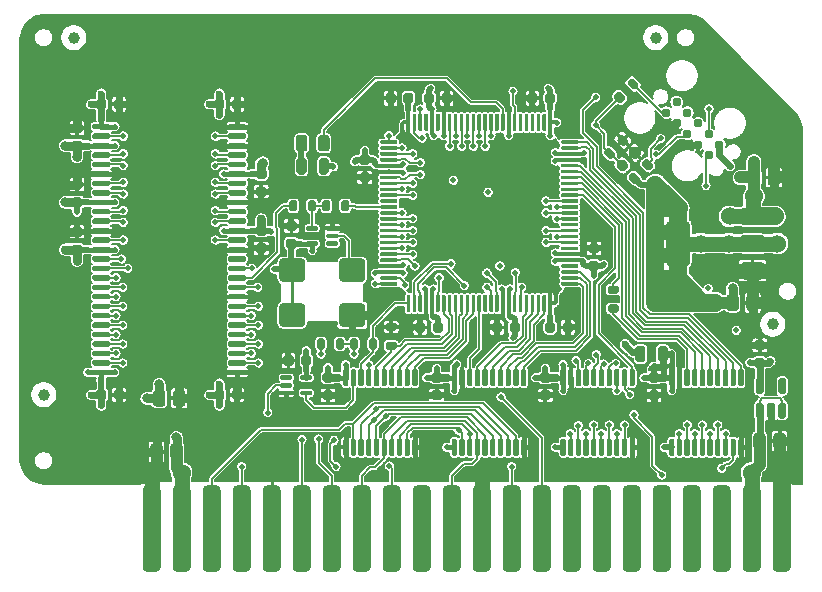
<source format=gtl>
G04 #@! TF.GenerationSoftware,KiCad,Pcbnew,(5.1.10-1-10_14)*
G04 #@! TF.CreationDate,2021-05-31T18:24:55-04:00*
G04 #@! TF.ProjectId,RAM2GS,52414d32-4753-42e6-9b69-6361645f7063,2.0*
G04 #@! TF.SameCoordinates,Original*
G04 #@! TF.FileFunction,Copper,L1,Top*
G04 #@! TF.FilePolarity,Positive*
%FSLAX46Y46*%
G04 Gerber Fmt 4.6, Leading zero omitted, Abs format (unit mm)*
G04 Created by KiCad (PCBNEW (5.1.10-1-10_14)) date 2021-05-31 18:24:55*
%MOMM*%
%LPD*%
G01*
G04 APERTURE LIST*
G04 #@! TA.AperFunction,SMDPad,CuDef*
%ADD10C,1.000000*%
G04 #@! TD*
G04 #@! TA.AperFunction,ConnectorPad*
%ADD11C,0.787400*%
G04 #@! TD*
G04 #@! TA.AperFunction,ComponentPad*
%ADD12C,2.000000*%
G04 #@! TD*
G04 #@! TA.AperFunction,ViaPad*
%ADD13C,0.500000*%
G04 #@! TD*
G04 #@! TA.AperFunction,ViaPad*
%ADD14C,0.800000*%
G04 #@! TD*
G04 #@! TA.AperFunction,ViaPad*
%ADD15C,0.762000*%
G04 #@! TD*
G04 #@! TA.AperFunction,ViaPad*
%ADD16C,1.524000*%
G04 #@! TD*
G04 #@! TA.AperFunction,ViaPad*
%ADD17C,1.000000*%
G04 #@! TD*
G04 #@! TA.AperFunction,ViaPad*
%ADD18C,0.600000*%
G04 #@! TD*
G04 #@! TA.AperFunction,ViaPad*
%ADD19C,0.508000*%
G04 #@! TD*
G04 #@! TA.AperFunction,Conductor*
%ADD20C,0.450000*%
G04 #@! TD*
G04 #@! TA.AperFunction,Conductor*
%ADD21C,0.800000*%
G04 #@! TD*
G04 #@! TA.AperFunction,Conductor*
%ADD22C,0.508000*%
G04 #@! TD*
G04 #@! TA.AperFunction,Conductor*
%ADD23C,0.762000*%
G04 #@! TD*
G04 #@! TA.AperFunction,Conductor*
%ADD24C,1.270000*%
G04 #@! TD*
G04 #@! TA.AperFunction,Conductor*
%ADD25C,1.524000*%
G04 #@! TD*
G04 #@! TA.AperFunction,Conductor*
%ADD26C,1.000000*%
G04 #@! TD*
G04 #@! TA.AperFunction,Conductor*
%ADD27C,0.400000*%
G04 #@! TD*
G04 #@! TA.AperFunction,Conductor*
%ADD28C,0.250000*%
G04 #@! TD*
G04 #@! TA.AperFunction,Conductor*
%ADD29C,0.500000*%
G04 #@! TD*
G04 #@! TA.AperFunction,Conductor*
%ADD30C,0.600000*%
G04 #@! TD*
G04 #@! TA.AperFunction,Conductor*
%ADD31C,0.300000*%
G04 #@! TD*
G04 #@! TA.AperFunction,Conductor*
%ADD32C,0.150000*%
G04 #@! TD*
G04 #@! TA.AperFunction,Conductor*
%ADD33C,0.700000*%
G04 #@! TD*
G04 #@! TA.AperFunction,Conductor*
%ADD34C,0.895000*%
G04 #@! TD*
G04 #@! TA.AperFunction,Conductor*
%ADD35C,0.254000*%
G04 #@! TD*
G04 #@! TA.AperFunction,Conductor*
%ADD36C,0.100000*%
G04 #@! TD*
G04 #@! TA.AperFunction,Conductor*
%ADD37C,0.152400*%
G04 #@! TD*
G04 APERTURE END LIST*
G04 #@! TA.AperFunction,SMDPad,CuDef*
G36*
G01*
X101812500Y-123225000D02*
X101587500Y-123225000D01*
G75*
G02*
X101475000Y-123112500I0J112500D01*
G01*
X101475000Y-121887500D01*
G75*
G02*
X101587500Y-121775000I112500J0D01*
G01*
X101812500Y-121775000D01*
G75*
G02*
X101925000Y-121887500I0J-112500D01*
G01*
X101925000Y-123112500D01*
G75*
G02*
X101812500Y-123225000I-112500J0D01*
G01*
G37*
G04 #@! TD.AperFunction*
G04 #@! TA.AperFunction,SMDPad,CuDef*
G36*
G01*
X102462500Y-123225000D02*
X102237500Y-123225000D01*
G75*
G02*
X102125000Y-123112500I0J112500D01*
G01*
X102125000Y-121887500D01*
G75*
G02*
X102237500Y-121775000I112500J0D01*
G01*
X102462500Y-121775000D01*
G75*
G02*
X102575000Y-121887500I0J-112500D01*
G01*
X102575000Y-123112500D01*
G75*
G02*
X102462500Y-123225000I-112500J0D01*
G01*
G37*
G04 #@! TD.AperFunction*
G04 #@! TA.AperFunction,SMDPad,CuDef*
G36*
G01*
X103112500Y-123225000D02*
X102887500Y-123225000D01*
G75*
G02*
X102775000Y-123112500I0J112500D01*
G01*
X102775000Y-121887500D01*
G75*
G02*
X102887500Y-121775000I112500J0D01*
G01*
X103112500Y-121775000D01*
G75*
G02*
X103225000Y-121887500I0J-112500D01*
G01*
X103225000Y-123112500D01*
G75*
G02*
X103112500Y-123225000I-112500J0D01*
G01*
G37*
G04 #@! TD.AperFunction*
G04 #@! TA.AperFunction,SMDPad,CuDef*
G36*
G01*
X103762500Y-123225000D02*
X103537500Y-123225000D01*
G75*
G02*
X103425000Y-123112500I0J112500D01*
G01*
X103425000Y-121887500D01*
G75*
G02*
X103537500Y-121775000I112500J0D01*
G01*
X103762500Y-121775000D01*
G75*
G02*
X103875000Y-121887500I0J-112500D01*
G01*
X103875000Y-123112500D01*
G75*
G02*
X103762500Y-123225000I-112500J0D01*
G01*
G37*
G04 #@! TD.AperFunction*
G04 #@! TA.AperFunction,SMDPad,CuDef*
G36*
G01*
X104412500Y-123225000D02*
X104187500Y-123225000D01*
G75*
G02*
X104075000Y-123112500I0J112500D01*
G01*
X104075000Y-121887500D01*
G75*
G02*
X104187500Y-121775000I112500J0D01*
G01*
X104412500Y-121775000D01*
G75*
G02*
X104525000Y-121887500I0J-112500D01*
G01*
X104525000Y-123112500D01*
G75*
G02*
X104412500Y-123225000I-112500J0D01*
G01*
G37*
G04 #@! TD.AperFunction*
G04 #@! TA.AperFunction,SMDPad,CuDef*
G36*
G01*
X105062500Y-123225000D02*
X104837500Y-123225000D01*
G75*
G02*
X104725000Y-123112500I0J112500D01*
G01*
X104725000Y-121887500D01*
G75*
G02*
X104837500Y-121775000I112500J0D01*
G01*
X105062500Y-121775000D01*
G75*
G02*
X105175000Y-121887500I0J-112500D01*
G01*
X105175000Y-123112500D01*
G75*
G02*
X105062500Y-123225000I-112500J0D01*
G01*
G37*
G04 #@! TD.AperFunction*
G04 #@! TA.AperFunction,SMDPad,CuDef*
G36*
G01*
X105712500Y-123225000D02*
X105487500Y-123225000D01*
G75*
G02*
X105375000Y-123112500I0J112500D01*
G01*
X105375000Y-121887500D01*
G75*
G02*
X105487500Y-121775000I112500J0D01*
G01*
X105712500Y-121775000D01*
G75*
G02*
X105825000Y-121887500I0J-112500D01*
G01*
X105825000Y-123112500D01*
G75*
G02*
X105712500Y-123225000I-112500J0D01*
G01*
G37*
G04 #@! TD.AperFunction*
G04 #@! TA.AperFunction,SMDPad,CuDef*
G36*
G01*
X106362500Y-123225000D02*
X106137500Y-123225000D01*
G75*
G02*
X106025000Y-123112500I0J112500D01*
G01*
X106025000Y-121887500D01*
G75*
G02*
X106137500Y-121775000I112500J0D01*
G01*
X106362500Y-121775000D01*
G75*
G02*
X106475000Y-121887500I0J-112500D01*
G01*
X106475000Y-123112500D01*
G75*
G02*
X106362500Y-123225000I-112500J0D01*
G01*
G37*
G04 #@! TD.AperFunction*
G04 #@! TA.AperFunction,SMDPad,CuDef*
G36*
G01*
X107012500Y-123225000D02*
X106787500Y-123225000D01*
G75*
G02*
X106675000Y-123112500I0J112500D01*
G01*
X106675000Y-121887500D01*
G75*
G02*
X106787500Y-121775000I112500J0D01*
G01*
X107012500Y-121775000D01*
G75*
G02*
X107125000Y-121887500I0J-112500D01*
G01*
X107125000Y-123112500D01*
G75*
G02*
X107012500Y-123225000I-112500J0D01*
G01*
G37*
G04 #@! TD.AperFunction*
G04 #@! TA.AperFunction,SMDPad,CuDef*
G36*
G01*
X107662500Y-123225000D02*
X107437500Y-123225000D01*
G75*
G02*
X107325000Y-123112500I0J112500D01*
G01*
X107325000Y-121887500D01*
G75*
G02*
X107437500Y-121775000I112500J0D01*
G01*
X107662500Y-121775000D01*
G75*
G02*
X107775000Y-121887500I0J-112500D01*
G01*
X107775000Y-123112500D01*
G75*
G02*
X107662500Y-123225000I-112500J0D01*
G01*
G37*
G04 #@! TD.AperFunction*
G04 #@! TA.AperFunction,SMDPad,CuDef*
G36*
G01*
X107662500Y-129125000D02*
X107437500Y-129125000D01*
G75*
G02*
X107325000Y-129012500I0J112500D01*
G01*
X107325000Y-127787500D01*
G75*
G02*
X107437500Y-127675000I112500J0D01*
G01*
X107662500Y-127675000D01*
G75*
G02*
X107775000Y-127787500I0J-112500D01*
G01*
X107775000Y-129012500D01*
G75*
G02*
X107662500Y-129125000I-112500J0D01*
G01*
G37*
G04 #@! TD.AperFunction*
G04 #@! TA.AperFunction,SMDPad,CuDef*
G36*
G01*
X107012500Y-129125000D02*
X106787500Y-129125000D01*
G75*
G02*
X106675000Y-129012500I0J112500D01*
G01*
X106675000Y-127787500D01*
G75*
G02*
X106787500Y-127675000I112500J0D01*
G01*
X107012500Y-127675000D01*
G75*
G02*
X107125000Y-127787500I0J-112500D01*
G01*
X107125000Y-129012500D01*
G75*
G02*
X107012500Y-129125000I-112500J0D01*
G01*
G37*
G04 #@! TD.AperFunction*
G04 #@! TA.AperFunction,SMDPad,CuDef*
G36*
G01*
X106362500Y-129125000D02*
X106137500Y-129125000D01*
G75*
G02*
X106025000Y-129012500I0J112500D01*
G01*
X106025000Y-127787500D01*
G75*
G02*
X106137500Y-127675000I112500J0D01*
G01*
X106362500Y-127675000D01*
G75*
G02*
X106475000Y-127787500I0J-112500D01*
G01*
X106475000Y-129012500D01*
G75*
G02*
X106362500Y-129125000I-112500J0D01*
G01*
G37*
G04 #@! TD.AperFunction*
G04 #@! TA.AperFunction,SMDPad,CuDef*
G36*
G01*
X105712500Y-129125000D02*
X105487500Y-129125000D01*
G75*
G02*
X105375000Y-129012500I0J112500D01*
G01*
X105375000Y-127787500D01*
G75*
G02*
X105487500Y-127675000I112500J0D01*
G01*
X105712500Y-127675000D01*
G75*
G02*
X105825000Y-127787500I0J-112500D01*
G01*
X105825000Y-129012500D01*
G75*
G02*
X105712500Y-129125000I-112500J0D01*
G01*
G37*
G04 #@! TD.AperFunction*
G04 #@! TA.AperFunction,SMDPad,CuDef*
G36*
G01*
X105062500Y-129125000D02*
X104837500Y-129125000D01*
G75*
G02*
X104725000Y-129012500I0J112500D01*
G01*
X104725000Y-127787500D01*
G75*
G02*
X104837500Y-127675000I112500J0D01*
G01*
X105062500Y-127675000D01*
G75*
G02*
X105175000Y-127787500I0J-112500D01*
G01*
X105175000Y-129012500D01*
G75*
G02*
X105062500Y-129125000I-112500J0D01*
G01*
G37*
G04 #@! TD.AperFunction*
G04 #@! TA.AperFunction,SMDPad,CuDef*
G36*
G01*
X104412500Y-129125000D02*
X104187500Y-129125000D01*
G75*
G02*
X104075000Y-129012500I0J112500D01*
G01*
X104075000Y-127787500D01*
G75*
G02*
X104187500Y-127675000I112500J0D01*
G01*
X104412500Y-127675000D01*
G75*
G02*
X104525000Y-127787500I0J-112500D01*
G01*
X104525000Y-129012500D01*
G75*
G02*
X104412500Y-129125000I-112500J0D01*
G01*
G37*
G04 #@! TD.AperFunction*
G04 #@! TA.AperFunction,SMDPad,CuDef*
G36*
G01*
X103762500Y-129125000D02*
X103537500Y-129125000D01*
G75*
G02*
X103425000Y-129012500I0J112500D01*
G01*
X103425000Y-127787500D01*
G75*
G02*
X103537500Y-127675000I112500J0D01*
G01*
X103762500Y-127675000D01*
G75*
G02*
X103875000Y-127787500I0J-112500D01*
G01*
X103875000Y-129012500D01*
G75*
G02*
X103762500Y-129125000I-112500J0D01*
G01*
G37*
G04 #@! TD.AperFunction*
G04 #@! TA.AperFunction,SMDPad,CuDef*
G36*
G01*
X103112500Y-129125000D02*
X102887500Y-129125000D01*
G75*
G02*
X102775000Y-129012500I0J112500D01*
G01*
X102775000Y-127787500D01*
G75*
G02*
X102887500Y-127675000I112500J0D01*
G01*
X103112500Y-127675000D01*
G75*
G02*
X103225000Y-127787500I0J-112500D01*
G01*
X103225000Y-129012500D01*
G75*
G02*
X103112500Y-129125000I-112500J0D01*
G01*
G37*
G04 #@! TD.AperFunction*
G04 #@! TA.AperFunction,SMDPad,CuDef*
G36*
G01*
X102462500Y-129125000D02*
X102237500Y-129125000D01*
G75*
G02*
X102125000Y-129012500I0J112500D01*
G01*
X102125000Y-127787500D01*
G75*
G02*
X102237500Y-127675000I112500J0D01*
G01*
X102462500Y-127675000D01*
G75*
G02*
X102575000Y-127787500I0J-112500D01*
G01*
X102575000Y-129012500D01*
G75*
G02*
X102462500Y-129125000I-112500J0D01*
G01*
G37*
G04 #@! TD.AperFunction*
G04 #@! TA.AperFunction,SMDPad,CuDef*
G36*
G01*
X101812500Y-129125000D02*
X101587500Y-129125000D01*
G75*
G02*
X101475000Y-129012500I0J112500D01*
G01*
X101475000Y-127787500D01*
G75*
G02*
X101587500Y-127675000I112500J0D01*
G01*
X101812500Y-127675000D01*
G75*
G02*
X101925000Y-127787500I0J-112500D01*
G01*
X101925000Y-129012500D01*
G75*
G02*
X101812500Y-129125000I-112500J0D01*
G01*
G37*
G04 #@! TD.AperFunction*
G04 #@! TA.AperFunction,SMDPad,CuDef*
G36*
G01*
X64145000Y-101364500D02*
X64145000Y-101135500D01*
G75*
G02*
X64259500Y-101021000I114500J0D01*
G01*
X65540500Y-101021000D01*
G75*
G02*
X65655000Y-101135500I0J-114500D01*
G01*
X65655000Y-101364500D01*
G75*
G02*
X65540500Y-101479000I-114500J0D01*
G01*
X64259500Y-101479000D01*
G75*
G02*
X64145000Y-101364500I0J114500D01*
G01*
G37*
G04 #@! TD.AperFunction*
G04 #@! TA.AperFunction,SMDPad,CuDef*
G36*
G01*
X64145000Y-102164500D02*
X64145000Y-101935500D01*
G75*
G02*
X64259500Y-101821000I114500J0D01*
G01*
X65540500Y-101821000D01*
G75*
G02*
X65655000Y-101935500I0J-114500D01*
G01*
X65655000Y-102164500D01*
G75*
G02*
X65540500Y-102279000I-114500J0D01*
G01*
X64259500Y-102279000D01*
G75*
G02*
X64145000Y-102164500I0J114500D01*
G01*
G37*
G04 #@! TD.AperFunction*
G04 #@! TA.AperFunction,SMDPad,CuDef*
G36*
G01*
X64145000Y-102964500D02*
X64145000Y-102735500D01*
G75*
G02*
X64259500Y-102621000I114500J0D01*
G01*
X65540500Y-102621000D01*
G75*
G02*
X65655000Y-102735500I0J-114500D01*
G01*
X65655000Y-102964500D01*
G75*
G02*
X65540500Y-103079000I-114500J0D01*
G01*
X64259500Y-103079000D01*
G75*
G02*
X64145000Y-102964500I0J114500D01*
G01*
G37*
G04 #@! TD.AperFunction*
G04 #@! TA.AperFunction,SMDPad,CuDef*
G36*
G01*
X64145000Y-103764500D02*
X64145000Y-103535500D01*
G75*
G02*
X64259500Y-103421000I114500J0D01*
G01*
X65540500Y-103421000D01*
G75*
G02*
X65655000Y-103535500I0J-114500D01*
G01*
X65655000Y-103764500D01*
G75*
G02*
X65540500Y-103879000I-114500J0D01*
G01*
X64259500Y-103879000D01*
G75*
G02*
X64145000Y-103764500I0J114500D01*
G01*
G37*
G04 #@! TD.AperFunction*
G04 #@! TA.AperFunction,SMDPad,CuDef*
G36*
G01*
X64145000Y-104564500D02*
X64145000Y-104335500D01*
G75*
G02*
X64259500Y-104221000I114500J0D01*
G01*
X65540500Y-104221000D01*
G75*
G02*
X65655000Y-104335500I0J-114500D01*
G01*
X65655000Y-104564500D01*
G75*
G02*
X65540500Y-104679000I-114500J0D01*
G01*
X64259500Y-104679000D01*
G75*
G02*
X64145000Y-104564500I0J114500D01*
G01*
G37*
G04 #@! TD.AperFunction*
G04 #@! TA.AperFunction,SMDPad,CuDef*
G36*
G01*
X64145000Y-105364500D02*
X64145000Y-105135500D01*
G75*
G02*
X64259500Y-105021000I114500J0D01*
G01*
X65540500Y-105021000D01*
G75*
G02*
X65655000Y-105135500I0J-114500D01*
G01*
X65655000Y-105364500D01*
G75*
G02*
X65540500Y-105479000I-114500J0D01*
G01*
X64259500Y-105479000D01*
G75*
G02*
X64145000Y-105364500I0J114500D01*
G01*
G37*
G04 #@! TD.AperFunction*
G04 #@! TA.AperFunction,SMDPad,CuDef*
G36*
G01*
X64145000Y-106164500D02*
X64145000Y-105935500D01*
G75*
G02*
X64259500Y-105821000I114500J0D01*
G01*
X65540500Y-105821000D01*
G75*
G02*
X65655000Y-105935500I0J-114500D01*
G01*
X65655000Y-106164500D01*
G75*
G02*
X65540500Y-106279000I-114500J0D01*
G01*
X64259500Y-106279000D01*
G75*
G02*
X64145000Y-106164500I0J114500D01*
G01*
G37*
G04 #@! TD.AperFunction*
G04 #@! TA.AperFunction,SMDPad,CuDef*
G36*
G01*
X64145000Y-106964500D02*
X64145000Y-106735500D01*
G75*
G02*
X64259500Y-106621000I114500J0D01*
G01*
X65540500Y-106621000D01*
G75*
G02*
X65655000Y-106735500I0J-114500D01*
G01*
X65655000Y-106964500D01*
G75*
G02*
X65540500Y-107079000I-114500J0D01*
G01*
X64259500Y-107079000D01*
G75*
G02*
X64145000Y-106964500I0J114500D01*
G01*
G37*
G04 #@! TD.AperFunction*
G04 #@! TA.AperFunction,SMDPad,CuDef*
G36*
G01*
X64145000Y-107764500D02*
X64145000Y-107535500D01*
G75*
G02*
X64259500Y-107421000I114500J0D01*
G01*
X65540500Y-107421000D01*
G75*
G02*
X65655000Y-107535500I0J-114500D01*
G01*
X65655000Y-107764500D01*
G75*
G02*
X65540500Y-107879000I-114500J0D01*
G01*
X64259500Y-107879000D01*
G75*
G02*
X64145000Y-107764500I0J114500D01*
G01*
G37*
G04 #@! TD.AperFunction*
G04 #@! TA.AperFunction,SMDPad,CuDef*
G36*
G01*
X64145000Y-108564500D02*
X64145000Y-108335500D01*
G75*
G02*
X64259500Y-108221000I114500J0D01*
G01*
X65540500Y-108221000D01*
G75*
G02*
X65655000Y-108335500I0J-114500D01*
G01*
X65655000Y-108564500D01*
G75*
G02*
X65540500Y-108679000I-114500J0D01*
G01*
X64259500Y-108679000D01*
G75*
G02*
X64145000Y-108564500I0J114500D01*
G01*
G37*
G04 #@! TD.AperFunction*
G04 #@! TA.AperFunction,SMDPad,CuDef*
G36*
G01*
X64145000Y-109364500D02*
X64145000Y-109135500D01*
G75*
G02*
X64259500Y-109021000I114500J0D01*
G01*
X65540500Y-109021000D01*
G75*
G02*
X65655000Y-109135500I0J-114500D01*
G01*
X65655000Y-109364500D01*
G75*
G02*
X65540500Y-109479000I-114500J0D01*
G01*
X64259500Y-109479000D01*
G75*
G02*
X64145000Y-109364500I0J114500D01*
G01*
G37*
G04 #@! TD.AperFunction*
G04 #@! TA.AperFunction,SMDPad,CuDef*
G36*
G01*
X64145000Y-110164500D02*
X64145000Y-109935500D01*
G75*
G02*
X64259500Y-109821000I114500J0D01*
G01*
X65540500Y-109821000D01*
G75*
G02*
X65655000Y-109935500I0J-114500D01*
G01*
X65655000Y-110164500D01*
G75*
G02*
X65540500Y-110279000I-114500J0D01*
G01*
X64259500Y-110279000D01*
G75*
G02*
X64145000Y-110164500I0J114500D01*
G01*
G37*
G04 #@! TD.AperFunction*
G04 #@! TA.AperFunction,SMDPad,CuDef*
G36*
G01*
X64145000Y-110964500D02*
X64145000Y-110735500D01*
G75*
G02*
X64259500Y-110621000I114500J0D01*
G01*
X65540500Y-110621000D01*
G75*
G02*
X65655000Y-110735500I0J-114500D01*
G01*
X65655000Y-110964500D01*
G75*
G02*
X65540500Y-111079000I-114500J0D01*
G01*
X64259500Y-111079000D01*
G75*
G02*
X64145000Y-110964500I0J114500D01*
G01*
G37*
G04 #@! TD.AperFunction*
G04 #@! TA.AperFunction,SMDPad,CuDef*
G36*
G01*
X64145000Y-111764500D02*
X64145000Y-111535500D01*
G75*
G02*
X64259500Y-111421000I114500J0D01*
G01*
X65540500Y-111421000D01*
G75*
G02*
X65655000Y-111535500I0J-114500D01*
G01*
X65655000Y-111764500D01*
G75*
G02*
X65540500Y-111879000I-114500J0D01*
G01*
X64259500Y-111879000D01*
G75*
G02*
X64145000Y-111764500I0J114500D01*
G01*
G37*
G04 #@! TD.AperFunction*
G04 #@! TA.AperFunction,SMDPad,CuDef*
G36*
G01*
X64145000Y-112564500D02*
X64145000Y-112335500D01*
G75*
G02*
X64259500Y-112221000I114500J0D01*
G01*
X65540500Y-112221000D01*
G75*
G02*
X65655000Y-112335500I0J-114500D01*
G01*
X65655000Y-112564500D01*
G75*
G02*
X65540500Y-112679000I-114500J0D01*
G01*
X64259500Y-112679000D01*
G75*
G02*
X64145000Y-112564500I0J114500D01*
G01*
G37*
G04 #@! TD.AperFunction*
G04 #@! TA.AperFunction,SMDPad,CuDef*
G36*
G01*
X64145000Y-113364500D02*
X64145000Y-113135500D01*
G75*
G02*
X64259500Y-113021000I114500J0D01*
G01*
X65540500Y-113021000D01*
G75*
G02*
X65655000Y-113135500I0J-114500D01*
G01*
X65655000Y-113364500D01*
G75*
G02*
X65540500Y-113479000I-114500J0D01*
G01*
X64259500Y-113479000D01*
G75*
G02*
X64145000Y-113364500I0J114500D01*
G01*
G37*
G04 #@! TD.AperFunction*
G04 #@! TA.AperFunction,SMDPad,CuDef*
G36*
G01*
X64145000Y-114164500D02*
X64145000Y-113935500D01*
G75*
G02*
X64259500Y-113821000I114500J0D01*
G01*
X65540500Y-113821000D01*
G75*
G02*
X65655000Y-113935500I0J-114500D01*
G01*
X65655000Y-114164500D01*
G75*
G02*
X65540500Y-114279000I-114500J0D01*
G01*
X64259500Y-114279000D01*
G75*
G02*
X64145000Y-114164500I0J114500D01*
G01*
G37*
G04 #@! TD.AperFunction*
G04 #@! TA.AperFunction,SMDPad,CuDef*
G36*
G01*
X64145000Y-114964500D02*
X64145000Y-114735500D01*
G75*
G02*
X64259500Y-114621000I114500J0D01*
G01*
X65540500Y-114621000D01*
G75*
G02*
X65655000Y-114735500I0J-114500D01*
G01*
X65655000Y-114964500D01*
G75*
G02*
X65540500Y-115079000I-114500J0D01*
G01*
X64259500Y-115079000D01*
G75*
G02*
X64145000Y-114964500I0J114500D01*
G01*
G37*
G04 #@! TD.AperFunction*
G04 #@! TA.AperFunction,SMDPad,CuDef*
G36*
G01*
X64145000Y-115764500D02*
X64145000Y-115535500D01*
G75*
G02*
X64259500Y-115421000I114500J0D01*
G01*
X65540500Y-115421000D01*
G75*
G02*
X65655000Y-115535500I0J-114500D01*
G01*
X65655000Y-115764500D01*
G75*
G02*
X65540500Y-115879000I-114500J0D01*
G01*
X64259500Y-115879000D01*
G75*
G02*
X64145000Y-115764500I0J114500D01*
G01*
G37*
G04 #@! TD.AperFunction*
G04 #@! TA.AperFunction,SMDPad,CuDef*
G36*
G01*
X64145000Y-116564500D02*
X64145000Y-116335500D01*
G75*
G02*
X64259500Y-116221000I114500J0D01*
G01*
X65540500Y-116221000D01*
G75*
G02*
X65655000Y-116335500I0J-114500D01*
G01*
X65655000Y-116564500D01*
G75*
G02*
X65540500Y-116679000I-114500J0D01*
G01*
X64259500Y-116679000D01*
G75*
G02*
X64145000Y-116564500I0J114500D01*
G01*
G37*
G04 #@! TD.AperFunction*
G04 #@! TA.AperFunction,SMDPad,CuDef*
G36*
G01*
X64145000Y-117364500D02*
X64145000Y-117135500D01*
G75*
G02*
X64259500Y-117021000I114500J0D01*
G01*
X65540500Y-117021000D01*
G75*
G02*
X65655000Y-117135500I0J-114500D01*
G01*
X65655000Y-117364500D01*
G75*
G02*
X65540500Y-117479000I-114500J0D01*
G01*
X64259500Y-117479000D01*
G75*
G02*
X64145000Y-117364500I0J114500D01*
G01*
G37*
G04 #@! TD.AperFunction*
G04 #@! TA.AperFunction,SMDPad,CuDef*
G36*
G01*
X64145000Y-118164500D02*
X64145000Y-117935500D01*
G75*
G02*
X64259500Y-117821000I114500J0D01*
G01*
X65540500Y-117821000D01*
G75*
G02*
X65655000Y-117935500I0J-114500D01*
G01*
X65655000Y-118164500D01*
G75*
G02*
X65540500Y-118279000I-114500J0D01*
G01*
X64259500Y-118279000D01*
G75*
G02*
X64145000Y-118164500I0J114500D01*
G01*
G37*
G04 #@! TD.AperFunction*
G04 #@! TA.AperFunction,SMDPad,CuDef*
G36*
G01*
X64145000Y-118964500D02*
X64145000Y-118735500D01*
G75*
G02*
X64259500Y-118621000I114500J0D01*
G01*
X65540500Y-118621000D01*
G75*
G02*
X65655000Y-118735500I0J-114500D01*
G01*
X65655000Y-118964500D01*
G75*
G02*
X65540500Y-119079000I-114500J0D01*
G01*
X64259500Y-119079000D01*
G75*
G02*
X64145000Y-118964500I0J114500D01*
G01*
G37*
G04 #@! TD.AperFunction*
G04 #@! TA.AperFunction,SMDPad,CuDef*
G36*
G01*
X64145000Y-119764500D02*
X64145000Y-119535500D01*
G75*
G02*
X64259500Y-119421000I114500J0D01*
G01*
X65540500Y-119421000D01*
G75*
G02*
X65655000Y-119535500I0J-114500D01*
G01*
X65655000Y-119764500D01*
G75*
G02*
X65540500Y-119879000I-114500J0D01*
G01*
X64259500Y-119879000D01*
G75*
G02*
X64145000Y-119764500I0J114500D01*
G01*
G37*
G04 #@! TD.AperFunction*
G04 #@! TA.AperFunction,SMDPad,CuDef*
G36*
G01*
X64145000Y-120564500D02*
X64145000Y-120335500D01*
G75*
G02*
X64259500Y-120221000I114500J0D01*
G01*
X65540500Y-120221000D01*
G75*
G02*
X65655000Y-120335500I0J-114500D01*
G01*
X65655000Y-120564500D01*
G75*
G02*
X65540500Y-120679000I-114500J0D01*
G01*
X64259500Y-120679000D01*
G75*
G02*
X64145000Y-120564500I0J114500D01*
G01*
G37*
G04 #@! TD.AperFunction*
G04 #@! TA.AperFunction,SMDPad,CuDef*
G36*
G01*
X64145000Y-121364500D02*
X64145000Y-121135500D01*
G75*
G02*
X64259500Y-121021000I114500J0D01*
G01*
X65540500Y-121021000D01*
G75*
G02*
X65655000Y-121135500I0J-114500D01*
G01*
X65655000Y-121364500D01*
G75*
G02*
X65540500Y-121479000I-114500J0D01*
G01*
X64259500Y-121479000D01*
G75*
G02*
X64145000Y-121364500I0J114500D01*
G01*
G37*
G04 #@! TD.AperFunction*
G04 #@! TA.AperFunction,SMDPad,CuDef*
G36*
G01*
X64145000Y-122164500D02*
X64145000Y-121935500D01*
G75*
G02*
X64259500Y-121821000I114500J0D01*
G01*
X65540500Y-121821000D01*
G75*
G02*
X65655000Y-121935500I0J-114500D01*
G01*
X65655000Y-122164500D01*
G75*
G02*
X65540500Y-122279000I-114500J0D01*
G01*
X64259500Y-122279000D01*
G75*
G02*
X64145000Y-122164500I0J114500D01*
G01*
G37*
G04 #@! TD.AperFunction*
G04 #@! TA.AperFunction,SMDPad,CuDef*
G36*
G01*
X52645000Y-122164500D02*
X52645000Y-121935500D01*
G75*
G02*
X52759500Y-121821000I114500J0D01*
G01*
X54040500Y-121821000D01*
G75*
G02*
X54155000Y-121935500I0J-114500D01*
G01*
X54155000Y-122164500D01*
G75*
G02*
X54040500Y-122279000I-114500J0D01*
G01*
X52759500Y-122279000D01*
G75*
G02*
X52645000Y-122164500I0J114500D01*
G01*
G37*
G04 #@! TD.AperFunction*
G04 #@! TA.AperFunction,SMDPad,CuDef*
G36*
G01*
X52645000Y-121364500D02*
X52645000Y-121135500D01*
G75*
G02*
X52759500Y-121021000I114500J0D01*
G01*
X54040500Y-121021000D01*
G75*
G02*
X54155000Y-121135500I0J-114500D01*
G01*
X54155000Y-121364500D01*
G75*
G02*
X54040500Y-121479000I-114500J0D01*
G01*
X52759500Y-121479000D01*
G75*
G02*
X52645000Y-121364500I0J114500D01*
G01*
G37*
G04 #@! TD.AperFunction*
G04 #@! TA.AperFunction,SMDPad,CuDef*
G36*
G01*
X52645000Y-120564500D02*
X52645000Y-120335500D01*
G75*
G02*
X52759500Y-120221000I114500J0D01*
G01*
X54040500Y-120221000D01*
G75*
G02*
X54155000Y-120335500I0J-114500D01*
G01*
X54155000Y-120564500D01*
G75*
G02*
X54040500Y-120679000I-114500J0D01*
G01*
X52759500Y-120679000D01*
G75*
G02*
X52645000Y-120564500I0J114500D01*
G01*
G37*
G04 #@! TD.AperFunction*
G04 #@! TA.AperFunction,SMDPad,CuDef*
G36*
G01*
X52645000Y-119764500D02*
X52645000Y-119535500D01*
G75*
G02*
X52759500Y-119421000I114500J0D01*
G01*
X54040500Y-119421000D01*
G75*
G02*
X54155000Y-119535500I0J-114500D01*
G01*
X54155000Y-119764500D01*
G75*
G02*
X54040500Y-119879000I-114500J0D01*
G01*
X52759500Y-119879000D01*
G75*
G02*
X52645000Y-119764500I0J114500D01*
G01*
G37*
G04 #@! TD.AperFunction*
G04 #@! TA.AperFunction,SMDPad,CuDef*
G36*
G01*
X52645000Y-118964500D02*
X52645000Y-118735500D01*
G75*
G02*
X52759500Y-118621000I114500J0D01*
G01*
X54040500Y-118621000D01*
G75*
G02*
X54155000Y-118735500I0J-114500D01*
G01*
X54155000Y-118964500D01*
G75*
G02*
X54040500Y-119079000I-114500J0D01*
G01*
X52759500Y-119079000D01*
G75*
G02*
X52645000Y-118964500I0J114500D01*
G01*
G37*
G04 #@! TD.AperFunction*
G04 #@! TA.AperFunction,SMDPad,CuDef*
G36*
G01*
X52645000Y-118164500D02*
X52645000Y-117935500D01*
G75*
G02*
X52759500Y-117821000I114500J0D01*
G01*
X54040500Y-117821000D01*
G75*
G02*
X54155000Y-117935500I0J-114500D01*
G01*
X54155000Y-118164500D01*
G75*
G02*
X54040500Y-118279000I-114500J0D01*
G01*
X52759500Y-118279000D01*
G75*
G02*
X52645000Y-118164500I0J114500D01*
G01*
G37*
G04 #@! TD.AperFunction*
G04 #@! TA.AperFunction,SMDPad,CuDef*
G36*
G01*
X52645000Y-117364500D02*
X52645000Y-117135500D01*
G75*
G02*
X52759500Y-117021000I114500J0D01*
G01*
X54040500Y-117021000D01*
G75*
G02*
X54155000Y-117135500I0J-114500D01*
G01*
X54155000Y-117364500D01*
G75*
G02*
X54040500Y-117479000I-114500J0D01*
G01*
X52759500Y-117479000D01*
G75*
G02*
X52645000Y-117364500I0J114500D01*
G01*
G37*
G04 #@! TD.AperFunction*
G04 #@! TA.AperFunction,SMDPad,CuDef*
G36*
G01*
X52645000Y-116564500D02*
X52645000Y-116335500D01*
G75*
G02*
X52759500Y-116221000I114500J0D01*
G01*
X54040500Y-116221000D01*
G75*
G02*
X54155000Y-116335500I0J-114500D01*
G01*
X54155000Y-116564500D01*
G75*
G02*
X54040500Y-116679000I-114500J0D01*
G01*
X52759500Y-116679000D01*
G75*
G02*
X52645000Y-116564500I0J114500D01*
G01*
G37*
G04 #@! TD.AperFunction*
G04 #@! TA.AperFunction,SMDPad,CuDef*
G36*
G01*
X52645000Y-115764500D02*
X52645000Y-115535500D01*
G75*
G02*
X52759500Y-115421000I114500J0D01*
G01*
X54040500Y-115421000D01*
G75*
G02*
X54155000Y-115535500I0J-114500D01*
G01*
X54155000Y-115764500D01*
G75*
G02*
X54040500Y-115879000I-114500J0D01*
G01*
X52759500Y-115879000D01*
G75*
G02*
X52645000Y-115764500I0J114500D01*
G01*
G37*
G04 #@! TD.AperFunction*
G04 #@! TA.AperFunction,SMDPad,CuDef*
G36*
G01*
X52645000Y-114964500D02*
X52645000Y-114735500D01*
G75*
G02*
X52759500Y-114621000I114500J0D01*
G01*
X54040500Y-114621000D01*
G75*
G02*
X54155000Y-114735500I0J-114500D01*
G01*
X54155000Y-114964500D01*
G75*
G02*
X54040500Y-115079000I-114500J0D01*
G01*
X52759500Y-115079000D01*
G75*
G02*
X52645000Y-114964500I0J114500D01*
G01*
G37*
G04 #@! TD.AperFunction*
G04 #@! TA.AperFunction,SMDPad,CuDef*
G36*
G01*
X52645000Y-114164500D02*
X52645000Y-113935500D01*
G75*
G02*
X52759500Y-113821000I114500J0D01*
G01*
X54040500Y-113821000D01*
G75*
G02*
X54155000Y-113935500I0J-114500D01*
G01*
X54155000Y-114164500D01*
G75*
G02*
X54040500Y-114279000I-114500J0D01*
G01*
X52759500Y-114279000D01*
G75*
G02*
X52645000Y-114164500I0J114500D01*
G01*
G37*
G04 #@! TD.AperFunction*
G04 #@! TA.AperFunction,SMDPad,CuDef*
G36*
G01*
X52645000Y-113364500D02*
X52645000Y-113135500D01*
G75*
G02*
X52759500Y-113021000I114500J0D01*
G01*
X54040500Y-113021000D01*
G75*
G02*
X54155000Y-113135500I0J-114500D01*
G01*
X54155000Y-113364500D01*
G75*
G02*
X54040500Y-113479000I-114500J0D01*
G01*
X52759500Y-113479000D01*
G75*
G02*
X52645000Y-113364500I0J114500D01*
G01*
G37*
G04 #@! TD.AperFunction*
G04 #@! TA.AperFunction,SMDPad,CuDef*
G36*
G01*
X52645000Y-112564500D02*
X52645000Y-112335500D01*
G75*
G02*
X52759500Y-112221000I114500J0D01*
G01*
X54040500Y-112221000D01*
G75*
G02*
X54155000Y-112335500I0J-114500D01*
G01*
X54155000Y-112564500D01*
G75*
G02*
X54040500Y-112679000I-114500J0D01*
G01*
X52759500Y-112679000D01*
G75*
G02*
X52645000Y-112564500I0J114500D01*
G01*
G37*
G04 #@! TD.AperFunction*
G04 #@! TA.AperFunction,SMDPad,CuDef*
G36*
G01*
X52645000Y-111764500D02*
X52645000Y-111535500D01*
G75*
G02*
X52759500Y-111421000I114500J0D01*
G01*
X54040500Y-111421000D01*
G75*
G02*
X54155000Y-111535500I0J-114500D01*
G01*
X54155000Y-111764500D01*
G75*
G02*
X54040500Y-111879000I-114500J0D01*
G01*
X52759500Y-111879000D01*
G75*
G02*
X52645000Y-111764500I0J114500D01*
G01*
G37*
G04 #@! TD.AperFunction*
G04 #@! TA.AperFunction,SMDPad,CuDef*
G36*
G01*
X52645000Y-110964500D02*
X52645000Y-110735500D01*
G75*
G02*
X52759500Y-110621000I114500J0D01*
G01*
X54040500Y-110621000D01*
G75*
G02*
X54155000Y-110735500I0J-114500D01*
G01*
X54155000Y-110964500D01*
G75*
G02*
X54040500Y-111079000I-114500J0D01*
G01*
X52759500Y-111079000D01*
G75*
G02*
X52645000Y-110964500I0J114500D01*
G01*
G37*
G04 #@! TD.AperFunction*
G04 #@! TA.AperFunction,SMDPad,CuDef*
G36*
G01*
X52645000Y-110164500D02*
X52645000Y-109935500D01*
G75*
G02*
X52759500Y-109821000I114500J0D01*
G01*
X54040500Y-109821000D01*
G75*
G02*
X54155000Y-109935500I0J-114500D01*
G01*
X54155000Y-110164500D01*
G75*
G02*
X54040500Y-110279000I-114500J0D01*
G01*
X52759500Y-110279000D01*
G75*
G02*
X52645000Y-110164500I0J114500D01*
G01*
G37*
G04 #@! TD.AperFunction*
G04 #@! TA.AperFunction,SMDPad,CuDef*
G36*
G01*
X52645000Y-109364500D02*
X52645000Y-109135500D01*
G75*
G02*
X52759500Y-109021000I114500J0D01*
G01*
X54040500Y-109021000D01*
G75*
G02*
X54155000Y-109135500I0J-114500D01*
G01*
X54155000Y-109364500D01*
G75*
G02*
X54040500Y-109479000I-114500J0D01*
G01*
X52759500Y-109479000D01*
G75*
G02*
X52645000Y-109364500I0J114500D01*
G01*
G37*
G04 #@! TD.AperFunction*
G04 #@! TA.AperFunction,SMDPad,CuDef*
G36*
G01*
X52645000Y-108564500D02*
X52645000Y-108335500D01*
G75*
G02*
X52759500Y-108221000I114500J0D01*
G01*
X54040500Y-108221000D01*
G75*
G02*
X54155000Y-108335500I0J-114500D01*
G01*
X54155000Y-108564500D01*
G75*
G02*
X54040500Y-108679000I-114500J0D01*
G01*
X52759500Y-108679000D01*
G75*
G02*
X52645000Y-108564500I0J114500D01*
G01*
G37*
G04 #@! TD.AperFunction*
G04 #@! TA.AperFunction,SMDPad,CuDef*
G36*
G01*
X52645000Y-107764500D02*
X52645000Y-107535500D01*
G75*
G02*
X52759500Y-107421000I114500J0D01*
G01*
X54040500Y-107421000D01*
G75*
G02*
X54155000Y-107535500I0J-114500D01*
G01*
X54155000Y-107764500D01*
G75*
G02*
X54040500Y-107879000I-114500J0D01*
G01*
X52759500Y-107879000D01*
G75*
G02*
X52645000Y-107764500I0J114500D01*
G01*
G37*
G04 #@! TD.AperFunction*
G04 #@! TA.AperFunction,SMDPad,CuDef*
G36*
G01*
X52645000Y-106964500D02*
X52645000Y-106735500D01*
G75*
G02*
X52759500Y-106621000I114500J0D01*
G01*
X54040500Y-106621000D01*
G75*
G02*
X54155000Y-106735500I0J-114500D01*
G01*
X54155000Y-106964500D01*
G75*
G02*
X54040500Y-107079000I-114500J0D01*
G01*
X52759500Y-107079000D01*
G75*
G02*
X52645000Y-106964500I0J114500D01*
G01*
G37*
G04 #@! TD.AperFunction*
G04 #@! TA.AperFunction,SMDPad,CuDef*
G36*
G01*
X52645000Y-106164500D02*
X52645000Y-105935500D01*
G75*
G02*
X52759500Y-105821000I114500J0D01*
G01*
X54040500Y-105821000D01*
G75*
G02*
X54155000Y-105935500I0J-114500D01*
G01*
X54155000Y-106164500D01*
G75*
G02*
X54040500Y-106279000I-114500J0D01*
G01*
X52759500Y-106279000D01*
G75*
G02*
X52645000Y-106164500I0J114500D01*
G01*
G37*
G04 #@! TD.AperFunction*
G04 #@! TA.AperFunction,SMDPad,CuDef*
G36*
G01*
X52645000Y-105364500D02*
X52645000Y-105135500D01*
G75*
G02*
X52759500Y-105021000I114500J0D01*
G01*
X54040500Y-105021000D01*
G75*
G02*
X54155000Y-105135500I0J-114500D01*
G01*
X54155000Y-105364500D01*
G75*
G02*
X54040500Y-105479000I-114500J0D01*
G01*
X52759500Y-105479000D01*
G75*
G02*
X52645000Y-105364500I0J114500D01*
G01*
G37*
G04 #@! TD.AperFunction*
G04 #@! TA.AperFunction,SMDPad,CuDef*
G36*
G01*
X52645000Y-104564500D02*
X52645000Y-104335500D01*
G75*
G02*
X52759500Y-104221000I114500J0D01*
G01*
X54040500Y-104221000D01*
G75*
G02*
X54155000Y-104335500I0J-114500D01*
G01*
X54155000Y-104564500D01*
G75*
G02*
X54040500Y-104679000I-114500J0D01*
G01*
X52759500Y-104679000D01*
G75*
G02*
X52645000Y-104564500I0J114500D01*
G01*
G37*
G04 #@! TD.AperFunction*
G04 #@! TA.AperFunction,SMDPad,CuDef*
G36*
G01*
X52645000Y-103764500D02*
X52645000Y-103535500D01*
G75*
G02*
X52759500Y-103421000I114500J0D01*
G01*
X54040500Y-103421000D01*
G75*
G02*
X54155000Y-103535500I0J-114500D01*
G01*
X54155000Y-103764500D01*
G75*
G02*
X54040500Y-103879000I-114500J0D01*
G01*
X52759500Y-103879000D01*
G75*
G02*
X52645000Y-103764500I0J114500D01*
G01*
G37*
G04 #@! TD.AperFunction*
G04 #@! TA.AperFunction,SMDPad,CuDef*
G36*
G01*
X52645000Y-102964500D02*
X52645000Y-102735500D01*
G75*
G02*
X52759500Y-102621000I114500J0D01*
G01*
X54040500Y-102621000D01*
G75*
G02*
X54155000Y-102735500I0J-114500D01*
G01*
X54155000Y-102964500D01*
G75*
G02*
X54040500Y-103079000I-114500J0D01*
G01*
X52759500Y-103079000D01*
G75*
G02*
X52645000Y-102964500I0J114500D01*
G01*
G37*
G04 #@! TD.AperFunction*
G04 #@! TA.AperFunction,SMDPad,CuDef*
G36*
G01*
X52645000Y-102164500D02*
X52645000Y-101935500D01*
G75*
G02*
X52759500Y-101821000I114500J0D01*
G01*
X54040500Y-101821000D01*
G75*
G02*
X54155000Y-101935500I0J-114500D01*
G01*
X54155000Y-102164500D01*
G75*
G02*
X54040500Y-102279000I-114500J0D01*
G01*
X52759500Y-102279000D01*
G75*
G02*
X52645000Y-102164500I0J114500D01*
G01*
G37*
G04 #@! TD.AperFunction*
G04 #@! TA.AperFunction,SMDPad,CuDef*
G36*
G01*
X52645000Y-101364500D02*
X52645000Y-101135500D01*
G75*
G02*
X52759500Y-101021000I114500J0D01*
G01*
X54040500Y-101021000D01*
G75*
G02*
X54155000Y-101135500I0J-114500D01*
G01*
X54155000Y-101364500D01*
G75*
G02*
X54040500Y-101479000I-114500J0D01*
G01*
X52759500Y-101479000D01*
G75*
G02*
X52645000Y-101364500I0J114500D01*
G01*
G37*
G04 #@! TD.AperFunction*
G04 #@! TA.AperFunction,SMDPad,CuDef*
G36*
G01*
X69675000Y-120787500D02*
X69675000Y-121312500D01*
G75*
G02*
X69462500Y-121525000I-212500J0D01*
G01*
X69037500Y-121525000D01*
G75*
G02*
X68825000Y-121312500I0J212500D01*
G01*
X68825000Y-120787500D01*
G75*
G02*
X69037500Y-120575000I212500J0D01*
G01*
X69462500Y-120575000D01*
G75*
G02*
X69675000Y-120787500I0J-212500D01*
G01*
G37*
G04 #@! TD.AperFunction*
G04 #@! TA.AperFunction,SMDPad,CuDef*
G36*
G01*
X71175000Y-120787500D02*
X71175000Y-121312500D01*
G75*
G02*
X70962500Y-121525000I-212500J0D01*
G01*
X70537500Y-121525000D01*
G75*
G02*
X70325000Y-121312500I0J212500D01*
G01*
X70325000Y-120787500D01*
G75*
G02*
X70537500Y-120575000I212500J0D01*
G01*
X70962500Y-120575000D01*
G75*
G02*
X71175000Y-120787500I0J-212500D01*
G01*
G37*
G04 #@! TD.AperFunction*
G04 #@! TA.AperFunction,SMDPad,CuDef*
G36*
G01*
X69762500Y-110075000D02*
X69237500Y-110075000D01*
G75*
G02*
X69025000Y-109862500I0J212500D01*
G01*
X69025000Y-109437500D01*
G75*
G02*
X69237500Y-109225000I212500J0D01*
G01*
X69762500Y-109225000D01*
G75*
G02*
X69975000Y-109437500I0J-212500D01*
G01*
X69975000Y-109862500D01*
G75*
G02*
X69762500Y-110075000I-212500J0D01*
G01*
G37*
G04 #@! TD.AperFunction*
G04 #@! TA.AperFunction,SMDPad,CuDef*
G36*
G01*
X69762500Y-111575000D02*
X69237500Y-111575000D01*
G75*
G02*
X69025000Y-111362500I0J212500D01*
G01*
X69025000Y-110937500D01*
G75*
G02*
X69237500Y-110725000I212500J0D01*
G01*
X69762500Y-110725000D01*
G75*
G02*
X69975000Y-110937500I0J-212500D01*
G01*
X69975000Y-111362500D01*
G75*
G02*
X69762500Y-111575000I-212500J0D01*
G01*
G37*
G04 #@! TD.AperFunction*
G04 #@! TA.AperFunction,SMDPad,CuDef*
G36*
G01*
X93800000Y-114475000D02*
X93800000Y-114625000D01*
G75*
G02*
X93725000Y-114700000I-75000J0D01*
G01*
X92400000Y-114700000D01*
G75*
G02*
X92325000Y-114625000I0J75000D01*
G01*
X92325000Y-114475000D01*
G75*
G02*
X92400000Y-114400000I75000J0D01*
G01*
X93725000Y-114400000D01*
G75*
G02*
X93800000Y-114475000I0J-75000D01*
G01*
G37*
G04 #@! TD.AperFunction*
G04 #@! TA.AperFunction,SMDPad,CuDef*
G36*
G01*
X93800000Y-113975000D02*
X93800000Y-114125000D01*
G75*
G02*
X93725000Y-114200000I-75000J0D01*
G01*
X92400000Y-114200000D01*
G75*
G02*
X92325000Y-114125000I0J75000D01*
G01*
X92325000Y-113975000D01*
G75*
G02*
X92400000Y-113900000I75000J0D01*
G01*
X93725000Y-113900000D01*
G75*
G02*
X93800000Y-113975000I0J-75000D01*
G01*
G37*
G04 #@! TD.AperFunction*
G04 #@! TA.AperFunction,SMDPad,CuDef*
G36*
G01*
X93800000Y-113475000D02*
X93800000Y-113625000D01*
G75*
G02*
X93725000Y-113700000I-75000J0D01*
G01*
X92400000Y-113700000D01*
G75*
G02*
X92325000Y-113625000I0J75000D01*
G01*
X92325000Y-113475000D01*
G75*
G02*
X92400000Y-113400000I75000J0D01*
G01*
X93725000Y-113400000D01*
G75*
G02*
X93800000Y-113475000I0J-75000D01*
G01*
G37*
G04 #@! TD.AperFunction*
G04 #@! TA.AperFunction,SMDPad,CuDef*
G36*
G01*
X93800000Y-112975000D02*
X93800000Y-113125000D01*
G75*
G02*
X93725000Y-113200000I-75000J0D01*
G01*
X92400000Y-113200000D01*
G75*
G02*
X92325000Y-113125000I0J75000D01*
G01*
X92325000Y-112975000D01*
G75*
G02*
X92400000Y-112900000I75000J0D01*
G01*
X93725000Y-112900000D01*
G75*
G02*
X93800000Y-112975000I0J-75000D01*
G01*
G37*
G04 #@! TD.AperFunction*
G04 #@! TA.AperFunction,SMDPad,CuDef*
G36*
G01*
X93800000Y-112475000D02*
X93800000Y-112625000D01*
G75*
G02*
X93725000Y-112700000I-75000J0D01*
G01*
X92400000Y-112700000D01*
G75*
G02*
X92325000Y-112625000I0J75000D01*
G01*
X92325000Y-112475000D01*
G75*
G02*
X92400000Y-112400000I75000J0D01*
G01*
X93725000Y-112400000D01*
G75*
G02*
X93800000Y-112475000I0J-75000D01*
G01*
G37*
G04 #@! TD.AperFunction*
G04 #@! TA.AperFunction,SMDPad,CuDef*
G36*
G01*
X93800000Y-111975000D02*
X93800000Y-112125000D01*
G75*
G02*
X93725000Y-112200000I-75000J0D01*
G01*
X92400000Y-112200000D01*
G75*
G02*
X92325000Y-112125000I0J75000D01*
G01*
X92325000Y-111975000D01*
G75*
G02*
X92400000Y-111900000I75000J0D01*
G01*
X93725000Y-111900000D01*
G75*
G02*
X93800000Y-111975000I0J-75000D01*
G01*
G37*
G04 #@! TD.AperFunction*
G04 #@! TA.AperFunction,SMDPad,CuDef*
G36*
G01*
X93800000Y-111475000D02*
X93800000Y-111625000D01*
G75*
G02*
X93725000Y-111700000I-75000J0D01*
G01*
X92400000Y-111700000D01*
G75*
G02*
X92325000Y-111625000I0J75000D01*
G01*
X92325000Y-111475000D01*
G75*
G02*
X92400000Y-111400000I75000J0D01*
G01*
X93725000Y-111400000D01*
G75*
G02*
X93800000Y-111475000I0J-75000D01*
G01*
G37*
G04 #@! TD.AperFunction*
G04 #@! TA.AperFunction,SMDPad,CuDef*
G36*
G01*
X93800000Y-110975000D02*
X93800000Y-111125000D01*
G75*
G02*
X93725000Y-111200000I-75000J0D01*
G01*
X92400000Y-111200000D01*
G75*
G02*
X92325000Y-111125000I0J75000D01*
G01*
X92325000Y-110975000D01*
G75*
G02*
X92400000Y-110900000I75000J0D01*
G01*
X93725000Y-110900000D01*
G75*
G02*
X93800000Y-110975000I0J-75000D01*
G01*
G37*
G04 #@! TD.AperFunction*
G04 #@! TA.AperFunction,SMDPad,CuDef*
G36*
G01*
X93800000Y-110475000D02*
X93800000Y-110625000D01*
G75*
G02*
X93725000Y-110700000I-75000J0D01*
G01*
X92400000Y-110700000D01*
G75*
G02*
X92325000Y-110625000I0J75000D01*
G01*
X92325000Y-110475000D01*
G75*
G02*
X92400000Y-110400000I75000J0D01*
G01*
X93725000Y-110400000D01*
G75*
G02*
X93800000Y-110475000I0J-75000D01*
G01*
G37*
G04 #@! TD.AperFunction*
G04 #@! TA.AperFunction,SMDPad,CuDef*
G36*
G01*
X93800000Y-109975000D02*
X93800000Y-110125000D01*
G75*
G02*
X93725000Y-110200000I-75000J0D01*
G01*
X92400000Y-110200000D01*
G75*
G02*
X92325000Y-110125000I0J75000D01*
G01*
X92325000Y-109975000D01*
G75*
G02*
X92400000Y-109900000I75000J0D01*
G01*
X93725000Y-109900000D01*
G75*
G02*
X93800000Y-109975000I0J-75000D01*
G01*
G37*
G04 #@! TD.AperFunction*
G04 #@! TA.AperFunction,SMDPad,CuDef*
G36*
G01*
X93800000Y-109475000D02*
X93800000Y-109625000D01*
G75*
G02*
X93725000Y-109700000I-75000J0D01*
G01*
X92400000Y-109700000D01*
G75*
G02*
X92325000Y-109625000I0J75000D01*
G01*
X92325000Y-109475000D01*
G75*
G02*
X92400000Y-109400000I75000J0D01*
G01*
X93725000Y-109400000D01*
G75*
G02*
X93800000Y-109475000I0J-75000D01*
G01*
G37*
G04 #@! TD.AperFunction*
G04 #@! TA.AperFunction,SMDPad,CuDef*
G36*
G01*
X93800000Y-108975000D02*
X93800000Y-109125000D01*
G75*
G02*
X93725000Y-109200000I-75000J0D01*
G01*
X92400000Y-109200000D01*
G75*
G02*
X92325000Y-109125000I0J75000D01*
G01*
X92325000Y-108975000D01*
G75*
G02*
X92400000Y-108900000I75000J0D01*
G01*
X93725000Y-108900000D01*
G75*
G02*
X93800000Y-108975000I0J-75000D01*
G01*
G37*
G04 #@! TD.AperFunction*
G04 #@! TA.AperFunction,SMDPad,CuDef*
G36*
G01*
X93800000Y-108475000D02*
X93800000Y-108625000D01*
G75*
G02*
X93725000Y-108700000I-75000J0D01*
G01*
X92400000Y-108700000D01*
G75*
G02*
X92325000Y-108625000I0J75000D01*
G01*
X92325000Y-108475000D01*
G75*
G02*
X92400000Y-108400000I75000J0D01*
G01*
X93725000Y-108400000D01*
G75*
G02*
X93800000Y-108475000I0J-75000D01*
G01*
G37*
G04 #@! TD.AperFunction*
G04 #@! TA.AperFunction,SMDPad,CuDef*
G36*
G01*
X93800000Y-107975000D02*
X93800000Y-108125000D01*
G75*
G02*
X93725000Y-108200000I-75000J0D01*
G01*
X92400000Y-108200000D01*
G75*
G02*
X92325000Y-108125000I0J75000D01*
G01*
X92325000Y-107975000D01*
G75*
G02*
X92400000Y-107900000I75000J0D01*
G01*
X93725000Y-107900000D01*
G75*
G02*
X93800000Y-107975000I0J-75000D01*
G01*
G37*
G04 #@! TD.AperFunction*
G04 #@! TA.AperFunction,SMDPad,CuDef*
G36*
G01*
X93800000Y-107475000D02*
X93800000Y-107625000D01*
G75*
G02*
X93725000Y-107700000I-75000J0D01*
G01*
X92400000Y-107700000D01*
G75*
G02*
X92325000Y-107625000I0J75000D01*
G01*
X92325000Y-107475000D01*
G75*
G02*
X92400000Y-107400000I75000J0D01*
G01*
X93725000Y-107400000D01*
G75*
G02*
X93800000Y-107475000I0J-75000D01*
G01*
G37*
G04 #@! TD.AperFunction*
G04 #@! TA.AperFunction,SMDPad,CuDef*
G36*
G01*
X93800000Y-106975000D02*
X93800000Y-107125000D01*
G75*
G02*
X93725000Y-107200000I-75000J0D01*
G01*
X92400000Y-107200000D01*
G75*
G02*
X92325000Y-107125000I0J75000D01*
G01*
X92325000Y-106975000D01*
G75*
G02*
X92400000Y-106900000I75000J0D01*
G01*
X93725000Y-106900000D01*
G75*
G02*
X93800000Y-106975000I0J-75000D01*
G01*
G37*
G04 #@! TD.AperFunction*
G04 #@! TA.AperFunction,SMDPad,CuDef*
G36*
G01*
X93800000Y-106475000D02*
X93800000Y-106625000D01*
G75*
G02*
X93725000Y-106700000I-75000J0D01*
G01*
X92400000Y-106700000D01*
G75*
G02*
X92325000Y-106625000I0J75000D01*
G01*
X92325000Y-106475000D01*
G75*
G02*
X92400000Y-106400000I75000J0D01*
G01*
X93725000Y-106400000D01*
G75*
G02*
X93800000Y-106475000I0J-75000D01*
G01*
G37*
G04 #@! TD.AperFunction*
G04 #@! TA.AperFunction,SMDPad,CuDef*
G36*
G01*
X93800000Y-105975000D02*
X93800000Y-106125000D01*
G75*
G02*
X93725000Y-106200000I-75000J0D01*
G01*
X92400000Y-106200000D01*
G75*
G02*
X92325000Y-106125000I0J75000D01*
G01*
X92325000Y-105975000D01*
G75*
G02*
X92400000Y-105900000I75000J0D01*
G01*
X93725000Y-105900000D01*
G75*
G02*
X93800000Y-105975000I0J-75000D01*
G01*
G37*
G04 #@! TD.AperFunction*
G04 #@! TA.AperFunction,SMDPad,CuDef*
G36*
G01*
X93800000Y-105475000D02*
X93800000Y-105625000D01*
G75*
G02*
X93725000Y-105700000I-75000J0D01*
G01*
X92400000Y-105700000D01*
G75*
G02*
X92325000Y-105625000I0J75000D01*
G01*
X92325000Y-105475000D01*
G75*
G02*
X92400000Y-105400000I75000J0D01*
G01*
X93725000Y-105400000D01*
G75*
G02*
X93800000Y-105475000I0J-75000D01*
G01*
G37*
G04 #@! TD.AperFunction*
G04 #@! TA.AperFunction,SMDPad,CuDef*
G36*
G01*
X93800000Y-104975000D02*
X93800000Y-105125000D01*
G75*
G02*
X93725000Y-105200000I-75000J0D01*
G01*
X92400000Y-105200000D01*
G75*
G02*
X92325000Y-105125000I0J75000D01*
G01*
X92325000Y-104975000D01*
G75*
G02*
X92400000Y-104900000I75000J0D01*
G01*
X93725000Y-104900000D01*
G75*
G02*
X93800000Y-104975000I0J-75000D01*
G01*
G37*
G04 #@! TD.AperFunction*
G04 #@! TA.AperFunction,SMDPad,CuDef*
G36*
G01*
X93800000Y-104475000D02*
X93800000Y-104625000D01*
G75*
G02*
X93725000Y-104700000I-75000J0D01*
G01*
X92400000Y-104700000D01*
G75*
G02*
X92325000Y-104625000I0J75000D01*
G01*
X92325000Y-104475000D01*
G75*
G02*
X92400000Y-104400000I75000J0D01*
G01*
X93725000Y-104400000D01*
G75*
G02*
X93800000Y-104475000I0J-75000D01*
G01*
G37*
G04 #@! TD.AperFunction*
G04 #@! TA.AperFunction,SMDPad,CuDef*
G36*
G01*
X93800000Y-103975000D02*
X93800000Y-104125000D01*
G75*
G02*
X93725000Y-104200000I-75000J0D01*
G01*
X92400000Y-104200000D01*
G75*
G02*
X92325000Y-104125000I0J75000D01*
G01*
X92325000Y-103975000D01*
G75*
G02*
X92400000Y-103900000I75000J0D01*
G01*
X93725000Y-103900000D01*
G75*
G02*
X93800000Y-103975000I0J-75000D01*
G01*
G37*
G04 #@! TD.AperFunction*
G04 #@! TA.AperFunction,SMDPad,CuDef*
G36*
G01*
X93800000Y-103475000D02*
X93800000Y-103625000D01*
G75*
G02*
X93725000Y-103700000I-75000J0D01*
G01*
X92400000Y-103700000D01*
G75*
G02*
X92325000Y-103625000I0J75000D01*
G01*
X92325000Y-103475000D01*
G75*
G02*
X92400000Y-103400000I75000J0D01*
G01*
X93725000Y-103400000D01*
G75*
G02*
X93800000Y-103475000I0J-75000D01*
G01*
G37*
G04 #@! TD.AperFunction*
G04 #@! TA.AperFunction,SMDPad,CuDef*
G36*
G01*
X93800000Y-102975000D02*
X93800000Y-103125000D01*
G75*
G02*
X93725000Y-103200000I-75000J0D01*
G01*
X92400000Y-103200000D01*
G75*
G02*
X92325000Y-103125000I0J75000D01*
G01*
X92325000Y-102975000D01*
G75*
G02*
X92400000Y-102900000I75000J0D01*
G01*
X93725000Y-102900000D01*
G75*
G02*
X93800000Y-102975000I0J-75000D01*
G01*
G37*
G04 #@! TD.AperFunction*
G04 #@! TA.AperFunction,SMDPad,CuDef*
G36*
G01*
X93800000Y-102475000D02*
X93800000Y-102625000D01*
G75*
G02*
X93725000Y-102700000I-75000J0D01*
G01*
X92400000Y-102700000D01*
G75*
G02*
X92325000Y-102625000I0J75000D01*
G01*
X92325000Y-102475000D01*
G75*
G02*
X92400000Y-102400000I75000J0D01*
G01*
X93725000Y-102400000D01*
G75*
G02*
X93800000Y-102475000I0J-75000D01*
G01*
G37*
G04 #@! TD.AperFunction*
G04 #@! TA.AperFunction,SMDPad,CuDef*
G36*
G01*
X91550000Y-100225000D02*
X91550000Y-101550000D01*
G75*
G02*
X91475000Y-101625000I-75000J0D01*
G01*
X91325000Y-101625000D01*
G75*
G02*
X91250000Y-101550000I0J75000D01*
G01*
X91250000Y-100225000D01*
G75*
G02*
X91325000Y-100150000I75000J0D01*
G01*
X91475000Y-100150000D01*
G75*
G02*
X91550000Y-100225000I0J-75000D01*
G01*
G37*
G04 #@! TD.AperFunction*
G04 #@! TA.AperFunction,SMDPad,CuDef*
G36*
G01*
X91050000Y-100225000D02*
X91050000Y-101550000D01*
G75*
G02*
X90975000Y-101625000I-75000J0D01*
G01*
X90825000Y-101625000D01*
G75*
G02*
X90750000Y-101550000I0J75000D01*
G01*
X90750000Y-100225000D01*
G75*
G02*
X90825000Y-100150000I75000J0D01*
G01*
X90975000Y-100150000D01*
G75*
G02*
X91050000Y-100225000I0J-75000D01*
G01*
G37*
G04 #@! TD.AperFunction*
G04 #@! TA.AperFunction,SMDPad,CuDef*
G36*
G01*
X90550000Y-100225000D02*
X90550000Y-101550000D01*
G75*
G02*
X90475000Y-101625000I-75000J0D01*
G01*
X90325000Y-101625000D01*
G75*
G02*
X90250000Y-101550000I0J75000D01*
G01*
X90250000Y-100225000D01*
G75*
G02*
X90325000Y-100150000I75000J0D01*
G01*
X90475000Y-100150000D01*
G75*
G02*
X90550000Y-100225000I0J-75000D01*
G01*
G37*
G04 #@! TD.AperFunction*
G04 #@! TA.AperFunction,SMDPad,CuDef*
G36*
G01*
X90050000Y-100225000D02*
X90050000Y-101550000D01*
G75*
G02*
X89975000Y-101625000I-75000J0D01*
G01*
X89825000Y-101625000D01*
G75*
G02*
X89750000Y-101550000I0J75000D01*
G01*
X89750000Y-100225000D01*
G75*
G02*
X89825000Y-100150000I75000J0D01*
G01*
X89975000Y-100150000D01*
G75*
G02*
X90050000Y-100225000I0J-75000D01*
G01*
G37*
G04 #@! TD.AperFunction*
G04 #@! TA.AperFunction,SMDPad,CuDef*
G36*
G01*
X89550000Y-100225000D02*
X89550000Y-101550000D01*
G75*
G02*
X89475000Y-101625000I-75000J0D01*
G01*
X89325000Y-101625000D01*
G75*
G02*
X89250000Y-101550000I0J75000D01*
G01*
X89250000Y-100225000D01*
G75*
G02*
X89325000Y-100150000I75000J0D01*
G01*
X89475000Y-100150000D01*
G75*
G02*
X89550000Y-100225000I0J-75000D01*
G01*
G37*
G04 #@! TD.AperFunction*
G04 #@! TA.AperFunction,SMDPad,CuDef*
G36*
G01*
X89050000Y-100225000D02*
X89050000Y-101550000D01*
G75*
G02*
X88975000Y-101625000I-75000J0D01*
G01*
X88825000Y-101625000D01*
G75*
G02*
X88750000Y-101550000I0J75000D01*
G01*
X88750000Y-100225000D01*
G75*
G02*
X88825000Y-100150000I75000J0D01*
G01*
X88975000Y-100150000D01*
G75*
G02*
X89050000Y-100225000I0J-75000D01*
G01*
G37*
G04 #@! TD.AperFunction*
G04 #@! TA.AperFunction,SMDPad,CuDef*
G36*
G01*
X88550000Y-100225000D02*
X88550000Y-101550000D01*
G75*
G02*
X88475000Y-101625000I-75000J0D01*
G01*
X88325000Y-101625000D01*
G75*
G02*
X88250000Y-101550000I0J75000D01*
G01*
X88250000Y-100225000D01*
G75*
G02*
X88325000Y-100150000I75000J0D01*
G01*
X88475000Y-100150000D01*
G75*
G02*
X88550000Y-100225000I0J-75000D01*
G01*
G37*
G04 #@! TD.AperFunction*
G04 #@! TA.AperFunction,SMDPad,CuDef*
G36*
G01*
X88050000Y-100225000D02*
X88050000Y-101550000D01*
G75*
G02*
X87975000Y-101625000I-75000J0D01*
G01*
X87825000Y-101625000D01*
G75*
G02*
X87750000Y-101550000I0J75000D01*
G01*
X87750000Y-100225000D01*
G75*
G02*
X87825000Y-100150000I75000J0D01*
G01*
X87975000Y-100150000D01*
G75*
G02*
X88050000Y-100225000I0J-75000D01*
G01*
G37*
G04 #@! TD.AperFunction*
G04 #@! TA.AperFunction,SMDPad,CuDef*
G36*
G01*
X87550000Y-100225000D02*
X87550000Y-101550000D01*
G75*
G02*
X87475000Y-101625000I-75000J0D01*
G01*
X87325000Y-101625000D01*
G75*
G02*
X87250000Y-101550000I0J75000D01*
G01*
X87250000Y-100225000D01*
G75*
G02*
X87325000Y-100150000I75000J0D01*
G01*
X87475000Y-100150000D01*
G75*
G02*
X87550000Y-100225000I0J-75000D01*
G01*
G37*
G04 #@! TD.AperFunction*
G04 #@! TA.AperFunction,SMDPad,CuDef*
G36*
G01*
X87050000Y-100225000D02*
X87050000Y-101550000D01*
G75*
G02*
X86975000Y-101625000I-75000J0D01*
G01*
X86825000Y-101625000D01*
G75*
G02*
X86750000Y-101550000I0J75000D01*
G01*
X86750000Y-100225000D01*
G75*
G02*
X86825000Y-100150000I75000J0D01*
G01*
X86975000Y-100150000D01*
G75*
G02*
X87050000Y-100225000I0J-75000D01*
G01*
G37*
G04 #@! TD.AperFunction*
G04 #@! TA.AperFunction,SMDPad,CuDef*
G36*
G01*
X86550000Y-100225000D02*
X86550000Y-101550000D01*
G75*
G02*
X86475000Y-101625000I-75000J0D01*
G01*
X86325000Y-101625000D01*
G75*
G02*
X86250000Y-101550000I0J75000D01*
G01*
X86250000Y-100225000D01*
G75*
G02*
X86325000Y-100150000I75000J0D01*
G01*
X86475000Y-100150000D01*
G75*
G02*
X86550000Y-100225000I0J-75000D01*
G01*
G37*
G04 #@! TD.AperFunction*
G04 #@! TA.AperFunction,SMDPad,CuDef*
G36*
G01*
X86050000Y-100225000D02*
X86050000Y-101550000D01*
G75*
G02*
X85975000Y-101625000I-75000J0D01*
G01*
X85825000Y-101625000D01*
G75*
G02*
X85750000Y-101550000I0J75000D01*
G01*
X85750000Y-100225000D01*
G75*
G02*
X85825000Y-100150000I75000J0D01*
G01*
X85975000Y-100150000D01*
G75*
G02*
X86050000Y-100225000I0J-75000D01*
G01*
G37*
G04 #@! TD.AperFunction*
G04 #@! TA.AperFunction,SMDPad,CuDef*
G36*
G01*
X85550000Y-100225000D02*
X85550000Y-101550000D01*
G75*
G02*
X85475000Y-101625000I-75000J0D01*
G01*
X85325000Y-101625000D01*
G75*
G02*
X85250000Y-101550000I0J75000D01*
G01*
X85250000Y-100225000D01*
G75*
G02*
X85325000Y-100150000I75000J0D01*
G01*
X85475000Y-100150000D01*
G75*
G02*
X85550000Y-100225000I0J-75000D01*
G01*
G37*
G04 #@! TD.AperFunction*
G04 #@! TA.AperFunction,SMDPad,CuDef*
G36*
G01*
X85050000Y-100225000D02*
X85050000Y-101550000D01*
G75*
G02*
X84975000Y-101625000I-75000J0D01*
G01*
X84825000Y-101625000D01*
G75*
G02*
X84750000Y-101550000I0J75000D01*
G01*
X84750000Y-100225000D01*
G75*
G02*
X84825000Y-100150000I75000J0D01*
G01*
X84975000Y-100150000D01*
G75*
G02*
X85050000Y-100225000I0J-75000D01*
G01*
G37*
G04 #@! TD.AperFunction*
G04 #@! TA.AperFunction,SMDPad,CuDef*
G36*
G01*
X84550000Y-100225000D02*
X84550000Y-101550000D01*
G75*
G02*
X84475000Y-101625000I-75000J0D01*
G01*
X84325000Y-101625000D01*
G75*
G02*
X84250000Y-101550000I0J75000D01*
G01*
X84250000Y-100225000D01*
G75*
G02*
X84325000Y-100150000I75000J0D01*
G01*
X84475000Y-100150000D01*
G75*
G02*
X84550000Y-100225000I0J-75000D01*
G01*
G37*
G04 #@! TD.AperFunction*
G04 #@! TA.AperFunction,SMDPad,CuDef*
G36*
G01*
X84050000Y-100225000D02*
X84050000Y-101550000D01*
G75*
G02*
X83975000Y-101625000I-75000J0D01*
G01*
X83825000Y-101625000D01*
G75*
G02*
X83750000Y-101550000I0J75000D01*
G01*
X83750000Y-100225000D01*
G75*
G02*
X83825000Y-100150000I75000J0D01*
G01*
X83975000Y-100150000D01*
G75*
G02*
X84050000Y-100225000I0J-75000D01*
G01*
G37*
G04 #@! TD.AperFunction*
G04 #@! TA.AperFunction,SMDPad,CuDef*
G36*
G01*
X83550000Y-100225000D02*
X83550000Y-101550000D01*
G75*
G02*
X83475000Y-101625000I-75000J0D01*
G01*
X83325000Y-101625000D01*
G75*
G02*
X83250000Y-101550000I0J75000D01*
G01*
X83250000Y-100225000D01*
G75*
G02*
X83325000Y-100150000I75000J0D01*
G01*
X83475000Y-100150000D01*
G75*
G02*
X83550000Y-100225000I0J-75000D01*
G01*
G37*
G04 #@! TD.AperFunction*
G04 #@! TA.AperFunction,SMDPad,CuDef*
G36*
G01*
X83050000Y-100225000D02*
X83050000Y-101550000D01*
G75*
G02*
X82975000Y-101625000I-75000J0D01*
G01*
X82825000Y-101625000D01*
G75*
G02*
X82750000Y-101550000I0J75000D01*
G01*
X82750000Y-100225000D01*
G75*
G02*
X82825000Y-100150000I75000J0D01*
G01*
X82975000Y-100150000D01*
G75*
G02*
X83050000Y-100225000I0J-75000D01*
G01*
G37*
G04 #@! TD.AperFunction*
G04 #@! TA.AperFunction,SMDPad,CuDef*
G36*
G01*
X82550000Y-100225000D02*
X82550000Y-101550000D01*
G75*
G02*
X82475000Y-101625000I-75000J0D01*
G01*
X82325000Y-101625000D01*
G75*
G02*
X82250000Y-101550000I0J75000D01*
G01*
X82250000Y-100225000D01*
G75*
G02*
X82325000Y-100150000I75000J0D01*
G01*
X82475000Y-100150000D01*
G75*
G02*
X82550000Y-100225000I0J-75000D01*
G01*
G37*
G04 #@! TD.AperFunction*
G04 #@! TA.AperFunction,SMDPad,CuDef*
G36*
G01*
X82050000Y-100225000D02*
X82050000Y-101550000D01*
G75*
G02*
X81975000Y-101625000I-75000J0D01*
G01*
X81825000Y-101625000D01*
G75*
G02*
X81750000Y-101550000I0J75000D01*
G01*
X81750000Y-100225000D01*
G75*
G02*
X81825000Y-100150000I75000J0D01*
G01*
X81975000Y-100150000D01*
G75*
G02*
X82050000Y-100225000I0J-75000D01*
G01*
G37*
G04 #@! TD.AperFunction*
G04 #@! TA.AperFunction,SMDPad,CuDef*
G36*
G01*
X81550000Y-100225000D02*
X81550000Y-101550000D01*
G75*
G02*
X81475000Y-101625000I-75000J0D01*
G01*
X81325000Y-101625000D01*
G75*
G02*
X81250000Y-101550000I0J75000D01*
G01*
X81250000Y-100225000D01*
G75*
G02*
X81325000Y-100150000I75000J0D01*
G01*
X81475000Y-100150000D01*
G75*
G02*
X81550000Y-100225000I0J-75000D01*
G01*
G37*
G04 #@! TD.AperFunction*
G04 #@! TA.AperFunction,SMDPad,CuDef*
G36*
G01*
X81050000Y-100225000D02*
X81050000Y-101550000D01*
G75*
G02*
X80975000Y-101625000I-75000J0D01*
G01*
X80825000Y-101625000D01*
G75*
G02*
X80750000Y-101550000I0J75000D01*
G01*
X80750000Y-100225000D01*
G75*
G02*
X80825000Y-100150000I75000J0D01*
G01*
X80975000Y-100150000D01*
G75*
G02*
X81050000Y-100225000I0J-75000D01*
G01*
G37*
G04 #@! TD.AperFunction*
G04 #@! TA.AperFunction,SMDPad,CuDef*
G36*
G01*
X80550000Y-100225000D02*
X80550000Y-101550000D01*
G75*
G02*
X80475000Y-101625000I-75000J0D01*
G01*
X80325000Y-101625000D01*
G75*
G02*
X80250000Y-101550000I0J75000D01*
G01*
X80250000Y-100225000D01*
G75*
G02*
X80325000Y-100150000I75000J0D01*
G01*
X80475000Y-100150000D01*
G75*
G02*
X80550000Y-100225000I0J-75000D01*
G01*
G37*
G04 #@! TD.AperFunction*
G04 #@! TA.AperFunction,SMDPad,CuDef*
G36*
G01*
X80050000Y-100225000D02*
X80050000Y-101550000D01*
G75*
G02*
X79975000Y-101625000I-75000J0D01*
G01*
X79825000Y-101625000D01*
G75*
G02*
X79750000Y-101550000I0J75000D01*
G01*
X79750000Y-100225000D01*
G75*
G02*
X79825000Y-100150000I75000J0D01*
G01*
X79975000Y-100150000D01*
G75*
G02*
X80050000Y-100225000I0J-75000D01*
G01*
G37*
G04 #@! TD.AperFunction*
G04 #@! TA.AperFunction,SMDPad,CuDef*
G36*
G01*
X79550000Y-100225000D02*
X79550000Y-101550000D01*
G75*
G02*
X79475000Y-101625000I-75000J0D01*
G01*
X79325000Y-101625000D01*
G75*
G02*
X79250000Y-101550000I0J75000D01*
G01*
X79250000Y-100225000D01*
G75*
G02*
X79325000Y-100150000I75000J0D01*
G01*
X79475000Y-100150000D01*
G75*
G02*
X79550000Y-100225000I0J-75000D01*
G01*
G37*
G04 #@! TD.AperFunction*
G04 #@! TA.AperFunction,SMDPad,CuDef*
G36*
G01*
X78475000Y-102475000D02*
X78475000Y-102625000D01*
G75*
G02*
X78400000Y-102700000I-75000J0D01*
G01*
X77075000Y-102700000D01*
G75*
G02*
X77000000Y-102625000I0J75000D01*
G01*
X77000000Y-102475000D01*
G75*
G02*
X77075000Y-102400000I75000J0D01*
G01*
X78400000Y-102400000D01*
G75*
G02*
X78475000Y-102475000I0J-75000D01*
G01*
G37*
G04 #@! TD.AperFunction*
G04 #@! TA.AperFunction,SMDPad,CuDef*
G36*
G01*
X78475000Y-102975000D02*
X78475000Y-103125000D01*
G75*
G02*
X78400000Y-103200000I-75000J0D01*
G01*
X77075000Y-103200000D01*
G75*
G02*
X77000000Y-103125000I0J75000D01*
G01*
X77000000Y-102975000D01*
G75*
G02*
X77075000Y-102900000I75000J0D01*
G01*
X78400000Y-102900000D01*
G75*
G02*
X78475000Y-102975000I0J-75000D01*
G01*
G37*
G04 #@! TD.AperFunction*
G04 #@! TA.AperFunction,SMDPad,CuDef*
G36*
G01*
X78475000Y-103475000D02*
X78475000Y-103625000D01*
G75*
G02*
X78400000Y-103700000I-75000J0D01*
G01*
X77075000Y-103700000D01*
G75*
G02*
X77000000Y-103625000I0J75000D01*
G01*
X77000000Y-103475000D01*
G75*
G02*
X77075000Y-103400000I75000J0D01*
G01*
X78400000Y-103400000D01*
G75*
G02*
X78475000Y-103475000I0J-75000D01*
G01*
G37*
G04 #@! TD.AperFunction*
G04 #@! TA.AperFunction,SMDPad,CuDef*
G36*
G01*
X78475000Y-103975000D02*
X78475000Y-104125000D01*
G75*
G02*
X78400000Y-104200000I-75000J0D01*
G01*
X77075000Y-104200000D01*
G75*
G02*
X77000000Y-104125000I0J75000D01*
G01*
X77000000Y-103975000D01*
G75*
G02*
X77075000Y-103900000I75000J0D01*
G01*
X78400000Y-103900000D01*
G75*
G02*
X78475000Y-103975000I0J-75000D01*
G01*
G37*
G04 #@! TD.AperFunction*
G04 #@! TA.AperFunction,SMDPad,CuDef*
G36*
G01*
X78475000Y-104475000D02*
X78475000Y-104625000D01*
G75*
G02*
X78400000Y-104700000I-75000J0D01*
G01*
X77075000Y-104700000D01*
G75*
G02*
X77000000Y-104625000I0J75000D01*
G01*
X77000000Y-104475000D01*
G75*
G02*
X77075000Y-104400000I75000J0D01*
G01*
X78400000Y-104400000D01*
G75*
G02*
X78475000Y-104475000I0J-75000D01*
G01*
G37*
G04 #@! TD.AperFunction*
G04 #@! TA.AperFunction,SMDPad,CuDef*
G36*
G01*
X78475000Y-104975000D02*
X78475000Y-105125000D01*
G75*
G02*
X78400000Y-105200000I-75000J0D01*
G01*
X77075000Y-105200000D01*
G75*
G02*
X77000000Y-105125000I0J75000D01*
G01*
X77000000Y-104975000D01*
G75*
G02*
X77075000Y-104900000I75000J0D01*
G01*
X78400000Y-104900000D01*
G75*
G02*
X78475000Y-104975000I0J-75000D01*
G01*
G37*
G04 #@! TD.AperFunction*
G04 #@! TA.AperFunction,SMDPad,CuDef*
G36*
G01*
X78475000Y-105475000D02*
X78475000Y-105625000D01*
G75*
G02*
X78400000Y-105700000I-75000J0D01*
G01*
X77075000Y-105700000D01*
G75*
G02*
X77000000Y-105625000I0J75000D01*
G01*
X77000000Y-105475000D01*
G75*
G02*
X77075000Y-105400000I75000J0D01*
G01*
X78400000Y-105400000D01*
G75*
G02*
X78475000Y-105475000I0J-75000D01*
G01*
G37*
G04 #@! TD.AperFunction*
G04 #@! TA.AperFunction,SMDPad,CuDef*
G36*
G01*
X78475000Y-105975000D02*
X78475000Y-106125000D01*
G75*
G02*
X78400000Y-106200000I-75000J0D01*
G01*
X77075000Y-106200000D01*
G75*
G02*
X77000000Y-106125000I0J75000D01*
G01*
X77000000Y-105975000D01*
G75*
G02*
X77075000Y-105900000I75000J0D01*
G01*
X78400000Y-105900000D01*
G75*
G02*
X78475000Y-105975000I0J-75000D01*
G01*
G37*
G04 #@! TD.AperFunction*
G04 #@! TA.AperFunction,SMDPad,CuDef*
G36*
G01*
X78475000Y-106475000D02*
X78475000Y-106625000D01*
G75*
G02*
X78400000Y-106700000I-75000J0D01*
G01*
X77075000Y-106700000D01*
G75*
G02*
X77000000Y-106625000I0J75000D01*
G01*
X77000000Y-106475000D01*
G75*
G02*
X77075000Y-106400000I75000J0D01*
G01*
X78400000Y-106400000D01*
G75*
G02*
X78475000Y-106475000I0J-75000D01*
G01*
G37*
G04 #@! TD.AperFunction*
G04 #@! TA.AperFunction,SMDPad,CuDef*
G36*
G01*
X78475000Y-106975000D02*
X78475000Y-107125000D01*
G75*
G02*
X78400000Y-107200000I-75000J0D01*
G01*
X77075000Y-107200000D01*
G75*
G02*
X77000000Y-107125000I0J75000D01*
G01*
X77000000Y-106975000D01*
G75*
G02*
X77075000Y-106900000I75000J0D01*
G01*
X78400000Y-106900000D01*
G75*
G02*
X78475000Y-106975000I0J-75000D01*
G01*
G37*
G04 #@! TD.AperFunction*
G04 #@! TA.AperFunction,SMDPad,CuDef*
G36*
G01*
X78475000Y-107475000D02*
X78475000Y-107625000D01*
G75*
G02*
X78400000Y-107700000I-75000J0D01*
G01*
X77075000Y-107700000D01*
G75*
G02*
X77000000Y-107625000I0J75000D01*
G01*
X77000000Y-107475000D01*
G75*
G02*
X77075000Y-107400000I75000J0D01*
G01*
X78400000Y-107400000D01*
G75*
G02*
X78475000Y-107475000I0J-75000D01*
G01*
G37*
G04 #@! TD.AperFunction*
G04 #@! TA.AperFunction,SMDPad,CuDef*
G36*
G01*
X78475000Y-107975000D02*
X78475000Y-108125000D01*
G75*
G02*
X78400000Y-108200000I-75000J0D01*
G01*
X77075000Y-108200000D01*
G75*
G02*
X77000000Y-108125000I0J75000D01*
G01*
X77000000Y-107975000D01*
G75*
G02*
X77075000Y-107900000I75000J0D01*
G01*
X78400000Y-107900000D01*
G75*
G02*
X78475000Y-107975000I0J-75000D01*
G01*
G37*
G04 #@! TD.AperFunction*
G04 #@! TA.AperFunction,SMDPad,CuDef*
G36*
G01*
X78475000Y-108475000D02*
X78475000Y-108625000D01*
G75*
G02*
X78400000Y-108700000I-75000J0D01*
G01*
X77075000Y-108700000D01*
G75*
G02*
X77000000Y-108625000I0J75000D01*
G01*
X77000000Y-108475000D01*
G75*
G02*
X77075000Y-108400000I75000J0D01*
G01*
X78400000Y-108400000D01*
G75*
G02*
X78475000Y-108475000I0J-75000D01*
G01*
G37*
G04 #@! TD.AperFunction*
G04 #@! TA.AperFunction,SMDPad,CuDef*
G36*
G01*
X78475000Y-108975000D02*
X78475000Y-109125000D01*
G75*
G02*
X78400000Y-109200000I-75000J0D01*
G01*
X77075000Y-109200000D01*
G75*
G02*
X77000000Y-109125000I0J75000D01*
G01*
X77000000Y-108975000D01*
G75*
G02*
X77075000Y-108900000I75000J0D01*
G01*
X78400000Y-108900000D01*
G75*
G02*
X78475000Y-108975000I0J-75000D01*
G01*
G37*
G04 #@! TD.AperFunction*
G04 #@! TA.AperFunction,SMDPad,CuDef*
G36*
G01*
X78475000Y-109475000D02*
X78475000Y-109625000D01*
G75*
G02*
X78400000Y-109700000I-75000J0D01*
G01*
X77075000Y-109700000D01*
G75*
G02*
X77000000Y-109625000I0J75000D01*
G01*
X77000000Y-109475000D01*
G75*
G02*
X77075000Y-109400000I75000J0D01*
G01*
X78400000Y-109400000D01*
G75*
G02*
X78475000Y-109475000I0J-75000D01*
G01*
G37*
G04 #@! TD.AperFunction*
G04 #@! TA.AperFunction,SMDPad,CuDef*
G36*
G01*
X78475000Y-109975000D02*
X78475000Y-110125000D01*
G75*
G02*
X78400000Y-110200000I-75000J0D01*
G01*
X77075000Y-110200000D01*
G75*
G02*
X77000000Y-110125000I0J75000D01*
G01*
X77000000Y-109975000D01*
G75*
G02*
X77075000Y-109900000I75000J0D01*
G01*
X78400000Y-109900000D01*
G75*
G02*
X78475000Y-109975000I0J-75000D01*
G01*
G37*
G04 #@! TD.AperFunction*
G04 #@! TA.AperFunction,SMDPad,CuDef*
G36*
G01*
X78475000Y-110475000D02*
X78475000Y-110625000D01*
G75*
G02*
X78400000Y-110700000I-75000J0D01*
G01*
X77075000Y-110700000D01*
G75*
G02*
X77000000Y-110625000I0J75000D01*
G01*
X77000000Y-110475000D01*
G75*
G02*
X77075000Y-110400000I75000J0D01*
G01*
X78400000Y-110400000D01*
G75*
G02*
X78475000Y-110475000I0J-75000D01*
G01*
G37*
G04 #@! TD.AperFunction*
G04 #@! TA.AperFunction,SMDPad,CuDef*
G36*
G01*
X78475000Y-110975000D02*
X78475000Y-111125000D01*
G75*
G02*
X78400000Y-111200000I-75000J0D01*
G01*
X77075000Y-111200000D01*
G75*
G02*
X77000000Y-111125000I0J75000D01*
G01*
X77000000Y-110975000D01*
G75*
G02*
X77075000Y-110900000I75000J0D01*
G01*
X78400000Y-110900000D01*
G75*
G02*
X78475000Y-110975000I0J-75000D01*
G01*
G37*
G04 #@! TD.AperFunction*
G04 #@! TA.AperFunction,SMDPad,CuDef*
G36*
G01*
X78475000Y-111475000D02*
X78475000Y-111625000D01*
G75*
G02*
X78400000Y-111700000I-75000J0D01*
G01*
X77075000Y-111700000D01*
G75*
G02*
X77000000Y-111625000I0J75000D01*
G01*
X77000000Y-111475000D01*
G75*
G02*
X77075000Y-111400000I75000J0D01*
G01*
X78400000Y-111400000D01*
G75*
G02*
X78475000Y-111475000I0J-75000D01*
G01*
G37*
G04 #@! TD.AperFunction*
G04 #@! TA.AperFunction,SMDPad,CuDef*
G36*
G01*
X78475000Y-111975000D02*
X78475000Y-112125000D01*
G75*
G02*
X78400000Y-112200000I-75000J0D01*
G01*
X77075000Y-112200000D01*
G75*
G02*
X77000000Y-112125000I0J75000D01*
G01*
X77000000Y-111975000D01*
G75*
G02*
X77075000Y-111900000I75000J0D01*
G01*
X78400000Y-111900000D01*
G75*
G02*
X78475000Y-111975000I0J-75000D01*
G01*
G37*
G04 #@! TD.AperFunction*
G04 #@! TA.AperFunction,SMDPad,CuDef*
G36*
G01*
X78475000Y-112475000D02*
X78475000Y-112625000D01*
G75*
G02*
X78400000Y-112700000I-75000J0D01*
G01*
X77075000Y-112700000D01*
G75*
G02*
X77000000Y-112625000I0J75000D01*
G01*
X77000000Y-112475000D01*
G75*
G02*
X77075000Y-112400000I75000J0D01*
G01*
X78400000Y-112400000D01*
G75*
G02*
X78475000Y-112475000I0J-75000D01*
G01*
G37*
G04 #@! TD.AperFunction*
G04 #@! TA.AperFunction,SMDPad,CuDef*
G36*
G01*
X78475000Y-112975000D02*
X78475000Y-113125000D01*
G75*
G02*
X78400000Y-113200000I-75000J0D01*
G01*
X77075000Y-113200000D01*
G75*
G02*
X77000000Y-113125000I0J75000D01*
G01*
X77000000Y-112975000D01*
G75*
G02*
X77075000Y-112900000I75000J0D01*
G01*
X78400000Y-112900000D01*
G75*
G02*
X78475000Y-112975000I0J-75000D01*
G01*
G37*
G04 #@! TD.AperFunction*
G04 #@! TA.AperFunction,SMDPad,CuDef*
G36*
G01*
X78475000Y-113475000D02*
X78475000Y-113625000D01*
G75*
G02*
X78400000Y-113700000I-75000J0D01*
G01*
X77075000Y-113700000D01*
G75*
G02*
X77000000Y-113625000I0J75000D01*
G01*
X77000000Y-113475000D01*
G75*
G02*
X77075000Y-113400000I75000J0D01*
G01*
X78400000Y-113400000D01*
G75*
G02*
X78475000Y-113475000I0J-75000D01*
G01*
G37*
G04 #@! TD.AperFunction*
G04 #@! TA.AperFunction,SMDPad,CuDef*
G36*
G01*
X78475000Y-113975000D02*
X78475000Y-114125000D01*
G75*
G02*
X78400000Y-114200000I-75000J0D01*
G01*
X77075000Y-114200000D01*
G75*
G02*
X77000000Y-114125000I0J75000D01*
G01*
X77000000Y-113975000D01*
G75*
G02*
X77075000Y-113900000I75000J0D01*
G01*
X78400000Y-113900000D01*
G75*
G02*
X78475000Y-113975000I0J-75000D01*
G01*
G37*
G04 #@! TD.AperFunction*
G04 #@! TA.AperFunction,SMDPad,CuDef*
G36*
G01*
X78475000Y-114475000D02*
X78475000Y-114625000D01*
G75*
G02*
X78400000Y-114700000I-75000J0D01*
G01*
X77075000Y-114700000D01*
G75*
G02*
X77000000Y-114625000I0J75000D01*
G01*
X77000000Y-114475000D01*
G75*
G02*
X77075000Y-114400000I75000J0D01*
G01*
X78400000Y-114400000D01*
G75*
G02*
X78475000Y-114475000I0J-75000D01*
G01*
G37*
G04 #@! TD.AperFunction*
G04 #@! TA.AperFunction,SMDPad,CuDef*
G36*
G01*
X79550000Y-115550000D02*
X79550000Y-116875000D01*
G75*
G02*
X79475000Y-116950000I-75000J0D01*
G01*
X79325000Y-116950000D01*
G75*
G02*
X79250000Y-116875000I0J75000D01*
G01*
X79250000Y-115550000D01*
G75*
G02*
X79325000Y-115475000I75000J0D01*
G01*
X79475000Y-115475000D01*
G75*
G02*
X79550000Y-115550000I0J-75000D01*
G01*
G37*
G04 #@! TD.AperFunction*
G04 #@! TA.AperFunction,SMDPad,CuDef*
G36*
G01*
X80050000Y-115550000D02*
X80050000Y-116875000D01*
G75*
G02*
X79975000Y-116950000I-75000J0D01*
G01*
X79825000Y-116950000D01*
G75*
G02*
X79750000Y-116875000I0J75000D01*
G01*
X79750000Y-115550000D01*
G75*
G02*
X79825000Y-115475000I75000J0D01*
G01*
X79975000Y-115475000D01*
G75*
G02*
X80050000Y-115550000I0J-75000D01*
G01*
G37*
G04 #@! TD.AperFunction*
G04 #@! TA.AperFunction,SMDPad,CuDef*
G36*
G01*
X80550000Y-115550000D02*
X80550000Y-116875000D01*
G75*
G02*
X80475000Y-116950000I-75000J0D01*
G01*
X80325000Y-116950000D01*
G75*
G02*
X80250000Y-116875000I0J75000D01*
G01*
X80250000Y-115550000D01*
G75*
G02*
X80325000Y-115475000I75000J0D01*
G01*
X80475000Y-115475000D01*
G75*
G02*
X80550000Y-115550000I0J-75000D01*
G01*
G37*
G04 #@! TD.AperFunction*
G04 #@! TA.AperFunction,SMDPad,CuDef*
G36*
G01*
X81050000Y-115550000D02*
X81050000Y-116875000D01*
G75*
G02*
X80975000Y-116950000I-75000J0D01*
G01*
X80825000Y-116950000D01*
G75*
G02*
X80750000Y-116875000I0J75000D01*
G01*
X80750000Y-115550000D01*
G75*
G02*
X80825000Y-115475000I75000J0D01*
G01*
X80975000Y-115475000D01*
G75*
G02*
X81050000Y-115550000I0J-75000D01*
G01*
G37*
G04 #@! TD.AperFunction*
G04 #@! TA.AperFunction,SMDPad,CuDef*
G36*
G01*
X81550000Y-115550000D02*
X81550000Y-116875000D01*
G75*
G02*
X81475000Y-116950000I-75000J0D01*
G01*
X81325000Y-116950000D01*
G75*
G02*
X81250000Y-116875000I0J75000D01*
G01*
X81250000Y-115550000D01*
G75*
G02*
X81325000Y-115475000I75000J0D01*
G01*
X81475000Y-115475000D01*
G75*
G02*
X81550000Y-115550000I0J-75000D01*
G01*
G37*
G04 #@! TD.AperFunction*
G04 #@! TA.AperFunction,SMDPad,CuDef*
G36*
G01*
X82050000Y-115550000D02*
X82050000Y-116875000D01*
G75*
G02*
X81975000Y-116950000I-75000J0D01*
G01*
X81825000Y-116950000D01*
G75*
G02*
X81750000Y-116875000I0J75000D01*
G01*
X81750000Y-115550000D01*
G75*
G02*
X81825000Y-115475000I75000J0D01*
G01*
X81975000Y-115475000D01*
G75*
G02*
X82050000Y-115550000I0J-75000D01*
G01*
G37*
G04 #@! TD.AperFunction*
G04 #@! TA.AperFunction,SMDPad,CuDef*
G36*
G01*
X82550000Y-115550000D02*
X82550000Y-116875000D01*
G75*
G02*
X82475000Y-116950000I-75000J0D01*
G01*
X82325000Y-116950000D01*
G75*
G02*
X82250000Y-116875000I0J75000D01*
G01*
X82250000Y-115550000D01*
G75*
G02*
X82325000Y-115475000I75000J0D01*
G01*
X82475000Y-115475000D01*
G75*
G02*
X82550000Y-115550000I0J-75000D01*
G01*
G37*
G04 #@! TD.AperFunction*
G04 #@! TA.AperFunction,SMDPad,CuDef*
G36*
G01*
X83050000Y-115550000D02*
X83050000Y-116875000D01*
G75*
G02*
X82975000Y-116950000I-75000J0D01*
G01*
X82825000Y-116950000D01*
G75*
G02*
X82750000Y-116875000I0J75000D01*
G01*
X82750000Y-115550000D01*
G75*
G02*
X82825000Y-115475000I75000J0D01*
G01*
X82975000Y-115475000D01*
G75*
G02*
X83050000Y-115550000I0J-75000D01*
G01*
G37*
G04 #@! TD.AperFunction*
G04 #@! TA.AperFunction,SMDPad,CuDef*
G36*
G01*
X83550000Y-115550000D02*
X83550000Y-116875000D01*
G75*
G02*
X83475000Y-116950000I-75000J0D01*
G01*
X83325000Y-116950000D01*
G75*
G02*
X83250000Y-116875000I0J75000D01*
G01*
X83250000Y-115550000D01*
G75*
G02*
X83325000Y-115475000I75000J0D01*
G01*
X83475000Y-115475000D01*
G75*
G02*
X83550000Y-115550000I0J-75000D01*
G01*
G37*
G04 #@! TD.AperFunction*
G04 #@! TA.AperFunction,SMDPad,CuDef*
G36*
G01*
X84050000Y-115550000D02*
X84050000Y-116875000D01*
G75*
G02*
X83975000Y-116950000I-75000J0D01*
G01*
X83825000Y-116950000D01*
G75*
G02*
X83750000Y-116875000I0J75000D01*
G01*
X83750000Y-115550000D01*
G75*
G02*
X83825000Y-115475000I75000J0D01*
G01*
X83975000Y-115475000D01*
G75*
G02*
X84050000Y-115550000I0J-75000D01*
G01*
G37*
G04 #@! TD.AperFunction*
G04 #@! TA.AperFunction,SMDPad,CuDef*
G36*
G01*
X84550000Y-115550000D02*
X84550000Y-116875000D01*
G75*
G02*
X84475000Y-116950000I-75000J0D01*
G01*
X84325000Y-116950000D01*
G75*
G02*
X84250000Y-116875000I0J75000D01*
G01*
X84250000Y-115550000D01*
G75*
G02*
X84325000Y-115475000I75000J0D01*
G01*
X84475000Y-115475000D01*
G75*
G02*
X84550000Y-115550000I0J-75000D01*
G01*
G37*
G04 #@! TD.AperFunction*
G04 #@! TA.AperFunction,SMDPad,CuDef*
G36*
G01*
X85050000Y-115550000D02*
X85050000Y-116875000D01*
G75*
G02*
X84975000Y-116950000I-75000J0D01*
G01*
X84825000Y-116950000D01*
G75*
G02*
X84750000Y-116875000I0J75000D01*
G01*
X84750000Y-115550000D01*
G75*
G02*
X84825000Y-115475000I75000J0D01*
G01*
X84975000Y-115475000D01*
G75*
G02*
X85050000Y-115550000I0J-75000D01*
G01*
G37*
G04 #@! TD.AperFunction*
G04 #@! TA.AperFunction,SMDPad,CuDef*
G36*
G01*
X85550000Y-115550000D02*
X85550000Y-116875000D01*
G75*
G02*
X85475000Y-116950000I-75000J0D01*
G01*
X85325000Y-116950000D01*
G75*
G02*
X85250000Y-116875000I0J75000D01*
G01*
X85250000Y-115550000D01*
G75*
G02*
X85325000Y-115475000I75000J0D01*
G01*
X85475000Y-115475000D01*
G75*
G02*
X85550000Y-115550000I0J-75000D01*
G01*
G37*
G04 #@! TD.AperFunction*
G04 #@! TA.AperFunction,SMDPad,CuDef*
G36*
G01*
X86050000Y-115550000D02*
X86050000Y-116875000D01*
G75*
G02*
X85975000Y-116950000I-75000J0D01*
G01*
X85825000Y-116950000D01*
G75*
G02*
X85750000Y-116875000I0J75000D01*
G01*
X85750000Y-115550000D01*
G75*
G02*
X85825000Y-115475000I75000J0D01*
G01*
X85975000Y-115475000D01*
G75*
G02*
X86050000Y-115550000I0J-75000D01*
G01*
G37*
G04 #@! TD.AperFunction*
G04 #@! TA.AperFunction,SMDPad,CuDef*
G36*
G01*
X86550000Y-115550000D02*
X86550000Y-116875000D01*
G75*
G02*
X86475000Y-116950000I-75000J0D01*
G01*
X86325000Y-116950000D01*
G75*
G02*
X86250000Y-116875000I0J75000D01*
G01*
X86250000Y-115550000D01*
G75*
G02*
X86325000Y-115475000I75000J0D01*
G01*
X86475000Y-115475000D01*
G75*
G02*
X86550000Y-115550000I0J-75000D01*
G01*
G37*
G04 #@! TD.AperFunction*
G04 #@! TA.AperFunction,SMDPad,CuDef*
G36*
G01*
X87050000Y-115550000D02*
X87050000Y-116875000D01*
G75*
G02*
X86975000Y-116950000I-75000J0D01*
G01*
X86825000Y-116950000D01*
G75*
G02*
X86750000Y-116875000I0J75000D01*
G01*
X86750000Y-115550000D01*
G75*
G02*
X86825000Y-115475000I75000J0D01*
G01*
X86975000Y-115475000D01*
G75*
G02*
X87050000Y-115550000I0J-75000D01*
G01*
G37*
G04 #@! TD.AperFunction*
G04 #@! TA.AperFunction,SMDPad,CuDef*
G36*
G01*
X87550000Y-115550000D02*
X87550000Y-116875000D01*
G75*
G02*
X87475000Y-116950000I-75000J0D01*
G01*
X87325000Y-116950000D01*
G75*
G02*
X87250000Y-116875000I0J75000D01*
G01*
X87250000Y-115550000D01*
G75*
G02*
X87325000Y-115475000I75000J0D01*
G01*
X87475000Y-115475000D01*
G75*
G02*
X87550000Y-115550000I0J-75000D01*
G01*
G37*
G04 #@! TD.AperFunction*
G04 #@! TA.AperFunction,SMDPad,CuDef*
G36*
G01*
X88050000Y-115550000D02*
X88050000Y-116875000D01*
G75*
G02*
X87975000Y-116950000I-75000J0D01*
G01*
X87825000Y-116950000D01*
G75*
G02*
X87750000Y-116875000I0J75000D01*
G01*
X87750000Y-115550000D01*
G75*
G02*
X87825000Y-115475000I75000J0D01*
G01*
X87975000Y-115475000D01*
G75*
G02*
X88050000Y-115550000I0J-75000D01*
G01*
G37*
G04 #@! TD.AperFunction*
G04 #@! TA.AperFunction,SMDPad,CuDef*
G36*
G01*
X88550000Y-115550000D02*
X88550000Y-116875000D01*
G75*
G02*
X88475000Y-116950000I-75000J0D01*
G01*
X88325000Y-116950000D01*
G75*
G02*
X88250000Y-116875000I0J75000D01*
G01*
X88250000Y-115550000D01*
G75*
G02*
X88325000Y-115475000I75000J0D01*
G01*
X88475000Y-115475000D01*
G75*
G02*
X88550000Y-115550000I0J-75000D01*
G01*
G37*
G04 #@! TD.AperFunction*
G04 #@! TA.AperFunction,SMDPad,CuDef*
G36*
G01*
X89050000Y-115550000D02*
X89050000Y-116875000D01*
G75*
G02*
X88975000Y-116950000I-75000J0D01*
G01*
X88825000Y-116950000D01*
G75*
G02*
X88750000Y-116875000I0J75000D01*
G01*
X88750000Y-115550000D01*
G75*
G02*
X88825000Y-115475000I75000J0D01*
G01*
X88975000Y-115475000D01*
G75*
G02*
X89050000Y-115550000I0J-75000D01*
G01*
G37*
G04 #@! TD.AperFunction*
G04 #@! TA.AperFunction,SMDPad,CuDef*
G36*
G01*
X89550000Y-115550000D02*
X89550000Y-116875000D01*
G75*
G02*
X89475000Y-116950000I-75000J0D01*
G01*
X89325000Y-116950000D01*
G75*
G02*
X89250000Y-116875000I0J75000D01*
G01*
X89250000Y-115550000D01*
G75*
G02*
X89325000Y-115475000I75000J0D01*
G01*
X89475000Y-115475000D01*
G75*
G02*
X89550000Y-115550000I0J-75000D01*
G01*
G37*
G04 #@! TD.AperFunction*
G04 #@! TA.AperFunction,SMDPad,CuDef*
G36*
G01*
X90050000Y-115550000D02*
X90050000Y-116875000D01*
G75*
G02*
X89975000Y-116950000I-75000J0D01*
G01*
X89825000Y-116950000D01*
G75*
G02*
X89750000Y-116875000I0J75000D01*
G01*
X89750000Y-115550000D01*
G75*
G02*
X89825000Y-115475000I75000J0D01*
G01*
X89975000Y-115475000D01*
G75*
G02*
X90050000Y-115550000I0J-75000D01*
G01*
G37*
G04 #@! TD.AperFunction*
G04 #@! TA.AperFunction,SMDPad,CuDef*
G36*
G01*
X90550000Y-115550000D02*
X90550000Y-116875000D01*
G75*
G02*
X90475000Y-116950000I-75000J0D01*
G01*
X90325000Y-116950000D01*
G75*
G02*
X90250000Y-116875000I0J75000D01*
G01*
X90250000Y-115550000D01*
G75*
G02*
X90325000Y-115475000I75000J0D01*
G01*
X90475000Y-115475000D01*
G75*
G02*
X90550000Y-115550000I0J-75000D01*
G01*
G37*
G04 #@! TD.AperFunction*
G04 #@! TA.AperFunction,SMDPad,CuDef*
G36*
G01*
X91050000Y-115550000D02*
X91050000Y-116875000D01*
G75*
G02*
X90975000Y-116950000I-75000J0D01*
G01*
X90825000Y-116950000D01*
G75*
G02*
X90750000Y-116875000I0J75000D01*
G01*
X90750000Y-115550000D01*
G75*
G02*
X90825000Y-115475000I75000J0D01*
G01*
X90975000Y-115475000D01*
G75*
G02*
X91050000Y-115550000I0J-75000D01*
G01*
G37*
G04 #@! TD.AperFunction*
G04 #@! TA.AperFunction,SMDPad,CuDef*
G36*
G01*
X91550000Y-115550000D02*
X91550000Y-116875000D01*
G75*
G02*
X91475000Y-116950000I-75000J0D01*
G01*
X91325000Y-116950000D01*
G75*
G02*
X91250000Y-116875000I0J75000D01*
G01*
X91250000Y-115550000D01*
G75*
G02*
X91325000Y-115475000I75000J0D01*
G01*
X91475000Y-115475000D01*
G75*
G02*
X91550000Y-115550000I0J-75000D01*
G01*
G37*
G04 #@! TD.AperFunction*
G04 #@! TA.AperFunction,SMDPad,CuDef*
G36*
G01*
X73950000Y-119350000D02*
X73950000Y-119950000D01*
G75*
G02*
X73775000Y-120125000I-175000J0D01*
G01*
X73425000Y-120125000D01*
G75*
G02*
X73250000Y-119950000I0J175000D01*
G01*
X73250000Y-119350000D01*
G75*
G02*
X73425000Y-119175000I175000J0D01*
G01*
X73775000Y-119175000D01*
G75*
G02*
X73950000Y-119350000I0J-175000D01*
G01*
G37*
G04 #@! TD.AperFunction*
G04 #@! TA.AperFunction,SMDPad,CuDef*
G36*
G01*
X72350000Y-119350000D02*
X72350000Y-119950000D01*
G75*
G02*
X72175000Y-120125000I-175000J0D01*
G01*
X71825000Y-120125000D01*
G75*
G02*
X71650000Y-119950000I0J175000D01*
G01*
X71650000Y-119350000D01*
G75*
G02*
X71825000Y-119175000I175000J0D01*
G01*
X72175000Y-119175000D01*
G75*
G02*
X72350000Y-119350000I0J-175000D01*
G01*
G37*
G04 #@! TD.AperFunction*
G04 #@! TA.AperFunction,SMDPad,CuDef*
G36*
G01*
X76050000Y-119950000D02*
X76050000Y-119350000D01*
G75*
G02*
X76225000Y-119175000I175000J0D01*
G01*
X76575000Y-119175000D01*
G75*
G02*
X76750000Y-119350000I0J-175000D01*
G01*
X76750000Y-119950000D01*
G75*
G02*
X76575000Y-120125000I-175000J0D01*
G01*
X76225000Y-120125000D01*
G75*
G02*
X76050000Y-119950000I0J175000D01*
G01*
G37*
G04 #@! TD.AperFunction*
G04 #@! TA.AperFunction,SMDPad,CuDef*
G36*
G01*
X74450000Y-119950000D02*
X74450000Y-119350000D01*
G75*
G02*
X74625000Y-119175000I175000J0D01*
G01*
X74975000Y-119175000D01*
G75*
G02*
X75150000Y-119350000I0J-175000D01*
G01*
X75150000Y-119950000D01*
G75*
G02*
X74975000Y-120125000I-175000J0D01*
G01*
X74625000Y-120125000D01*
G75*
G02*
X74450000Y-119950000I0J175000D01*
G01*
G37*
G04 #@! TD.AperFunction*
G04 #@! TA.AperFunction,SMDPad,CuDef*
G36*
G01*
X72725000Y-102193750D02*
X72725000Y-103106250D01*
G75*
G02*
X72481250Y-103350000I-243750J0D01*
G01*
X71993750Y-103350000D01*
G75*
G02*
X71750000Y-103106250I0J243750D01*
G01*
X71750000Y-102193750D01*
G75*
G02*
X71993750Y-101950000I243750J0D01*
G01*
X72481250Y-101950000D01*
G75*
G02*
X72725000Y-102193750I0J-243750D01*
G01*
G37*
G04 #@! TD.AperFunction*
G04 #@! TA.AperFunction,SMDPad,CuDef*
G36*
G01*
X70850000Y-102193750D02*
X70850000Y-103106250D01*
G75*
G02*
X70606250Y-103350000I-243750J0D01*
G01*
X70118750Y-103350000D01*
G75*
G02*
X69875000Y-103106250I0J243750D01*
G01*
X69875000Y-102193750D01*
G75*
G02*
X70118750Y-101950000I243750J0D01*
G01*
X70606250Y-101950000D01*
G75*
G02*
X70850000Y-102193750I0J-243750D01*
G01*
G37*
G04 #@! TD.AperFunction*
G04 #@! TA.AperFunction,SMDPad,CuDef*
G36*
G01*
X69925000Y-105087500D02*
X69925000Y-104112500D01*
G75*
G02*
X70137500Y-103900000I212500J0D01*
G01*
X70562500Y-103900000D01*
G75*
G02*
X70775000Y-104112500I0J-212500D01*
G01*
X70775000Y-105087500D01*
G75*
G02*
X70562500Y-105300000I-212500J0D01*
G01*
X70137500Y-105300000D01*
G75*
G02*
X69925000Y-105087500I0J212500D01*
G01*
G37*
G04 #@! TD.AperFunction*
G04 #@! TA.AperFunction,SMDPad,CuDef*
G36*
G01*
X71825000Y-105087500D02*
X71825000Y-104112500D01*
G75*
G02*
X72037500Y-103900000I212500J0D01*
G01*
X72462500Y-103900000D01*
G75*
G02*
X72675000Y-104112500I0J-212500D01*
G01*
X72675000Y-105087500D01*
G75*
G02*
X72462500Y-105300000I-212500J0D01*
G01*
X72037500Y-105300000D01*
G75*
G02*
X71825000Y-105087500I0J212500D01*
G01*
G37*
G04 #@! TD.AperFunction*
G04 #@! TA.AperFunction,SMDPad,CuDef*
G36*
G01*
X73700000Y-108250000D02*
X73700000Y-107650000D01*
G75*
G02*
X73875000Y-107475000I175000J0D01*
G01*
X74225000Y-107475000D01*
G75*
G02*
X74400000Y-107650000I0J-175000D01*
G01*
X74400000Y-108250000D01*
G75*
G02*
X74225000Y-108425000I-175000J0D01*
G01*
X73875000Y-108425000D01*
G75*
G02*
X73700000Y-108250000I0J175000D01*
G01*
G37*
G04 #@! TD.AperFunction*
G04 #@! TA.AperFunction,SMDPad,CuDef*
G36*
G01*
X72100000Y-108250000D02*
X72100000Y-107650000D01*
G75*
G02*
X72275000Y-107475000I175000J0D01*
G01*
X72625000Y-107475000D01*
G75*
G02*
X72800000Y-107650000I0J-175000D01*
G01*
X72800000Y-108250000D01*
G75*
G02*
X72625000Y-108425000I-175000J0D01*
G01*
X72275000Y-108425000D01*
G75*
G02*
X72100000Y-108250000I0J175000D01*
G01*
G37*
G04 #@! TD.AperFunction*
G04 #@! TA.AperFunction,SMDPad,CuDef*
G36*
G01*
X71600000Y-107650000D02*
X71600000Y-108250000D01*
G75*
G02*
X71425000Y-108425000I-175000J0D01*
G01*
X71075000Y-108425000D01*
G75*
G02*
X70900000Y-108250000I0J175000D01*
G01*
X70900000Y-107650000D01*
G75*
G02*
X71075000Y-107475000I175000J0D01*
G01*
X71425000Y-107475000D01*
G75*
G02*
X71600000Y-107650000I0J-175000D01*
G01*
G37*
G04 #@! TD.AperFunction*
G04 #@! TA.AperFunction,SMDPad,CuDef*
G36*
G01*
X70000000Y-107650000D02*
X70000000Y-108250000D01*
G75*
G02*
X69825000Y-108425000I-175000J0D01*
G01*
X69475000Y-108425000D01*
G75*
G02*
X69300000Y-108250000I0J175000D01*
G01*
X69300000Y-107650000D01*
G75*
G02*
X69475000Y-107475000I175000J0D01*
G01*
X69825000Y-107475000D01*
G75*
G02*
X70000000Y-107650000I0J-175000D01*
G01*
G37*
G04 #@! TD.AperFunction*
G04 #@! TA.AperFunction,SMDPad,CuDef*
G36*
G01*
X78250000Y-120150000D02*
X77650000Y-120150000D01*
G75*
G02*
X77475000Y-119975000I0J175000D01*
G01*
X77475000Y-119625000D01*
G75*
G02*
X77650000Y-119450000I175000J0D01*
G01*
X78250000Y-119450000D01*
G75*
G02*
X78425000Y-119625000I0J-175000D01*
G01*
X78425000Y-119975000D01*
G75*
G02*
X78250000Y-120150000I-175000J0D01*
G01*
G37*
G04 #@! TD.AperFunction*
G04 #@! TA.AperFunction,SMDPad,CuDef*
G36*
G01*
X78250000Y-118550000D02*
X77650000Y-118550000D01*
G75*
G02*
X77475000Y-118375000I0J175000D01*
G01*
X77475000Y-118025000D01*
G75*
G02*
X77650000Y-117850000I175000J0D01*
G01*
X78250000Y-117850000D01*
G75*
G02*
X78425000Y-118025000I0J-175000D01*
G01*
X78425000Y-118375000D01*
G75*
G02*
X78250000Y-118550000I-175000J0D01*
G01*
G37*
G04 #@! TD.AperFunction*
G04 #@! TA.AperFunction,SMDPad,CuDef*
G36*
G01*
X109537000Y-113000000D02*
X109537000Y-113900000D01*
G75*
G02*
X109237000Y-114200000I-300000J0D01*
G01*
X107837000Y-114200000D01*
G75*
G02*
X107537000Y-113900000I0J300000D01*
G01*
X107537000Y-113000000D01*
G75*
G02*
X107837000Y-112700000I300000J0D01*
G01*
X109237000Y-112700000D01*
G75*
G02*
X109537000Y-113000000I0J-300000D01*
G01*
G37*
G04 #@! TD.AperFunction*
G04 #@! TA.AperFunction,SMDPad,CuDef*
G36*
G01*
X109537000Y-108400000D02*
X109537000Y-109300000D01*
G75*
G02*
X109237000Y-109600000I-300000J0D01*
G01*
X107837000Y-109600000D01*
G75*
G02*
X107537000Y-109300000I0J300000D01*
G01*
X107537000Y-108400000D01*
G75*
G02*
X107837000Y-108100000I300000J0D01*
G01*
X109237000Y-108100000D01*
G75*
G02*
X109537000Y-108400000I0J-300000D01*
G01*
G37*
G04 #@! TD.AperFunction*
G04 #@! TA.AperFunction,SMDPad,CuDef*
G36*
G01*
X109537000Y-110700000D02*
X109537000Y-111600000D01*
G75*
G02*
X109237000Y-111900000I-300000J0D01*
G01*
X107837000Y-111900000D01*
G75*
G02*
X107537000Y-111600000I0J300000D01*
G01*
X107537000Y-110700000D01*
G75*
G02*
X107837000Y-110400000I300000J0D01*
G01*
X109237000Y-110400000D01*
G75*
G02*
X109537000Y-110700000I0J-300000D01*
G01*
G37*
G04 #@! TD.AperFunction*
G04 #@! TA.AperFunction,SMDPad,CuDef*
G36*
G01*
X103237000Y-109550000D02*
X103237000Y-112750000D01*
G75*
G02*
X102937000Y-113050000I-300000J0D01*
G01*
X101537000Y-113050000D01*
G75*
G02*
X101237000Y-112750000I0J300000D01*
G01*
X101237000Y-109550000D01*
G75*
G02*
X101537000Y-109250000I300000J0D01*
G01*
X102937000Y-109250000D01*
G75*
G02*
X103237000Y-109550000I0J-300000D01*
G01*
G37*
G04 #@! TD.AperFunction*
G04 #@! TA.AperFunction,SMDPad,CuDef*
G36*
G01*
X68460000Y-114095000D02*
X68460000Y-112695000D01*
G75*
G02*
X68760000Y-112395000I300000J0D01*
G01*
X70360000Y-112395000D01*
G75*
G02*
X70660000Y-112695000I0J-300000D01*
G01*
X70660000Y-114095000D01*
G75*
G02*
X70360000Y-114395000I-300000J0D01*
G01*
X68760000Y-114395000D01*
G75*
G02*
X68460000Y-114095000I0J300000D01*
G01*
G37*
G04 #@! TD.AperFunction*
G04 #@! TA.AperFunction,SMDPad,CuDef*
G36*
G01*
X73540000Y-114095000D02*
X73540000Y-112695000D01*
G75*
G02*
X73840000Y-112395000I300000J0D01*
G01*
X75440000Y-112395000D01*
G75*
G02*
X75740000Y-112695000I0J-300000D01*
G01*
X75740000Y-114095000D01*
G75*
G02*
X75440000Y-114395000I-300000J0D01*
G01*
X73840000Y-114395000D01*
G75*
G02*
X73540000Y-114095000I0J300000D01*
G01*
G37*
G04 #@! TD.AperFunction*
G04 #@! TA.AperFunction,SMDPad,CuDef*
G36*
G01*
X73540000Y-117905000D02*
X73540000Y-116505000D01*
G75*
G02*
X73840000Y-116205000I300000J0D01*
G01*
X75440000Y-116205000D01*
G75*
G02*
X75740000Y-116505000I0J-300000D01*
G01*
X75740000Y-117905000D01*
G75*
G02*
X75440000Y-118205000I-300000J0D01*
G01*
X73840000Y-118205000D01*
G75*
G02*
X73540000Y-117905000I0J300000D01*
G01*
G37*
G04 #@! TD.AperFunction*
G04 #@! TA.AperFunction,SMDPad,CuDef*
G36*
G01*
X68460000Y-117905000D02*
X68460000Y-116505000D01*
G75*
G02*
X68760000Y-116205000I300000J0D01*
G01*
X70360000Y-116205000D01*
G75*
G02*
X70660000Y-116505000I0J-300000D01*
G01*
X70660000Y-117905000D01*
G75*
G02*
X70360000Y-118205000I-300000J0D01*
G01*
X68760000Y-118205000D01*
G75*
G02*
X68460000Y-117905000I0J300000D01*
G01*
G37*
G04 #@! TD.AperFunction*
D10*
X48514000Y-123952000D03*
G04 #@! TA.AperFunction,SMDPad,CuDef*
G36*
G01*
X74212500Y-123225000D02*
X73987500Y-123225000D01*
G75*
G02*
X73875000Y-123112500I0J112500D01*
G01*
X73875000Y-121887500D01*
G75*
G02*
X73987500Y-121775000I112500J0D01*
G01*
X74212500Y-121775000D01*
G75*
G02*
X74325000Y-121887500I0J-112500D01*
G01*
X74325000Y-123112500D01*
G75*
G02*
X74212500Y-123225000I-112500J0D01*
G01*
G37*
G04 #@! TD.AperFunction*
G04 #@! TA.AperFunction,SMDPad,CuDef*
G36*
G01*
X74862500Y-123225000D02*
X74637500Y-123225000D01*
G75*
G02*
X74525000Y-123112500I0J112500D01*
G01*
X74525000Y-121887500D01*
G75*
G02*
X74637500Y-121775000I112500J0D01*
G01*
X74862500Y-121775000D01*
G75*
G02*
X74975000Y-121887500I0J-112500D01*
G01*
X74975000Y-123112500D01*
G75*
G02*
X74862500Y-123225000I-112500J0D01*
G01*
G37*
G04 #@! TD.AperFunction*
G04 #@! TA.AperFunction,SMDPad,CuDef*
G36*
G01*
X75512500Y-123225000D02*
X75287500Y-123225000D01*
G75*
G02*
X75175000Y-123112500I0J112500D01*
G01*
X75175000Y-121887500D01*
G75*
G02*
X75287500Y-121775000I112500J0D01*
G01*
X75512500Y-121775000D01*
G75*
G02*
X75625000Y-121887500I0J-112500D01*
G01*
X75625000Y-123112500D01*
G75*
G02*
X75512500Y-123225000I-112500J0D01*
G01*
G37*
G04 #@! TD.AperFunction*
G04 #@! TA.AperFunction,SMDPad,CuDef*
G36*
G01*
X76162500Y-123225000D02*
X75937500Y-123225000D01*
G75*
G02*
X75825000Y-123112500I0J112500D01*
G01*
X75825000Y-121887500D01*
G75*
G02*
X75937500Y-121775000I112500J0D01*
G01*
X76162500Y-121775000D01*
G75*
G02*
X76275000Y-121887500I0J-112500D01*
G01*
X76275000Y-123112500D01*
G75*
G02*
X76162500Y-123225000I-112500J0D01*
G01*
G37*
G04 #@! TD.AperFunction*
G04 #@! TA.AperFunction,SMDPad,CuDef*
G36*
G01*
X76812500Y-123225000D02*
X76587500Y-123225000D01*
G75*
G02*
X76475000Y-123112500I0J112500D01*
G01*
X76475000Y-121887500D01*
G75*
G02*
X76587500Y-121775000I112500J0D01*
G01*
X76812500Y-121775000D01*
G75*
G02*
X76925000Y-121887500I0J-112500D01*
G01*
X76925000Y-123112500D01*
G75*
G02*
X76812500Y-123225000I-112500J0D01*
G01*
G37*
G04 #@! TD.AperFunction*
G04 #@! TA.AperFunction,SMDPad,CuDef*
G36*
G01*
X77462500Y-123225000D02*
X77237500Y-123225000D01*
G75*
G02*
X77125000Y-123112500I0J112500D01*
G01*
X77125000Y-121887500D01*
G75*
G02*
X77237500Y-121775000I112500J0D01*
G01*
X77462500Y-121775000D01*
G75*
G02*
X77575000Y-121887500I0J-112500D01*
G01*
X77575000Y-123112500D01*
G75*
G02*
X77462500Y-123225000I-112500J0D01*
G01*
G37*
G04 #@! TD.AperFunction*
G04 #@! TA.AperFunction,SMDPad,CuDef*
G36*
G01*
X78112500Y-123225000D02*
X77887500Y-123225000D01*
G75*
G02*
X77775000Y-123112500I0J112500D01*
G01*
X77775000Y-121887500D01*
G75*
G02*
X77887500Y-121775000I112500J0D01*
G01*
X78112500Y-121775000D01*
G75*
G02*
X78225000Y-121887500I0J-112500D01*
G01*
X78225000Y-123112500D01*
G75*
G02*
X78112500Y-123225000I-112500J0D01*
G01*
G37*
G04 #@! TD.AperFunction*
G04 #@! TA.AperFunction,SMDPad,CuDef*
G36*
G01*
X78762500Y-123225000D02*
X78537500Y-123225000D01*
G75*
G02*
X78425000Y-123112500I0J112500D01*
G01*
X78425000Y-121887500D01*
G75*
G02*
X78537500Y-121775000I112500J0D01*
G01*
X78762500Y-121775000D01*
G75*
G02*
X78875000Y-121887500I0J-112500D01*
G01*
X78875000Y-123112500D01*
G75*
G02*
X78762500Y-123225000I-112500J0D01*
G01*
G37*
G04 #@! TD.AperFunction*
G04 #@! TA.AperFunction,SMDPad,CuDef*
G36*
G01*
X79412500Y-123225000D02*
X79187500Y-123225000D01*
G75*
G02*
X79075000Y-123112500I0J112500D01*
G01*
X79075000Y-121887500D01*
G75*
G02*
X79187500Y-121775000I112500J0D01*
G01*
X79412500Y-121775000D01*
G75*
G02*
X79525000Y-121887500I0J-112500D01*
G01*
X79525000Y-123112500D01*
G75*
G02*
X79412500Y-123225000I-112500J0D01*
G01*
G37*
G04 #@! TD.AperFunction*
G04 #@! TA.AperFunction,SMDPad,CuDef*
G36*
G01*
X80062500Y-123225000D02*
X79837500Y-123225000D01*
G75*
G02*
X79725000Y-123112500I0J112500D01*
G01*
X79725000Y-121887500D01*
G75*
G02*
X79837500Y-121775000I112500J0D01*
G01*
X80062500Y-121775000D01*
G75*
G02*
X80175000Y-121887500I0J-112500D01*
G01*
X80175000Y-123112500D01*
G75*
G02*
X80062500Y-123225000I-112500J0D01*
G01*
G37*
G04 #@! TD.AperFunction*
G04 #@! TA.AperFunction,SMDPad,CuDef*
G36*
G01*
X80062500Y-129125000D02*
X79837500Y-129125000D01*
G75*
G02*
X79725000Y-129012500I0J112500D01*
G01*
X79725000Y-127787500D01*
G75*
G02*
X79837500Y-127675000I112500J0D01*
G01*
X80062500Y-127675000D01*
G75*
G02*
X80175000Y-127787500I0J-112500D01*
G01*
X80175000Y-129012500D01*
G75*
G02*
X80062500Y-129125000I-112500J0D01*
G01*
G37*
G04 #@! TD.AperFunction*
G04 #@! TA.AperFunction,SMDPad,CuDef*
G36*
G01*
X79412500Y-129125000D02*
X79187500Y-129125000D01*
G75*
G02*
X79075000Y-129012500I0J112500D01*
G01*
X79075000Y-127787500D01*
G75*
G02*
X79187500Y-127675000I112500J0D01*
G01*
X79412500Y-127675000D01*
G75*
G02*
X79525000Y-127787500I0J-112500D01*
G01*
X79525000Y-129012500D01*
G75*
G02*
X79412500Y-129125000I-112500J0D01*
G01*
G37*
G04 #@! TD.AperFunction*
G04 #@! TA.AperFunction,SMDPad,CuDef*
G36*
G01*
X78762500Y-129125000D02*
X78537500Y-129125000D01*
G75*
G02*
X78425000Y-129012500I0J112500D01*
G01*
X78425000Y-127787500D01*
G75*
G02*
X78537500Y-127675000I112500J0D01*
G01*
X78762500Y-127675000D01*
G75*
G02*
X78875000Y-127787500I0J-112500D01*
G01*
X78875000Y-129012500D01*
G75*
G02*
X78762500Y-129125000I-112500J0D01*
G01*
G37*
G04 #@! TD.AperFunction*
G04 #@! TA.AperFunction,SMDPad,CuDef*
G36*
G01*
X78112500Y-129125000D02*
X77887500Y-129125000D01*
G75*
G02*
X77775000Y-129012500I0J112500D01*
G01*
X77775000Y-127787500D01*
G75*
G02*
X77887500Y-127675000I112500J0D01*
G01*
X78112500Y-127675000D01*
G75*
G02*
X78225000Y-127787500I0J-112500D01*
G01*
X78225000Y-129012500D01*
G75*
G02*
X78112500Y-129125000I-112500J0D01*
G01*
G37*
G04 #@! TD.AperFunction*
G04 #@! TA.AperFunction,SMDPad,CuDef*
G36*
G01*
X77462500Y-129125000D02*
X77237500Y-129125000D01*
G75*
G02*
X77125000Y-129012500I0J112500D01*
G01*
X77125000Y-127787500D01*
G75*
G02*
X77237500Y-127675000I112500J0D01*
G01*
X77462500Y-127675000D01*
G75*
G02*
X77575000Y-127787500I0J-112500D01*
G01*
X77575000Y-129012500D01*
G75*
G02*
X77462500Y-129125000I-112500J0D01*
G01*
G37*
G04 #@! TD.AperFunction*
G04 #@! TA.AperFunction,SMDPad,CuDef*
G36*
G01*
X76812500Y-129125000D02*
X76587500Y-129125000D01*
G75*
G02*
X76475000Y-129012500I0J112500D01*
G01*
X76475000Y-127787500D01*
G75*
G02*
X76587500Y-127675000I112500J0D01*
G01*
X76812500Y-127675000D01*
G75*
G02*
X76925000Y-127787500I0J-112500D01*
G01*
X76925000Y-129012500D01*
G75*
G02*
X76812500Y-129125000I-112500J0D01*
G01*
G37*
G04 #@! TD.AperFunction*
G04 #@! TA.AperFunction,SMDPad,CuDef*
G36*
G01*
X76162500Y-129125000D02*
X75937500Y-129125000D01*
G75*
G02*
X75825000Y-129012500I0J112500D01*
G01*
X75825000Y-127787500D01*
G75*
G02*
X75937500Y-127675000I112500J0D01*
G01*
X76162500Y-127675000D01*
G75*
G02*
X76275000Y-127787500I0J-112500D01*
G01*
X76275000Y-129012500D01*
G75*
G02*
X76162500Y-129125000I-112500J0D01*
G01*
G37*
G04 #@! TD.AperFunction*
G04 #@! TA.AperFunction,SMDPad,CuDef*
G36*
G01*
X75512500Y-129125000D02*
X75287500Y-129125000D01*
G75*
G02*
X75175000Y-129012500I0J112500D01*
G01*
X75175000Y-127787500D01*
G75*
G02*
X75287500Y-127675000I112500J0D01*
G01*
X75512500Y-127675000D01*
G75*
G02*
X75625000Y-127787500I0J-112500D01*
G01*
X75625000Y-129012500D01*
G75*
G02*
X75512500Y-129125000I-112500J0D01*
G01*
G37*
G04 #@! TD.AperFunction*
G04 #@! TA.AperFunction,SMDPad,CuDef*
G36*
G01*
X74862500Y-129125000D02*
X74637500Y-129125000D01*
G75*
G02*
X74525000Y-129012500I0J112500D01*
G01*
X74525000Y-127787500D01*
G75*
G02*
X74637500Y-127675000I112500J0D01*
G01*
X74862500Y-127675000D01*
G75*
G02*
X74975000Y-127787500I0J-112500D01*
G01*
X74975000Y-129012500D01*
G75*
G02*
X74862500Y-129125000I-112500J0D01*
G01*
G37*
G04 #@! TD.AperFunction*
G04 #@! TA.AperFunction,SMDPad,CuDef*
G36*
G01*
X74212500Y-129125000D02*
X73987500Y-129125000D01*
G75*
G02*
X73875000Y-129012500I0J112500D01*
G01*
X73875000Y-127787500D01*
G75*
G02*
X73987500Y-127675000I112500J0D01*
G01*
X74212500Y-127675000D01*
G75*
G02*
X74325000Y-127787500I0J-112500D01*
G01*
X74325000Y-129012500D01*
G75*
G02*
X74212500Y-129125000I-112500J0D01*
G01*
G37*
G04 #@! TD.AperFunction*
G04 #@! TA.AperFunction,SMDPad,CuDef*
G36*
G01*
X71750000Y-111050000D02*
X71750000Y-111250000D01*
G75*
G02*
X71650000Y-111350000I-100000J0D01*
G01*
X70850000Y-111350000D01*
G75*
G02*
X70750000Y-111250000I0J100000D01*
G01*
X70750000Y-111050000D01*
G75*
G02*
X70850000Y-110950000I100000J0D01*
G01*
X71650000Y-110950000D01*
G75*
G02*
X71750000Y-111050000I0J-100000D01*
G01*
G37*
G04 #@! TD.AperFunction*
G04 #@! TA.AperFunction,SMDPad,CuDef*
G36*
G01*
X71750000Y-109750000D02*
X71750000Y-109950000D01*
G75*
G02*
X71650000Y-110050000I-100000J0D01*
G01*
X70850000Y-110050000D01*
G75*
G02*
X70750000Y-109950000I0J100000D01*
G01*
X70750000Y-109750000D01*
G75*
G02*
X70850000Y-109650000I100000J0D01*
G01*
X71650000Y-109650000D01*
G75*
G02*
X71750000Y-109750000I0J-100000D01*
G01*
G37*
G04 #@! TD.AperFunction*
G04 #@! TA.AperFunction,SMDPad,CuDef*
G36*
G01*
X73450000Y-110400000D02*
X73450000Y-110600000D01*
G75*
G02*
X73350000Y-110700000I-100000J0D01*
G01*
X72550000Y-110700000D01*
G75*
G02*
X72450000Y-110600000I0J100000D01*
G01*
X72450000Y-110400000D01*
G75*
G02*
X72550000Y-110300000I100000J0D01*
G01*
X73350000Y-110300000D01*
G75*
G02*
X73450000Y-110400000I0J-100000D01*
G01*
G37*
G04 #@! TD.AperFunction*
G04 #@! TA.AperFunction,SMDPad,CuDef*
G36*
G01*
X73450000Y-111050000D02*
X73450000Y-111250000D01*
G75*
G02*
X73350000Y-111350000I-100000J0D01*
G01*
X72550000Y-111350000D01*
G75*
G02*
X72450000Y-111250000I0J100000D01*
G01*
X72450000Y-111050000D01*
G75*
G02*
X72550000Y-110950000I100000J0D01*
G01*
X73350000Y-110950000D01*
G75*
G02*
X73450000Y-111050000I0J-100000D01*
G01*
G37*
G04 #@! TD.AperFunction*
G04 #@! TA.AperFunction,SMDPad,CuDef*
G36*
G01*
X73450000Y-109750000D02*
X73450000Y-109950000D01*
G75*
G02*
X73350000Y-110050000I-100000J0D01*
G01*
X72550000Y-110050000D01*
G75*
G02*
X72450000Y-109950000I0J100000D01*
G01*
X72450000Y-109750000D01*
G75*
G02*
X72550000Y-109650000I100000J0D01*
G01*
X73350000Y-109650000D01*
G75*
G02*
X73450000Y-109750000I0J-100000D01*
G01*
G37*
G04 #@! TD.AperFunction*
G04 #@! TA.AperFunction,SMDPad,CuDef*
G36*
G01*
X70250000Y-122600000D02*
X70250000Y-122400000D01*
G75*
G02*
X70350000Y-122300000I100000J0D01*
G01*
X71150000Y-122300000D01*
G75*
G02*
X71250000Y-122400000I0J-100000D01*
G01*
X71250000Y-122600000D01*
G75*
G02*
X71150000Y-122700000I-100000J0D01*
G01*
X70350000Y-122700000D01*
G75*
G02*
X70250000Y-122600000I0J100000D01*
G01*
G37*
G04 #@! TD.AperFunction*
G04 #@! TA.AperFunction,SMDPad,CuDef*
G36*
G01*
X70250000Y-123900000D02*
X70250000Y-123700000D01*
G75*
G02*
X70350000Y-123600000I100000J0D01*
G01*
X71150000Y-123600000D01*
G75*
G02*
X71250000Y-123700000I0J-100000D01*
G01*
X71250000Y-123900000D01*
G75*
G02*
X71150000Y-124000000I-100000J0D01*
G01*
X70350000Y-124000000D01*
G75*
G02*
X70250000Y-123900000I0J100000D01*
G01*
G37*
G04 #@! TD.AperFunction*
G04 #@! TA.AperFunction,SMDPad,CuDef*
G36*
G01*
X68550000Y-123250000D02*
X68550000Y-123050000D01*
G75*
G02*
X68650000Y-122950000I100000J0D01*
G01*
X69450000Y-122950000D01*
G75*
G02*
X69550000Y-123050000I0J-100000D01*
G01*
X69550000Y-123250000D01*
G75*
G02*
X69450000Y-123350000I-100000J0D01*
G01*
X68650000Y-123350000D01*
G75*
G02*
X68550000Y-123250000I0J100000D01*
G01*
G37*
G04 #@! TD.AperFunction*
G04 #@! TA.AperFunction,SMDPad,CuDef*
G36*
G01*
X68550000Y-122600000D02*
X68550000Y-122400000D01*
G75*
G02*
X68650000Y-122300000I100000J0D01*
G01*
X69450000Y-122300000D01*
G75*
G02*
X69550000Y-122400000I0J-100000D01*
G01*
X69550000Y-122600000D01*
G75*
G02*
X69450000Y-122700000I-100000J0D01*
G01*
X68650000Y-122700000D01*
G75*
G02*
X68550000Y-122600000I0J100000D01*
G01*
G37*
G04 #@! TD.AperFunction*
G04 #@! TA.AperFunction,SMDPad,CuDef*
G36*
G01*
X68550000Y-123900000D02*
X68550000Y-123700000D01*
G75*
G02*
X68650000Y-123600000I100000J0D01*
G01*
X69450000Y-123600000D01*
G75*
G02*
X69550000Y-123700000I0J-100000D01*
G01*
X69550000Y-123900000D01*
G75*
G02*
X69450000Y-124000000I-100000J0D01*
G01*
X68650000Y-124000000D01*
G75*
G02*
X68550000Y-123900000I0J100000D01*
G01*
G37*
G04 #@! TD.AperFunction*
G04 #@! TA.AperFunction,SMDPad,CuDef*
G36*
G01*
X92612500Y-123225000D02*
X92387500Y-123225000D01*
G75*
G02*
X92275000Y-123112500I0J112500D01*
G01*
X92275000Y-121887500D01*
G75*
G02*
X92387500Y-121775000I112500J0D01*
G01*
X92612500Y-121775000D01*
G75*
G02*
X92725000Y-121887500I0J-112500D01*
G01*
X92725000Y-123112500D01*
G75*
G02*
X92612500Y-123225000I-112500J0D01*
G01*
G37*
G04 #@! TD.AperFunction*
G04 #@! TA.AperFunction,SMDPad,CuDef*
G36*
G01*
X93262500Y-123225000D02*
X93037500Y-123225000D01*
G75*
G02*
X92925000Y-123112500I0J112500D01*
G01*
X92925000Y-121887500D01*
G75*
G02*
X93037500Y-121775000I112500J0D01*
G01*
X93262500Y-121775000D01*
G75*
G02*
X93375000Y-121887500I0J-112500D01*
G01*
X93375000Y-123112500D01*
G75*
G02*
X93262500Y-123225000I-112500J0D01*
G01*
G37*
G04 #@! TD.AperFunction*
G04 #@! TA.AperFunction,SMDPad,CuDef*
G36*
G01*
X93912500Y-123225000D02*
X93687500Y-123225000D01*
G75*
G02*
X93575000Y-123112500I0J112500D01*
G01*
X93575000Y-121887500D01*
G75*
G02*
X93687500Y-121775000I112500J0D01*
G01*
X93912500Y-121775000D01*
G75*
G02*
X94025000Y-121887500I0J-112500D01*
G01*
X94025000Y-123112500D01*
G75*
G02*
X93912500Y-123225000I-112500J0D01*
G01*
G37*
G04 #@! TD.AperFunction*
G04 #@! TA.AperFunction,SMDPad,CuDef*
G36*
G01*
X94562500Y-123225000D02*
X94337500Y-123225000D01*
G75*
G02*
X94225000Y-123112500I0J112500D01*
G01*
X94225000Y-121887500D01*
G75*
G02*
X94337500Y-121775000I112500J0D01*
G01*
X94562500Y-121775000D01*
G75*
G02*
X94675000Y-121887500I0J-112500D01*
G01*
X94675000Y-123112500D01*
G75*
G02*
X94562500Y-123225000I-112500J0D01*
G01*
G37*
G04 #@! TD.AperFunction*
G04 #@! TA.AperFunction,SMDPad,CuDef*
G36*
G01*
X95212500Y-123225000D02*
X94987500Y-123225000D01*
G75*
G02*
X94875000Y-123112500I0J112500D01*
G01*
X94875000Y-121887500D01*
G75*
G02*
X94987500Y-121775000I112500J0D01*
G01*
X95212500Y-121775000D01*
G75*
G02*
X95325000Y-121887500I0J-112500D01*
G01*
X95325000Y-123112500D01*
G75*
G02*
X95212500Y-123225000I-112500J0D01*
G01*
G37*
G04 #@! TD.AperFunction*
G04 #@! TA.AperFunction,SMDPad,CuDef*
G36*
G01*
X95862500Y-123225000D02*
X95637500Y-123225000D01*
G75*
G02*
X95525000Y-123112500I0J112500D01*
G01*
X95525000Y-121887500D01*
G75*
G02*
X95637500Y-121775000I112500J0D01*
G01*
X95862500Y-121775000D01*
G75*
G02*
X95975000Y-121887500I0J-112500D01*
G01*
X95975000Y-123112500D01*
G75*
G02*
X95862500Y-123225000I-112500J0D01*
G01*
G37*
G04 #@! TD.AperFunction*
G04 #@! TA.AperFunction,SMDPad,CuDef*
G36*
G01*
X96512500Y-123225000D02*
X96287500Y-123225000D01*
G75*
G02*
X96175000Y-123112500I0J112500D01*
G01*
X96175000Y-121887500D01*
G75*
G02*
X96287500Y-121775000I112500J0D01*
G01*
X96512500Y-121775000D01*
G75*
G02*
X96625000Y-121887500I0J-112500D01*
G01*
X96625000Y-123112500D01*
G75*
G02*
X96512500Y-123225000I-112500J0D01*
G01*
G37*
G04 #@! TD.AperFunction*
G04 #@! TA.AperFunction,SMDPad,CuDef*
G36*
G01*
X97162500Y-123225000D02*
X96937500Y-123225000D01*
G75*
G02*
X96825000Y-123112500I0J112500D01*
G01*
X96825000Y-121887500D01*
G75*
G02*
X96937500Y-121775000I112500J0D01*
G01*
X97162500Y-121775000D01*
G75*
G02*
X97275000Y-121887500I0J-112500D01*
G01*
X97275000Y-123112500D01*
G75*
G02*
X97162500Y-123225000I-112500J0D01*
G01*
G37*
G04 #@! TD.AperFunction*
G04 #@! TA.AperFunction,SMDPad,CuDef*
G36*
G01*
X97812500Y-123225000D02*
X97587500Y-123225000D01*
G75*
G02*
X97475000Y-123112500I0J112500D01*
G01*
X97475000Y-121887500D01*
G75*
G02*
X97587500Y-121775000I112500J0D01*
G01*
X97812500Y-121775000D01*
G75*
G02*
X97925000Y-121887500I0J-112500D01*
G01*
X97925000Y-123112500D01*
G75*
G02*
X97812500Y-123225000I-112500J0D01*
G01*
G37*
G04 #@! TD.AperFunction*
G04 #@! TA.AperFunction,SMDPad,CuDef*
G36*
G01*
X98462500Y-123225000D02*
X98237500Y-123225000D01*
G75*
G02*
X98125000Y-123112500I0J112500D01*
G01*
X98125000Y-121887500D01*
G75*
G02*
X98237500Y-121775000I112500J0D01*
G01*
X98462500Y-121775000D01*
G75*
G02*
X98575000Y-121887500I0J-112500D01*
G01*
X98575000Y-123112500D01*
G75*
G02*
X98462500Y-123225000I-112500J0D01*
G01*
G37*
G04 #@! TD.AperFunction*
G04 #@! TA.AperFunction,SMDPad,CuDef*
G36*
G01*
X98462500Y-129125000D02*
X98237500Y-129125000D01*
G75*
G02*
X98125000Y-129012500I0J112500D01*
G01*
X98125000Y-127787500D01*
G75*
G02*
X98237500Y-127675000I112500J0D01*
G01*
X98462500Y-127675000D01*
G75*
G02*
X98575000Y-127787500I0J-112500D01*
G01*
X98575000Y-129012500D01*
G75*
G02*
X98462500Y-129125000I-112500J0D01*
G01*
G37*
G04 #@! TD.AperFunction*
G04 #@! TA.AperFunction,SMDPad,CuDef*
G36*
G01*
X97812500Y-129125000D02*
X97587500Y-129125000D01*
G75*
G02*
X97475000Y-129012500I0J112500D01*
G01*
X97475000Y-127787500D01*
G75*
G02*
X97587500Y-127675000I112500J0D01*
G01*
X97812500Y-127675000D01*
G75*
G02*
X97925000Y-127787500I0J-112500D01*
G01*
X97925000Y-129012500D01*
G75*
G02*
X97812500Y-129125000I-112500J0D01*
G01*
G37*
G04 #@! TD.AperFunction*
G04 #@! TA.AperFunction,SMDPad,CuDef*
G36*
G01*
X97162500Y-129125000D02*
X96937500Y-129125000D01*
G75*
G02*
X96825000Y-129012500I0J112500D01*
G01*
X96825000Y-127787500D01*
G75*
G02*
X96937500Y-127675000I112500J0D01*
G01*
X97162500Y-127675000D01*
G75*
G02*
X97275000Y-127787500I0J-112500D01*
G01*
X97275000Y-129012500D01*
G75*
G02*
X97162500Y-129125000I-112500J0D01*
G01*
G37*
G04 #@! TD.AperFunction*
G04 #@! TA.AperFunction,SMDPad,CuDef*
G36*
G01*
X96512500Y-129125000D02*
X96287500Y-129125000D01*
G75*
G02*
X96175000Y-129012500I0J112500D01*
G01*
X96175000Y-127787500D01*
G75*
G02*
X96287500Y-127675000I112500J0D01*
G01*
X96512500Y-127675000D01*
G75*
G02*
X96625000Y-127787500I0J-112500D01*
G01*
X96625000Y-129012500D01*
G75*
G02*
X96512500Y-129125000I-112500J0D01*
G01*
G37*
G04 #@! TD.AperFunction*
G04 #@! TA.AperFunction,SMDPad,CuDef*
G36*
G01*
X95862500Y-129125000D02*
X95637500Y-129125000D01*
G75*
G02*
X95525000Y-129012500I0J112500D01*
G01*
X95525000Y-127787500D01*
G75*
G02*
X95637500Y-127675000I112500J0D01*
G01*
X95862500Y-127675000D01*
G75*
G02*
X95975000Y-127787500I0J-112500D01*
G01*
X95975000Y-129012500D01*
G75*
G02*
X95862500Y-129125000I-112500J0D01*
G01*
G37*
G04 #@! TD.AperFunction*
G04 #@! TA.AperFunction,SMDPad,CuDef*
G36*
G01*
X95212500Y-129125000D02*
X94987500Y-129125000D01*
G75*
G02*
X94875000Y-129012500I0J112500D01*
G01*
X94875000Y-127787500D01*
G75*
G02*
X94987500Y-127675000I112500J0D01*
G01*
X95212500Y-127675000D01*
G75*
G02*
X95325000Y-127787500I0J-112500D01*
G01*
X95325000Y-129012500D01*
G75*
G02*
X95212500Y-129125000I-112500J0D01*
G01*
G37*
G04 #@! TD.AperFunction*
G04 #@! TA.AperFunction,SMDPad,CuDef*
G36*
G01*
X94562500Y-129125000D02*
X94337500Y-129125000D01*
G75*
G02*
X94225000Y-129012500I0J112500D01*
G01*
X94225000Y-127787500D01*
G75*
G02*
X94337500Y-127675000I112500J0D01*
G01*
X94562500Y-127675000D01*
G75*
G02*
X94675000Y-127787500I0J-112500D01*
G01*
X94675000Y-129012500D01*
G75*
G02*
X94562500Y-129125000I-112500J0D01*
G01*
G37*
G04 #@! TD.AperFunction*
G04 #@! TA.AperFunction,SMDPad,CuDef*
G36*
G01*
X93912500Y-129125000D02*
X93687500Y-129125000D01*
G75*
G02*
X93575000Y-129012500I0J112500D01*
G01*
X93575000Y-127787500D01*
G75*
G02*
X93687500Y-127675000I112500J0D01*
G01*
X93912500Y-127675000D01*
G75*
G02*
X94025000Y-127787500I0J-112500D01*
G01*
X94025000Y-129012500D01*
G75*
G02*
X93912500Y-129125000I-112500J0D01*
G01*
G37*
G04 #@! TD.AperFunction*
G04 #@! TA.AperFunction,SMDPad,CuDef*
G36*
G01*
X93262500Y-129125000D02*
X93037500Y-129125000D01*
G75*
G02*
X92925000Y-129012500I0J112500D01*
G01*
X92925000Y-127787500D01*
G75*
G02*
X93037500Y-127675000I112500J0D01*
G01*
X93262500Y-127675000D01*
G75*
G02*
X93375000Y-127787500I0J-112500D01*
G01*
X93375000Y-129012500D01*
G75*
G02*
X93262500Y-129125000I-112500J0D01*
G01*
G37*
G04 #@! TD.AperFunction*
G04 #@! TA.AperFunction,SMDPad,CuDef*
G36*
G01*
X92612500Y-129125000D02*
X92387500Y-129125000D01*
G75*
G02*
X92275000Y-129012500I0J112500D01*
G01*
X92275000Y-127787500D01*
G75*
G02*
X92387500Y-127675000I112500J0D01*
G01*
X92612500Y-127675000D01*
G75*
G02*
X92725000Y-127787500I0J-112500D01*
G01*
X92725000Y-129012500D01*
G75*
G02*
X92612500Y-129125000I-112500J0D01*
G01*
G37*
G04 #@! TD.AperFunction*
G04 #@! TA.AperFunction,SMDPad,CuDef*
G36*
G01*
X83412500Y-123225000D02*
X83187500Y-123225000D01*
G75*
G02*
X83075000Y-123112500I0J112500D01*
G01*
X83075000Y-121887500D01*
G75*
G02*
X83187500Y-121775000I112500J0D01*
G01*
X83412500Y-121775000D01*
G75*
G02*
X83525000Y-121887500I0J-112500D01*
G01*
X83525000Y-123112500D01*
G75*
G02*
X83412500Y-123225000I-112500J0D01*
G01*
G37*
G04 #@! TD.AperFunction*
G04 #@! TA.AperFunction,SMDPad,CuDef*
G36*
G01*
X84062500Y-123225000D02*
X83837500Y-123225000D01*
G75*
G02*
X83725000Y-123112500I0J112500D01*
G01*
X83725000Y-121887500D01*
G75*
G02*
X83837500Y-121775000I112500J0D01*
G01*
X84062500Y-121775000D01*
G75*
G02*
X84175000Y-121887500I0J-112500D01*
G01*
X84175000Y-123112500D01*
G75*
G02*
X84062500Y-123225000I-112500J0D01*
G01*
G37*
G04 #@! TD.AperFunction*
G04 #@! TA.AperFunction,SMDPad,CuDef*
G36*
G01*
X84712500Y-123225000D02*
X84487500Y-123225000D01*
G75*
G02*
X84375000Y-123112500I0J112500D01*
G01*
X84375000Y-121887500D01*
G75*
G02*
X84487500Y-121775000I112500J0D01*
G01*
X84712500Y-121775000D01*
G75*
G02*
X84825000Y-121887500I0J-112500D01*
G01*
X84825000Y-123112500D01*
G75*
G02*
X84712500Y-123225000I-112500J0D01*
G01*
G37*
G04 #@! TD.AperFunction*
G04 #@! TA.AperFunction,SMDPad,CuDef*
G36*
G01*
X85362500Y-123225000D02*
X85137500Y-123225000D01*
G75*
G02*
X85025000Y-123112500I0J112500D01*
G01*
X85025000Y-121887500D01*
G75*
G02*
X85137500Y-121775000I112500J0D01*
G01*
X85362500Y-121775000D01*
G75*
G02*
X85475000Y-121887500I0J-112500D01*
G01*
X85475000Y-123112500D01*
G75*
G02*
X85362500Y-123225000I-112500J0D01*
G01*
G37*
G04 #@! TD.AperFunction*
G04 #@! TA.AperFunction,SMDPad,CuDef*
G36*
G01*
X86012500Y-123225000D02*
X85787500Y-123225000D01*
G75*
G02*
X85675000Y-123112500I0J112500D01*
G01*
X85675000Y-121887500D01*
G75*
G02*
X85787500Y-121775000I112500J0D01*
G01*
X86012500Y-121775000D01*
G75*
G02*
X86125000Y-121887500I0J-112500D01*
G01*
X86125000Y-123112500D01*
G75*
G02*
X86012500Y-123225000I-112500J0D01*
G01*
G37*
G04 #@! TD.AperFunction*
G04 #@! TA.AperFunction,SMDPad,CuDef*
G36*
G01*
X86662500Y-123225000D02*
X86437500Y-123225000D01*
G75*
G02*
X86325000Y-123112500I0J112500D01*
G01*
X86325000Y-121887500D01*
G75*
G02*
X86437500Y-121775000I112500J0D01*
G01*
X86662500Y-121775000D01*
G75*
G02*
X86775000Y-121887500I0J-112500D01*
G01*
X86775000Y-123112500D01*
G75*
G02*
X86662500Y-123225000I-112500J0D01*
G01*
G37*
G04 #@! TD.AperFunction*
G04 #@! TA.AperFunction,SMDPad,CuDef*
G36*
G01*
X87312500Y-123225000D02*
X87087500Y-123225000D01*
G75*
G02*
X86975000Y-123112500I0J112500D01*
G01*
X86975000Y-121887500D01*
G75*
G02*
X87087500Y-121775000I112500J0D01*
G01*
X87312500Y-121775000D01*
G75*
G02*
X87425000Y-121887500I0J-112500D01*
G01*
X87425000Y-123112500D01*
G75*
G02*
X87312500Y-123225000I-112500J0D01*
G01*
G37*
G04 #@! TD.AperFunction*
G04 #@! TA.AperFunction,SMDPad,CuDef*
G36*
G01*
X87962500Y-123225000D02*
X87737500Y-123225000D01*
G75*
G02*
X87625000Y-123112500I0J112500D01*
G01*
X87625000Y-121887500D01*
G75*
G02*
X87737500Y-121775000I112500J0D01*
G01*
X87962500Y-121775000D01*
G75*
G02*
X88075000Y-121887500I0J-112500D01*
G01*
X88075000Y-123112500D01*
G75*
G02*
X87962500Y-123225000I-112500J0D01*
G01*
G37*
G04 #@! TD.AperFunction*
G04 #@! TA.AperFunction,SMDPad,CuDef*
G36*
G01*
X88612500Y-123225000D02*
X88387500Y-123225000D01*
G75*
G02*
X88275000Y-123112500I0J112500D01*
G01*
X88275000Y-121887500D01*
G75*
G02*
X88387500Y-121775000I112500J0D01*
G01*
X88612500Y-121775000D01*
G75*
G02*
X88725000Y-121887500I0J-112500D01*
G01*
X88725000Y-123112500D01*
G75*
G02*
X88612500Y-123225000I-112500J0D01*
G01*
G37*
G04 #@! TD.AperFunction*
G04 #@! TA.AperFunction,SMDPad,CuDef*
G36*
G01*
X89262500Y-123225000D02*
X89037500Y-123225000D01*
G75*
G02*
X88925000Y-123112500I0J112500D01*
G01*
X88925000Y-121887500D01*
G75*
G02*
X89037500Y-121775000I112500J0D01*
G01*
X89262500Y-121775000D01*
G75*
G02*
X89375000Y-121887500I0J-112500D01*
G01*
X89375000Y-123112500D01*
G75*
G02*
X89262500Y-123225000I-112500J0D01*
G01*
G37*
G04 #@! TD.AperFunction*
G04 #@! TA.AperFunction,SMDPad,CuDef*
G36*
G01*
X89262500Y-129125000D02*
X89037500Y-129125000D01*
G75*
G02*
X88925000Y-129012500I0J112500D01*
G01*
X88925000Y-127787500D01*
G75*
G02*
X89037500Y-127675000I112500J0D01*
G01*
X89262500Y-127675000D01*
G75*
G02*
X89375000Y-127787500I0J-112500D01*
G01*
X89375000Y-129012500D01*
G75*
G02*
X89262500Y-129125000I-112500J0D01*
G01*
G37*
G04 #@! TD.AperFunction*
G04 #@! TA.AperFunction,SMDPad,CuDef*
G36*
G01*
X88612500Y-129125000D02*
X88387500Y-129125000D01*
G75*
G02*
X88275000Y-129012500I0J112500D01*
G01*
X88275000Y-127787500D01*
G75*
G02*
X88387500Y-127675000I112500J0D01*
G01*
X88612500Y-127675000D01*
G75*
G02*
X88725000Y-127787500I0J-112500D01*
G01*
X88725000Y-129012500D01*
G75*
G02*
X88612500Y-129125000I-112500J0D01*
G01*
G37*
G04 #@! TD.AperFunction*
G04 #@! TA.AperFunction,SMDPad,CuDef*
G36*
G01*
X87962500Y-129125000D02*
X87737500Y-129125000D01*
G75*
G02*
X87625000Y-129012500I0J112500D01*
G01*
X87625000Y-127787500D01*
G75*
G02*
X87737500Y-127675000I112500J0D01*
G01*
X87962500Y-127675000D01*
G75*
G02*
X88075000Y-127787500I0J-112500D01*
G01*
X88075000Y-129012500D01*
G75*
G02*
X87962500Y-129125000I-112500J0D01*
G01*
G37*
G04 #@! TD.AperFunction*
G04 #@! TA.AperFunction,SMDPad,CuDef*
G36*
G01*
X87312500Y-129125000D02*
X87087500Y-129125000D01*
G75*
G02*
X86975000Y-129012500I0J112500D01*
G01*
X86975000Y-127787500D01*
G75*
G02*
X87087500Y-127675000I112500J0D01*
G01*
X87312500Y-127675000D01*
G75*
G02*
X87425000Y-127787500I0J-112500D01*
G01*
X87425000Y-129012500D01*
G75*
G02*
X87312500Y-129125000I-112500J0D01*
G01*
G37*
G04 #@! TD.AperFunction*
G04 #@! TA.AperFunction,SMDPad,CuDef*
G36*
G01*
X86662500Y-129125000D02*
X86437500Y-129125000D01*
G75*
G02*
X86325000Y-129012500I0J112500D01*
G01*
X86325000Y-127787500D01*
G75*
G02*
X86437500Y-127675000I112500J0D01*
G01*
X86662500Y-127675000D01*
G75*
G02*
X86775000Y-127787500I0J-112500D01*
G01*
X86775000Y-129012500D01*
G75*
G02*
X86662500Y-129125000I-112500J0D01*
G01*
G37*
G04 #@! TD.AperFunction*
G04 #@! TA.AperFunction,SMDPad,CuDef*
G36*
G01*
X86012500Y-129125000D02*
X85787500Y-129125000D01*
G75*
G02*
X85675000Y-129012500I0J112500D01*
G01*
X85675000Y-127787500D01*
G75*
G02*
X85787500Y-127675000I112500J0D01*
G01*
X86012500Y-127675000D01*
G75*
G02*
X86125000Y-127787500I0J-112500D01*
G01*
X86125000Y-129012500D01*
G75*
G02*
X86012500Y-129125000I-112500J0D01*
G01*
G37*
G04 #@! TD.AperFunction*
G04 #@! TA.AperFunction,SMDPad,CuDef*
G36*
G01*
X85362500Y-129125000D02*
X85137500Y-129125000D01*
G75*
G02*
X85025000Y-129012500I0J112500D01*
G01*
X85025000Y-127787500D01*
G75*
G02*
X85137500Y-127675000I112500J0D01*
G01*
X85362500Y-127675000D01*
G75*
G02*
X85475000Y-127787500I0J-112500D01*
G01*
X85475000Y-129012500D01*
G75*
G02*
X85362500Y-129125000I-112500J0D01*
G01*
G37*
G04 #@! TD.AperFunction*
G04 #@! TA.AperFunction,SMDPad,CuDef*
G36*
G01*
X84712500Y-129125000D02*
X84487500Y-129125000D01*
G75*
G02*
X84375000Y-129012500I0J112500D01*
G01*
X84375000Y-127787500D01*
G75*
G02*
X84487500Y-127675000I112500J0D01*
G01*
X84712500Y-127675000D01*
G75*
G02*
X84825000Y-127787500I0J-112500D01*
G01*
X84825000Y-129012500D01*
G75*
G02*
X84712500Y-129125000I-112500J0D01*
G01*
G37*
G04 #@! TD.AperFunction*
G04 #@! TA.AperFunction,SMDPad,CuDef*
G36*
G01*
X84062500Y-129125000D02*
X83837500Y-129125000D01*
G75*
G02*
X83725000Y-129012500I0J112500D01*
G01*
X83725000Y-127787500D01*
G75*
G02*
X83837500Y-127675000I112500J0D01*
G01*
X84062500Y-127675000D01*
G75*
G02*
X84175000Y-127787500I0J-112500D01*
G01*
X84175000Y-129012500D01*
G75*
G02*
X84062500Y-129125000I-112500J0D01*
G01*
G37*
G04 #@! TD.AperFunction*
G04 #@! TA.AperFunction,SMDPad,CuDef*
G36*
G01*
X83412500Y-129125000D02*
X83187500Y-129125000D01*
G75*
G02*
X83075000Y-129012500I0J112500D01*
G01*
X83075000Y-127787500D01*
G75*
G02*
X83187500Y-127675000I112500J0D01*
G01*
X83412500Y-127675000D01*
G75*
G02*
X83525000Y-127787500I0J-112500D01*
G01*
X83525000Y-129012500D01*
G75*
G02*
X83412500Y-129125000I-112500J0D01*
G01*
G37*
G04 #@! TD.AperFunction*
G04 #@! TA.AperFunction,SMDPad,CuDef*
G36*
G01*
X54475000Y-99612500D02*
X54475000Y-99087500D01*
G75*
G02*
X54687500Y-98875000I212500J0D01*
G01*
X55112500Y-98875000D01*
G75*
G02*
X55325000Y-99087500I0J-212500D01*
G01*
X55325000Y-99612500D01*
G75*
G02*
X55112500Y-99825000I-212500J0D01*
G01*
X54687500Y-99825000D01*
G75*
G02*
X54475000Y-99612500I0J212500D01*
G01*
G37*
G04 #@! TD.AperFunction*
G04 #@! TA.AperFunction,SMDPad,CuDef*
G36*
G01*
X52975000Y-99612500D02*
X52975000Y-99087500D01*
G75*
G02*
X53187500Y-98875000I212500J0D01*
G01*
X53612500Y-98875000D01*
G75*
G02*
X53825000Y-99087500I0J-212500D01*
G01*
X53825000Y-99612500D01*
G75*
G02*
X53612500Y-99825000I-212500J0D01*
G01*
X53187500Y-99825000D01*
G75*
G02*
X52975000Y-99612500I0J212500D01*
G01*
G37*
G04 #@! TD.AperFunction*
G04 #@! TA.AperFunction,SMDPad,CuDef*
G36*
G01*
X59475000Y-124687500D02*
X59475000Y-123812500D01*
G75*
G02*
X59737500Y-123550000I262500J0D01*
G01*
X60262500Y-123550000D01*
G75*
G02*
X60525000Y-123812500I0J-262500D01*
G01*
X60525000Y-124687500D01*
G75*
G02*
X60262500Y-124950000I-262500J0D01*
G01*
X59737500Y-124950000D01*
G75*
G02*
X59475000Y-124687500I0J262500D01*
G01*
G37*
G04 #@! TD.AperFunction*
G04 #@! TA.AperFunction,SMDPad,CuDef*
G36*
G01*
X57775000Y-124687500D02*
X57775000Y-123812500D01*
G75*
G02*
X58037500Y-123550000I262500J0D01*
G01*
X58562500Y-123550000D01*
G75*
G02*
X58825000Y-123812500I0J-262500D01*
G01*
X58825000Y-124687500D01*
G75*
G02*
X58562500Y-124950000I-262500J0D01*
G01*
X58037500Y-124950000D01*
G75*
G02*
X57775000Y-124687500I0J262500D01*
G01*
G37*
G04 #@! TD.AperFunction*
G04 #@! TA.AperFunction,SMDPad,CuDef*
G36*
G01*
X56896000Y-138571000D02*
X56896000Y-131993000D01*
G75*
G02*
X57277000Y-131612000I381000J0D01*
G01*
X58039000Y-131612000D01*
G75*
G02*
X58420000Y-131993000I0J-381000D01*
G01*
X58420000Y-138571000D01*
G75*
G02*
X58039000Y-138952000I-381000J0D01*
G01*
X57277000Y-138952000D01*
G75*
G02*
X56896000Y-138571000I0J381000D01*
G01*
G37*
G04 #@! TD.AperFunction*
G04 #@! TA.AperFunction,SMDPad,CuDef*
G36*
G01*
X59436000Y-138571000D02*
X59436000Y-131993000D01*
G75*
G02*
X59817000Y-131612000I381000J0D01*
G01*
X60579000Y-131612000D01*
G75*
G02*
X60960000Y-131993000I0J-381000D01*
G01*
X60960000Y-138571000D01*
G75*
G02*
X60579000Y-138952000I-381000J0D01*
G01*
X59817000Y-138952000D01*
G75*
G02*
X59436000Y-138571000I0J381000D01*
G01*
G37*
G04 #@! TD.AperFunction*
G04 #@! TA.AperFunction,SMDPad,CuDef*
G36*
G01*
X61976000Y-138571000D02*
X61976000Y-131993000D01*
G75*
G02*
X62357000Y-131612000I381000J0D01*
G01*
X63119000Y-131612000D01*
G75*
G02*
X63500000Y-131993000I0J-381000D01*
G01*
X63500000Y-138571000D01*
G75*
G02*
X63119000Y-138952000I-381000J0D01*
G01*
X62357000Y-138952000D01*
G75*
G02*
X61976000Y-138571000I0J381000D01*
G01*
G37*
G04 #@! TD.AperFunction*
G04 #@! TA.AperFunction,SMDPad,CuDef*
G36*
G01*
X64516000Y-138571000D02*
X64516000Y-131993000D01*
G75*
G02*
X64897000Y-131612000I381000J0D01*
G01*
X65659000Y-131612000D01*
G75*
G02*
X66040000Y-131993000I0J-381000D01*
G01*
X66040000Y-138571000D01*
G75*
G02*
X65659000Y-138952000I-381000J0D01*
G01*
X64897000Y-138952000D01*
G75*
G02*
X64516000Y-138571000I0J381000D01*
G01*
G37*
G04 #@! TD.AperFunction*
G04 #@! TA.AperFunction,SMDPad,CuDef*
G36*
G01*
X67056000Y-138571000D02*
X67056000Y-131993000D01*
G75*
G02*
X67437000Y-131612000I381000J0D01*
G01*
X68199000Y-131612000D01*
G75*
G02*
X68580000Y-131993000I0J-381000D01*
G01*
X68580000Y-138571000D01*
G75*
G02*
X68199000Y-138952000I-381000J0D01*
G01*
X67437000Y-138952000D01*
G75*
G02*
X67056000Y-138571000I0J381000D01*
G01*
G37*
G04 #@! TD.AperFunction*
G04 #@! TA.AperFunction,SMDPad,CuDef*
G36*
G01*
X69596000Y-138571000D02*
X69596000Y-131993000D01*
G75*
G02*
X69977000Y-131612000I381000J0D01*
G01*
X70739000Y-131612000D01*
G75*
G02*
X71120000Y-131993000I0J-381000D01*
G01*
X71120000Y-138571000D01*
G75*
G02*
X70739000Y-138952000I-381000J0D01*
G01*
X69977000Y-138952000D01*
G75*
G02*
X69596000Y-138571000I0J381000D01*
G01*
G37*
G04 #@! TD.AperFunction*
G04 #@! TA.AperFunction,SMDPad,CuDef*
G36*
G01*
X72136000Y-138571000D02*
X72136000Y-131993000D01*
G75*
G02*
X72517000Y-131612000I381000J0D01*
G01*
X73279000Y-131612000D01*
G75*
G02*
X73660000Y-131993000I0J-381000D01*
G01*
X73660000Y-138571000D01*
G75*
G02*
X73279000Y-138952000I-381000J0D01*
G01*
X72517000Y-138952000D01*
G75*
G02*
X72136000Y-138571000I0J381000D01*
G01*
G37*
G04 #@! TD.AperFunction*
G04 #@! TA.AperFunction,SMDPad,CuDef*
G36*
G01*
X74676000Y-138571000D02*
X74676000Y-131993000D01*
G75*
G02*
X75057000Y-131612000I381000J0D01*
G01*
X75819000Y-131612000D01*
G75*
G02*
X76200000Y-131993000I0J-381000D01*
G01*
X76200000Y-138571000D01*
G75*
G02*
X75819000Y-138952000I-381000J0D01*
G01*
X75057000Y-138952000D01*
G75*
G02*
X74676000Y-138571000I0J381000D01*
G01*
G37*
G04 #@! TD.AperFunction*
G04 #@! TA.AperFunction,SMDPad,CuDef*
G36*
G01*
X77216000Y-138571000D02*
X77216000Y-131993000D01*
G75*
G02*
X77597000Y-131612000I381000J0D01*
G01*
X78359000Y-131612000D01*
G75*
G02*
X78740000Y-131993000I0J-381000D01*
G01*
X78740000Y-138571000D01*
G75*
G02*
X78359000Y-138952000I-381000J0D01*
G01*
X77597000Y-138952000D01*
G75*
G02*
X77216000Y-138571000I0J381000D01*
G01*
G37*
G04 #@! TD.AperFunction*
G04 #@! TA.AperFunction,SMDPad,CuDef*
G36*
G01*
X79756000Y-138571000D02*
X79756000Y-131993000D01*
G75*
G02*
X80137000Y-131612000I381000J0D01*
G01*
X80899000Y-131612000D01*
G75*
G02*
X81280000Y-131993000I0J-381000D01*
G01*
X81280000Y-138571000D01*
G75*
G02*
X80899000Y-138952000I-381000J0D01*
G01*
X80137000Y-138952000D01*
G75*
G02*
X79756000Y-138571000I0J381000D01*
G01*
G37*
G04 #@! TD.AperFunction*
G04 #@! TA.AperFunction,SMDPad,CuDef*
G36*
G01*
X82296000Y-138571000D02*
X82296000Y-131993000D01*
G75*
G02*
X82677000Y-131612000I381000J0D01*
G01*
X83439000Y-131612000D01*
G75*
G02*
X83820000Y-131993000I0J-381000D01*
G01*
X83820000Y-138571000D01*
G75*
G02*
X83439000Y-138952000I-381000J0D01*
G01*
X82677000Y-138952000D01*
G75*
G02*
X82296000Y-138571000I0J381000D01*
G01*
G37*
G04 #@! TD.AperFunction*
G04 #@! TA.AperFunction,SMDPad,CuDef*
G36*
G01*
X84836000Y-138571000D02*
X84836000Y-131993000D01*
G75*
G02*
X85217000Y-131612000I381000J0D01*
G01*
X85979000Y-131612000D01*
G75*
G02*
X86360000Y-131993000I0J-381000D01*
G01*
X86360000Y-138571000D01*
G75*
G02*
X85979000Y-138952000I-381000J0D01*
G01*
X85217000Y-138952000D01*
G75*
G02*
X84836000Y-138571000I0J381000D01*
G01*
G37*
G04 #@! TD.AperFunction*
G04 #@! TA.AperFunction,SMDPad,CuDef*
G36*
G01*
X87376000Y-138571000D02*
X87376000Y-131993000D01*
G75*
G02*
X87757000Y-131612000I381000J0D01*
G01*
X88519000Y-131612000D01*
G75*
G02*
X88900000Y-131993000I0J-381000D01*
G01*
X88900000Y-138571000D01*
G75*
G02*
X88519000Y-138952000I-381000J0D01*
G01*
X87757000Y-138952000D01*
G75*
G02*
X87376000Y-138571000I0J381000D01*
G01*
G37*
G04 #@! TD.AperFunction*
G04 #@! TA.AperFunction,SMDPad,CuDef*
G36*
G01*
X89916000Y-138571000D02*
X89916000Y-131993000D01*
G75*
G02*
X90297000Y-131612000I381000J0D01*
G01*
X91059000Y-131612000D01*
G75*
G02*
X91440000Y-131993000I0J-381000D01*
G01*
X91440000Y-138571000D01*
G75*
G02*
X91059000Y-138952000I-381000J0D01*
G01*
X90297000Y-138952000D01*
G75*
G02*
X89916000Y-138571000I0J381000D01*
G01*
G37*
G04 #@! TD.AperFunction*
G04 #@! TA.AperFunction,SMDPad,CuDef*
G36*
G01*
X92456000Y-138571000D02*
X92456000Y-131993000D01*
G75*
G02*
X92837000Y-131612000I381000J0D01*
G01*
X93599000Y-131612000D01*
G75*
G02*
X93980000Y-131993000I0J-381000D01*
G01*
X93980000Y-138571000D01*
G75*
G02*
X93599000Y-138952000I-381000J0D01*
G01*
X92837000Y-138952000D01*
G75*
G02*
X92456000Y-138571000I0J381000D01*
G01*
G37*
G04 #@! TD.AperFunction*
G04 #@! TA.AperFunction,SMDPad,CuDef*
G36*
G01*
X94996000Y-138571000D02*
X94996000Y-131993000D01*
G75*
G02*
X95377000Y-131612000I381000J0D01*
G01*
X96139000Y-131612000D01*
G75*
G02*
X96520000Y-131993000I0J-381000D01*
G01*
X96520000Y-138571000D01*
G75*
G02*
X96139000Y-138952000I-381000J0D01*
G01*
X95377000Y-138952000D01*
G75*
G02*
X94996000Y-138571000I0J381000D01*
G01*
G37*
G04 #@! TD.AperFunction*
G04 #@! TA.AperFunction,SMDPad,CuDef*
G36*
G01*
X97536000Y-138571000D02*
X97536000Y-131993000D01*
G75*
G02*
X97917000Y-131612000I381000J0D01*
G01*
X98679000Y-131612000D01*
G75*
G02*
X99060000Y-131993000I0J-381000D01*
G01*
X99060000Y-138571000D01*
G75*
G02*
X98679000Y-138952000I-381000J0D01*
G01*
X97917000Y-138952000D01*
G75*
G02*
X97536000Y-138571000I0J381000D01*
G01*
G37*
G04 #@! TD.AperFunction*
G04 #@! TA.AperFunction,SMDPad,CuDef*
G36*
G01*
X100076000Y-138571000D02*
X100076000Y-131993000D01*
G75*
G02*
X100457000Y-131612000I381000J0D01*
G01*
X101219000Y-131612000D01*
G75*
G02*
X101600000Y-131993000I0J-381000D01*
G01*
X101600000Y-138571000D01*
G75*
G02*
X101219000Y-138952000I-381000J0D01*
G01*
X100457000Y-138952000D01*
G75*
G02*
X100076000Y-138571000I0J381000D01*
G01*
G37*
G04 #@! TD.AperFunction*
G04 #@! TA.AperFunction,SMDPad,CuDef*
G36*
G01*
X102616000Y-138571000D02*
X102616000Y-131993000D01*
G75*
G02*
X102997000Y-131612000I381000J0D01*
G01*
X103759000Y-131612000D01*
G75*
G02*
X104140000Y-131993000I0J-381000D01*
G01*
X104140000Y-138571000D01*
G75*
G02*
X103759000Y-138952000I-381000J0D01*
G01*
X102997000Y-138952000D01*
G75*
G02*
X102616000Y-138571000I0J381000D01*
G01*
G37*
G04 #@! TD.AperFunction*
G04 #@! TA.AperFunction,SMDPad,CuDef*
G36*
G01*
X105156000Y-138571000D02*
X105156000Y-131993000D01*
G75*
G02*
X105537000Y-131612000I381000J0D01*
G01*
X106299000Y-131612000D01*
G75*
G02*
X106680000Y-131993000I0J-381000D01*
G01*
X106680000Y-138571000D01*
G75*
G02*
X106299000Y-138952000I-381000J0D01*
G01*
X105537000Y-138952000D01*
G75*
G02*
X105156000Y-138571000I0J381000D01*
G01*
G37*
G04 #@! TD.AperFunction*
G04 #@! TA.AperFunction,SMDPad,CuDef*
G36*
G01*
X107696000Y-138571000D02*
X107696000Y-131993000D01*
G75*
G02*
X108077000Y-131612000I381000J0D01*
G01*
X108839000Y-131612000D01*
G75*
G02*
X109220000Y-131993000I0J-381000D01*
G01*
X109220000Y-138571000D01*
G75*
G02*
X108839000Y-138952000I-381000J0D01*
G01*
X108077000Y-138952000D01*
G75*
G02*
X107696000Y-138571000I0J381000D01*
G01*
G37*
G04 #@! TD.AperFunction*
G04 #@! TA.AperFunction,SMDPad,CuDef*
G36*
G01*
X110236000Y-138571000D02*
X110236000Y-131993000D01*
G75*
G02*
X110617000Y-131612000I381000J0D01*
G01*
X111379000Y-131612000D01*
G75*
G02*
X111760000Y-131993000I0J-381000D01*
G01*
X111760000Y-138571000D01*
G75*
G02*
X111379000Y-138952000I-381000J0D01*
G01*
X110617000Y-138952000D01*
G75*
G02*
X110236000Y-138571000I0J381000D01*
G01*
G37*
G04 #@! TD.AperFunction*
D11*
X102126962Y-99169936D03*
X103024987Y-100067962D03*
X103923013Y-100965987D03*
X104821038Y-101864013D03*
X105719064Y-102762038D03*
X104821038Y-103660064D03*
X103923013Y-102762038D03*
X103024987Y-101864013D03*
X102126962Y-100965987D03*
X101228936Y-100067962D03*
G04 #@! TA.AperFunction,SMDPad,CuDef*
G36*
G01*
X108025000Y-116587500D02*
X108025000Y-115712500D01*
G75*
G02*
X108287500Y-115450000I262500J0D01*
G01*
X108812500Y-115450000D01*
G75*
G02*
X109075000Y-115712500I0J-262500D01*
G01*
X109075000Y-116587500D01*
G75*
G02*
X108812500Y-116850000I-262500J0D01*
G01*
X108287500Y-116850000D01*
G75*
G02*
X108025000Y-116587500I0J262500D01*
G01*
G37*
G04 #@! TD.AperFunction*
G04 #@! TA.AperFunction,SMDPad,CuDef*
G36*
G01*
X106325000Y-116587500D02*
X106325000Y-115712500D01*
G75*
G02*
X106587500Y-115450000I262500J0D01*
G01*
X107112500Y-115450000D01*
G75*
G02*
X107375000Y-115712500I0J-262500D01*
G01*
X107375000Y-116587500D01*
G75*
G02*
X107112500Y-116850000I-262500J0D01*
G01*
X106587500Y-116850000D01*
G75*
G02*
X106325000Y-116587500I0J262500D01*
G01*
G37*
G04 #@! TD.AperFunction*
G04 #@! TA.AperFunction,SMDPad,CuDef*
G36*
G01*
X109825000Y-105987500D02*
X109825000Y-105112500D01*
G75*
G02*
X110087500Y-104850000I262500J0D01*
G01*
X110612500Y-104850000D01*
G75*
G02*
X110875000Y-105112500I0J-262500D01*
G01*
X110875000Y-105987500D01*
G75*
G02*
X110612500Y-106250000I-262500J0D01*
G01*
X110087500Y-106250000D01*
G75*
G02*
X109825000Y-105987500I0J262500D01*
G01*
G37*
G04 #@! TD.AperFunction*
G04 #@! TA.AperFunction,SMDPad,CuDef*
G36*
G01*
X108125000Y-105987500D02*
X108125000Y-105112500D01*
G75*
G02*
X108387500Y-104850000I262500J0D01*
G01*
X108912500Y-104850000D01*
G75*
G02*
X109175000Y-105112500I0J-262500D01*
G01*
X109175000Y-105987500D01*
G75*
G02*
X108912500Y-106250000I-262500J0D01*
G01*
X108387500Y-106250000D01*
G75*
G02*
X108125000Y-105987500I0J262500D01*
G01*
G37*
G04 #@! TD.AperFunction*
G04 #@! TA.AperFunction,SMDPad,CuDef*
G36*
G01*
X110307000Y-128326500D02*
X110307000Y-127451500D01*
G75*
G02*
X110569500Y-127189000I262500J0D01*
G01*
X111094500Y-127189000D01*
G75*
G02*
X111357000Y-127451500I0J-262500D01*
G01*
X111357000Y-128326500D01*
G75*
G02*
X111094500Y-128589000I-262500J0D01*
G01*
X110569500Y-128589000D01*
G75*
G02*
X110307000Y-128326500I0J262500D01*
G01*
G37*
G04 #@! TD.AperFunction*
G04 #@! TA.AperFunction,SMDPad,CuDef*
G36*
G01*
X108607000Y-128326500D02*
X108607000Y-127451500D01*
G75*
G02*
X108869500Y-127189000I262500J0D01*
G01*
X109394500Y-127189000D01*
G75*
G02*
X109657000Y-127451500I0J-262500D01*
G01*
X109657000Y-128326500D01*
G75*
G02*
X109394500Y-128589000I-262500J0D01*
G01*
X108869500Y-128589000D01*
G75*
G02*
X108607000Y-128326500I0J262500D01*
G01*
G37*
G04 #@! TD.AperFunction*
G04 #@! TA.AperFunction,SMDPad,CuDef*
G36*
G01*
X58603000Y-128340500D02*
X58603000Y-129215500D01*
G75*
G02*
X58340500Y-129478000I-262500J0D01*
G01*
X57815500Y-129478000D01*
G75*
G02*
X57553000Y-129215500I0J262500D01*
G01*
X57553000Y-128340500D01*
G75*
G02*
X57815500Y-128078000I262500J0D01*
G01*
X58340500Y-128078000D01*
G75*
G02*
X58603000Y-128340500I0J-262500D01*
G01*
G37*
G04 #@! TD.AperFunction*
G04 #@! TA.AperFunction,SMDPad,CuDef*
G36*
G01*
X60303000Y-128340500D02*
X60303000Y-129215500D01*
G75*
G02*
X60040500Y-129478000I-262500J0D01*
G01*
X59515500Y-129478000D01*
G75*
G02*
X59253000Y-129215500I0J262500D01*
G01*
X59253000Y-128340500D01*
G75*
G02*
X59515500Y-128078000I262500J0D01*
G01*
X60040500Y-128078000D01*
G75*
G02*
X60303000Y-128340500I0J-262500D01*
G01*
G37*
G04 #@! TD.AperFunction*
G04 #@! TA.AperFunction,SMDPad,CuDef*
G36*
G01*
X72337500Y-123575000D02*
X72862500Y-123575000D01*
G75*
G02*
X73075000Y-123787500I0J-212500D01*
G01*
X73075000Y-124212500D01*
G75*
G02*
X72862500Y-124425000I-212500J0D01*
G01*
X72337500Y-124425000D01*
G75*
G02*
X72125000Y-124212500I0J212500D01*
G01*
X72125000Y-123787500D01*
G75*
G02*
X72337500Y-123575000I212500J0D01*
G01*
G37*
G04 #@! TD.AperFunction*
G04 #@! TA.AperFunction,SMDPad,CuDef*
G36*
G01*
X72337500Y-122075000D02*
X72862500Y-122075000D01*
G75*
G02*
X73075000Y-122287500I0J-212500D01*
G01*
X73075000Y-122712500D01*
G75*
G02*
X72862500Y-122925000I-212500J0D01*
G01*
X72337500Y-122925000D01*
G75*
G02*
X72125000Y-122712500I0J212500D01*
G01*
X72125000Y-122287500D01*
G75*
G02*
X72337500Y-122075000I212500J0D01*
G01*
G37*
G04 #@! TD.AperFunction*
G04 #@! TA.AperFunction,SMDPad,CuDef*
G36*
G01*
X64475000Y-124212500D02*
X64475000Y-123687500D01*
G75*
G02*
X64687500Y-123475000I212500J0D01*
G01*
X65112500Y-123475000D01*
G75*
G02*
X65325000Y-123687500I0J-212500D01*
G01*
X65325000Y-124212500D01*
G75*
G02*
X65112500Y-124425000I-212500J0D01*
G01*
X64687500Y-124425000D01*
G75*
G02*
X64475000Y-124212500I0J212500D01*
G01*
G37*
G04 #@! TD.AperFunction*
G04 #@! TA.AperFunction,SMDPad,CuDef*
G36*
G01*
X62975000Y-124212500D02*
X62975000Y-123687500D01*
G75*
G02*
X63187500Y-123475000I212500J0D01*
G01*
X63612500Y-123475000D01*
G75*
G02*
X63825000Y-123687500I0J-212500D01*
G01*
X63825000Y-124212500D01*
G75*
G02*
X63612500Y-124425000I-212500J0D01*
G01*
X63187500Y-124425000D01*
G75*
G02*
X62975000Y-124212500I0J212500D01*
G01*
G37*
G04 #@! TD.AperFunction*
G04 #@! TA.AperFunction,SMDPad,CuDef*
G36*
G01*
X51612500Y-101775000D02*
X51087500Y-101775000D01*
G75*
G02*
X50875000Y-101562500I0J212500D01*
G01*
X50875000Y-101137500D01*
G75*
G02*
X51087500Y-100925000I212500J0D01*
G01*
X51612500Y-100925000D01*
G75*
G02*
X51825000Y-101137500I0J-212500D01*
G01*
X51825000Y-101562500D01*
G75*
G02*
X51612500Y-101775000I-212500J0D01*
G01*
G37*
G04 #@! TD.AperFunction*
G04 #@! TA.AperFunction,SMDPad,CuDef*
G36*
G01*
X51612500Y-103275000D02*
X51087500Y-103275000D01*
G75*
G02*
X50875000Y-103062500I0J212500D01*
G01*
X50875000Y-102637500D01*
G75*
G02*
X51087500Y-102425000I212500J0D01*
G01*
X51612500Y-102425000D01*
G75*
G02*
X51825000Y-102637500I0J-212500D01*
G01*
X51825000Y-103062500D01*
G75*
G02*
X51612500Y-103275000I-212500J0D01*
G01*
G37*
G04 #@! TD.AperFunction*
G04 #@! TA.AperFunction,SMDPad,CuDef*
G36*
G01*
X64475000Y-99612500D02*
X64475000Y-99087500D01*
G75*
G02*
X64687500Y-98875000I212500J0D01*
G01*
X65112500Y-98875000D01*
G75*
G02*
X65325000Y-99087500I0J-212500D01*
G01*
X65325000Y-99612500D01*
G75*
G02*
X65112500Y-99825000I-212500J0D01*
G01*
X64687500Y-99825000D01*
G75*
G02*
X64475000Y-99612500I0J212500D01*
G01*
G37*
G04 #@! TD.AperFunction*
G04 #@! TA.AperFunction,SMDPad,CuDef*
G36*
G01*
X62975000Y-99612500D02*
X62975000Y-99087500D01*
G75*
G02*
X63187500Y-98875000I212500J0D01*
G01*
X63612500Y-98875000D01*
G75*
G02*
X63825000Y-99087500I0J-212500D01*
G01*
X63825000Y-99612500D01*
G75*
G02*
X63612500Y-99825000I-212500J0D01*
G01*
X63187500Y-99825000D01*
G75*
G02*
X62975000Y-99612500I0J212500D01*
G01*
G37*
G04 #@! TD.AperFunction*
G04 #@! TA.AperFunction,SMDPad,CuDef*
G36*
G01*
X54475000Y-124212500D02*
X54475000Y-123687500D01*
G75*
G02*
X54687500Y-123475000I212500J0D01*
G01*
X55112500Y-123475000D01*
G75*
G02*
X55325000Y-123687500I0J-212500D01*
G01*
X55325000Y-124212500D01*
G75*
G02*
X55112500Y-124425000I-212500J0D01*
G01*
X54687500Y-124425000D01*
G75*
G02*
X54475000Y-124212500I0J212500D01*
G01*
G37*
G04 #@! TD.AperFunction*
G04 #@! TA.AperFunction,SMDPad,CuDef*
G36*
G01*
X52975000Y-124212500D02*
X52975000Y-123687500D01*
G75*
G02*
X53187500Y-123475000I212500J0D01*
G01*
X53612500Y-123475000D01*
G75*
G02*
X53825000Y-123687500I0J-212500D01*
G01*
X53825000Y-124212500D01*
G75*
G02*
X53612500Y-124425000I-212500J0D01*
G01*
X53187500Y-124425000D01*
G75*
G02*
X52975000Y-124212500I0J212500D01*
G01*
G37*
G04 #@! TD.AperFunction*
G04 #@! TA.AperFunction,SMDPad,CuDef*
G36*
G01*
X66687500Y-111125000D02*
X67212500Y-111125000D01*
G75*
G02*
X67425000Y-111337500I0J-212500D01*
G01*
X67425000Y-111762500D01*
G75*
G02*
X67212500Y-111975000I-212500J0D01*
G01*
X66687500Y-111975000D01*
G75*
G02*
X66475000Y-111762500I0J212500D01*
G01*
X66475000Y-111337500D01*
G75*
G02*
X66687500Y-111125000I212500J0D01*
G01*
G37*
G04 #@! TD.AperFunction*
G04 #@! TA.AperFunction,SMDPad,CuDef*
G36*
G01*
X66687500Y-109625000D02*
X67212500Y-109625000D01*
G75*
G02*
X67425000Y-109837500I0J-212500D01*
G01*
X67425000Y-110262500D01*
G75*
G02*
X67212500Y-110475000I-212500J0D01*
G01*
X66687500Y-110475000D01*
G75*
G02*
X66475000Y-110262500I0J212500D01*
G01*
X66475000Y-109837500D01*
G75*
G02*
X66687500Y-109625000I212500J0D01*
G01*
G37*
G04 #@! TD.AperFunction*
G04 #@! TA.AperFunction,SMDPad,CuDef*
G36*
G01*
X51612500Y-106575000D02*
X51087500Y-106575000D01*
G75*
G02*
X50875000Y-106362500I0J212500D01*
G01*
X50875000Y-105937500D01*
G75*
G02*
X51087500Y-105725000I212500J0D01*
G01*
X51612500Y-105725000D01*
G75*
G02*
X51825000Y-105937500I0J-212500D01*
G01*
X51825000Y-106362500D01*
G75*
G02*
X51612500Y-106575000I-212500J0D01*
G01*
G37*
G04 #@! TD.AperFunction*
G04 #@! TA.AperFunction,SMDPad,CuDef*
G36*
G01*
X51612500Y-108075000D02*
X51087500Y-108075000D01*
G75*
G02*
X50875000Y-107862500I0J212500D01*
G01*
X50875000Y-107437500D01*
G75*
G02*
X51087500Y-107225000I212500J0D01*
G01*
X51612500Y-107225000D01*
G75*
G02*
X51825000Y-107437500I0J-212500D01*
G01*
X51825000Y-107862500D01*
G75*
G02*
X51612500Y-108075000I-212500J0D01*
G01*
G37*
G04 #@! TD.AperFunction*
G04 #@! TA.AperFunction,SMDPad,CuDef*
G36*
G01*
X51612500Y-110575000D02*
X51087500Y-110575000D01*
G75*
G02*
X50875000Y-110362500I0J212500D01*
G01*
X50875000Y-109937500D01*
G75*
G02*
X51087500Y-109725000I212500J0D01*
G01*
X51612500Y-109725000D01*
G75*
G02*
X51825000Y-109937500I0J-212500D01*
G01*
X51825000Y-110362500D01*
G75*
G02*
X51612500Y-110575000I-212500J0D01*
G01*
G37*
G04 #@! TD.AperFunction*
G04 #@! TA.AperFunction,SMDPad,CuDef*
G36*
G01*
X51612500Y-112075000D02*
X51087500Y-112075000D01*
G75*
G02*
X50875000Y-111862500I0J212500D01*
G01*
X50875000Y-111437500D01*
G75*
G02*
X51087500Y-111225000I212500J0D01*
G01*
X51612500Y-111225000D01*
G75*
G02*
X51825000Y-111437500I0J-212500D01*
G01*
X51825000Y-111862500D01*
G75*
G02*
X51612500Y-112075000I-212500J0D01*
G01*
G37*
G04 #@! TD.AperFunction*
G04 #@! TA.AperFunction,SMDPad,CuDef*
G36*
G01*
X66687500Y-106325000D02*
X67212500Y-106325000D01*
G75*
G02*
X67425000Y-106537500I0J-212500D01*
G01*
X67425000Y-106962500D01*
G75*
G02*
X67212500Y-107175000I-212500J0D01*
G01*
X66687500Y-107175000D01*
G75*
G02*
X66475000Y-106962500I0J212500D01*
G01*
X66475000Y-106537500D01*
G75*
G02*
X66687500Y-106325000I212500J0D01*
G01*
G37*
G04 #@! TD.AperFunction*
G04 #@! TA.AperFunction,SMDPad,CuDef*
G36*
G01*
X66687500Y-104825000D02*
X67212500Y-104825000D01*
G75*
G02*
X67425000Y-105037500I0J-212500D01*
G01*
X67425000Y-105462500D01*
G75*
G02*
X67212500Y-105675000I-212500J0D01*
G01*
X66687500Y-105675000D01*
G75*
G02*
X66475000Y-105462500I0J212500D01*
G01*
X66475000Y-105037500D01*
G75*
G02*
X66687500Y-104825000I212500J0D01*
G01*
G37*
G04 #@! TD.AperFunction*
G04 #@! TA.AperFunction,SMDPad,CuDef*
G36*
G01*
X99937500Y-123575000D02*
X100462500Y-123575000D01*
G75*
G02*
X100675000Y-123787500I0J-212500D01*
G01*
X100675000Y-124212500D01*
G75*
G02*
X100462500Y-124425000I-212500J0D01*
G01*
X99937500Y-124425000D01*
G75*
G02*
X99725000Y-124212500I0J212500D01*
G01*
X99725000Y-123787500D01*
G75*
G02*
X99937500Y-123575000I212500J0D01*
G01*
G37*
G04 #@! TD.AperFunction*
G04 #@! TA.AperFunction,SMDPad,CuDef*
G36*
G01*
X99937500Y-122075000D02*
X100462500Y-122075000D01*
G75*
G02*
X100675000Y-122287500I0J-212500D01*
G01*
X100675000Y-122712500D01*
G75*
G02*
X100462500Y-122925000I-212500J0D01*
G01*
X99937500Y-122925000D01*
G75*
G02*
X99725000Y-122712500I0J212500D01*
G01*
X99725000Y-122287500D01*
G75*
G02*
X99937500Y-122075000I212500J0D01*
G01*
G37*
G04 #@! TD.AperFunction*
G04 #@! TA.AperFunction,SMDPad,CuDef*
G36*
G01*
X81537500Y-123575000D02*
X82062500Y-123575000D01*
G75*
G02*
X82275000Y-123787500I0J-212500D01*
G01*
X82275000Y-124212500D01*
G75*
G02*
X82062500Y-124425000I-212500J0D01*
G01*
X81537500Y-124425000D01*
G75*
G02*
X81325000Y-124212500I0J212500D01*
G01*
X81325000Y-123787500D01*
G75*
G02*
X81537500Y-123575000I212500J0D01*
G01*
G37*
G04 #@! TD.AperFunction*
G04 #@! TA.AperFunction,SMDPad,CuDef*
G36*
G01*
X81537500Y-122075000D02*
X82062500Y-122075000D01*
G75*
G02*
X82275000Y-122287500I0J-212500D01*
G01*
X82275000Y-122712500D01*
G75*
G02*
X82062500Y-122925000I-212500J0D01*
G01*
X81537500Y-122925000D01*
G75*
G02*
X81325000Y-122712500I0J212500D01*
G01*
X81325000Y-122287500D01*
G75*
G02*
X81537500Y-122075000I212500J0D01*
G01*
G37*
G04 #@! TD.AperFunction*
G04 #@! TA.AperFunction,SMDPad,CuDef*
G36*
G01*
X90737500Y-123575000D02*
X91262500Y-123575000D01*
G75*
G02*
X91475000Y-123787500I0J-212500D01*
G01*
X91475000Y-124212500D01*
G75*
G02*
X91262500Y-124425000I-212500J0D01*
G01*
X90737500Y-124425000D01*
G75*
G02*
X90525000Y-124212500I0J212500D01*
G01*
X90525000Y-123787500D01*
G75*
G02*
X90737500Y-123575000I212500J0D01*
G01*
G37*
G04 #@! TD.AperFunction*
G04 #@! TA.AperFunction,SMDPad,CuDef*
G36*
G01*
X90737500Y-122075000D02*
X91262500Y-122075000D01*
G75*
G02*
X91475000Y-122287500I0J-212500D01*
G01*
X91475000Y-122712500D01*
G75*
G02*
X91262500Y-122925000I-212500J0D01*
G01*
X90737500Y-122925000D01*
G75*
G02*
X90525000Y-122712500I0J212500D01*
G01*
X90525000Y-122287500D01*
G75*
G02*
X90737500Y-122075000I212500J0D01*
G01*
G37*
G04 #@! TD.AperFunction*
D10*
X51054000Y-93726000D03*
X110236000Y-117983000D03*
X100330000Y-93726000D03*
D12*
X110998000Y-130175000D03*
G04 #@! TA.AperFunction,SMDPad,CuDef*
G36*
G01*
X109412500Y-121675000D02*
X108887500Y-121675000D01*
G75*
G02*
X108675000Y-121462500I0J212500D01*
G01*
X108675000Y-121037500D01*
G75*
G02*
X108887500Y-120825000I212500J0D01*
G01*
X109412500Y-120825000D01*
G75*
G02*
X109625000Y-121037500I0J-212500D01*
G01*
X109625000Y-121462500D01*
G75*
G02*
X109412500Y-121675000I-212500J0D01*
G01*
G37*
G04 #@! TD.AperFunction*
G04 #@! TA.AperFunction,SMDPad,CuDef*
G36*
G01*
X109412500Y-120175000D02*
X108887500Y-120175000D01*
G75*
G02*
X108675000Y-119962500I0J212500D01*
G01*
X108675000Y-119537500D01*
G75*
G02*
X108887500Y-119325000I212500J0D01*
G01*
X109412500Y-119325000D01*
G75*
G02*
X109625000Y-119537500I0J-212500D01*
G01*
X109625000Y-119962500D01*
G75*
G02*
X109412500Y-120175000I-212500J0D01*
G01*
G37*
G04 #@! TD.AperFunction*
G04 #@! TA.AperFunction,SMDPad,CuDef*
G36*
G01*
X101375000Y-120012500D02*
X101375000Y-120987500D01*
G75*
G02*
X101162500Y-121200000I-212500J0D01*
G01*
X100737500Y-121200000D01*
G75*
G02*
X100525000Y-120987500I0J212500D01*
G01*
X100525000Y-120012500D01*
G75*
G02*
X100737500Y-119800000I212500J0D01*
G01*
X101162500Y-119800000D01*
G75*
G02*
X101375000Y-120012500I0J-212500D01*
G01*
G37*
G04 #@! TD.AperFunction*
G04 #@! TA.AperFunction,SMDPad,CuDef*
G36*
G01*
X99475000Y-120012500D02*
X99475000Y-120987500D01*
G75*
G02*
X99262500Y-121200000I-212500J0D01*
G01*
X98837500Y-121200000D01*
G75*
G02*
X98625000Y-120987500I0J212500D01*
G01*
X98625000Y-120012500D01*
G75*
G02*
X98837500Y-119800000I212500J0D01*
G01*
X99262500Y-119800000D01*
G75*
G02*
X99475000Y-120012500I0J-212500D01*
G01*
G37*
G04 #@! TD.AperFunction*
G04 #@! TA.AperFunction,SMDPad,CuDef*
G36*
G01*
X111212500Y-123875000D02*
X110887500Y-123875000D01*
G75*
G02*
X110725000Y-123712500I0J162500D01*
G01*
X110725000Y-122687500D01*
G75*
G02*
X110887500Y-122525000I162500J0D01*
G01*
X111212500Y-122525000D01*
G75*
G02*
X111375000Y-122687500I0J-162500D01*
G01*
X111375000Y-123712500D01*
G75*
G02*
X111212500Y-123875000I-162500J0D01*
G01*
G37*
G04 #@! TD.AperFunction*
G04 #@! TA.AperFunction,SMDPad,CuDef*
G36*
G01*
X109312500Y-123875000D02*
X108987500Y-123875000D01*
G75*
G02*
X108825000Y-123712500I0J162500D01*
G01*
X108825000Y-122687500D01*
G75*
G02*
X108987500Y-122525000I162500J0D01*
G01*
X109312500Y-122525000D01*
G75*
G02*
X109475000Y-122687500I0J-162500D01*
G01*
X109475000Y-123712500D01*
G75*
G02*
X109312500Y-123875000I-162500J0D01*
G01*
G37*
G04 #@! TD.AperFunction*
G04 #@! TA.AperFunction,SMDPad,CuDef*
G36*
G01*
X110262500Y-125975000D02*
X109937500Y-125975000D01*
G75*
G02*
X109775000Y-125812500I0J162500D01*
G01*
X109775000Y-124787500D01*
G75*
G02*
X109937500Y-124625000I162500J0D01*
G01*
X110262500Y-124625000D01*
G75*
G02*
X110425000Y-124787500I0J-162500D01*
G01*
X110425000Y-125812500D01*
G75*
G02*
X110262500Y-125975000I-162500J0D01*
G01*
G37*
G04 #@! TD.AperFunction*
G04 #@! TA.AperFunction,SMDPad,CuDef*
G36*
G01*
X111212500Y-125975000D02*
X110887500Y-125975000D01*
G75*
G02*
X110725000Y-125812500I0J162500D01*
G01*
X110725000Y-124787500D01*
G75*
G02*
X110887500Y-124625000I162500J0D01*
G01*
X111212500Y-124625000D01*
G75*
G02*
X111375000Y-124787500I0J-162500D01*
G01*
X111375000Y-125812500D01*
G75*
G02*
X111212500Y-125975000I-162500J0D01*
G01*
G37*
G04 #@! TD.AperFunction*
G04 #@! TA.AperFunction,SMDPad,CuDef*
G36*
G01*
X109312500Y-125975000D02*
X108987500Y-125975000D01*
G75*
G02*
X108825000Y-125812500I0J162500D01*
G01*
X108825000Y-124787500D01*
G75*
G02*
X108987500Y-124625000I162500J0D01*
G01*
X109312500Y-124625000D01*
G75*
G02*
X109475000Y-124787500I0J-162500D01*
G01*
X109475000Y-125812500D01*
G75*
G02*
X109312500Y-125975000I-162500J0D01*
G01*
G37*
G04 #@! TD.AperFunction*
G04 #@! TA.AperFunction,SMDPad,CuDef*
G36*
G01*
X80825000Y-117987500D02*
X80825000Y-118512500D01*
G75*
G02*
X80612500Y-118725000I-212500J0D01*
G01*
X80187500Y-118725000D01*
G75*
G02*
X79975000Y-118512500I0J212500D01*
G01*
X79975000Y-117987500D01*
G75*
G02*
X80187500Y-117775000I212500J0D01*
G01*
X80612500Y-117775000D01*
G75*
G02*
X80825000Y-117987500I0J-212500D01*
G01*
G37*
G04 #@! TD.AperFunction*
G04 #@! TA.AperFunction,SMDPad,CuDef*
G36*
G01*
X82325000Y-117987500D02*
X82325000Y-118512500D01*
G75*
G02*
X82112500Y-118725000I-212500J0D01*
G01*
X81687500Y-118725000D01*
G75*
G02*
X81475000Y-118512500I0J212500D01*
G01*
X81475000Y-117987500D01*
G75*
G02*
X81687500Y-117775000I212500J0D01*
G01*
X82112500Y-117775000D01*
G75*
G02*
X82325000Y-117987500I0J-212500D01*
G01*
G37*
G04 #@! TD.AperFunction*
G04 #@! TA.AperFunction,SMDPad,CuDef*
G36*
G01*
X91825000Y-98587500D02*
X91825000Y-99112500D01*
G75*
G02*
X91612500Y-99325000I-212500J0D01*
G01*
X91187500Y-99325000D01*
G75*
G02*
X90975000Y-99112500I0J212500D01*
G01*
X90975000Y-98587500D01*
G75*
G02*
X91187500Y-98375000I212500J0D01*
G01*
X91612500Y-98375000D01*
G75*
G02*
X91825000Y-98587500I0J-212500D01*
G01*
G37*
G04 #@! TD.AperFunction*
G04 #@! TA.AperFunction,SMDPad,CuDef*
G36*
G01*
X90325000Y-98587500D02*
X90325000Y-99112500D01*
G75*
G02*
X90112500Y-99325000I-212500J0D01*
G01*
X89687500Y-99325000D01*
G75*
G02*
X89475000Y-99112500I0J212500D01*
G01*
X89475000Y-98587500D01*
G75*
G02*
X89687500Y-98375000I212500J0D01*
G01*
X90112500Y-98375000D01*
G75*
G02*
X90325000Y-98587500I0J-212500D01*
G01*
G37*
G04 #@! TD.AperFunction*
G04 #@! TA.AperFunction,SMDPad,CuDef*
G36*
G01*
X87325000Y-117987500D02*
X87325000Y-118512500D01*
G75*
G02*
X87112500Y-118725000I-212500J0D01*
G01*
X86687500Y-118725000D01*
G75*
G02*
X86475000Y-118512500I0J212500D01*
G01*
X86475000Y-117987500D01*
G75*
G02*
X86687500Y-117775000I212500J0D01*
G01*
X87112500Y-117775000D01*
G75*
G02*
X87325000Y-117987500I0J-212500D01*
G01*
G37*
G04 #@! TD.AperFunction*
G04 #@! TA.AperFunction,SMDPad,CuDef*
G36*
G01*
X88825000Y-117987500D02*
X88825000Y-118512500D01*
G75*
G02*
X88612500Y-118725000I-212500J0D01*
G01*
X88187500Y-118725000D01*
G75*
G02*
X87975000Y-118512500I0J212500D01*
G01*
X87975000Y-117987500D01*
G75*
G02*
X88187500Y-117775000I212500J0D01*
G01*
X88612500Y-117775000D01*
G75*
G02*
X88825000Y-117987500I0J-212500D01*
G01*
G37*
G04 #@! TD.AperFunction*
G04 #@! TA.AperFunction,SMDPad,CuDef*
G36*
G01*
X80725000Y-99112500D02*
X80725000Y-98587500D01*
G75*
G02*
X80937500Y-98375000I212500J0D01*
G01*
X81362500Y-98375000D01*
G75*
G02*
X81575000Y-98587500I0J-212500D01*
G01*
X81575000Y-99112500D01*
G75*
G02*
X81362500Y-99325000I-212500J0D01*
G01*
X80937500Y-99325000D01*
G75*
G02*
X80725000Y-99112500I0J212500D01*
G01*
G37*
G04 #@! TD.AperFunction*
G04 #@! TA.AperFunction,SMDPad,CuDef*
G36*
G01*
X82225000Y-99112500D02*
X82225000Y-98587500D01*
G75*
G02*
X82437500Y-98375000I212500J0D01*
G01*
X82862500Y-98375000D01*
G75*
G02*
X83075000Y-98587500I0J-212500D01*
G01*
X83075000Y-99112500D01*
G75*
G02*
X82862500Y-99325000I-212500J0D01*
G01*
X82437500Y-99325000D01*
G75*
G02*
X82225000Y-99112500I0J212500D01*
G01*
G37*
G04 #@! TD.AperFunction*
G04 #@! TA.AperFunction,SMDPad,CuDef*
G36*
G01*
X79825000Y-98587500D02*
X79825000Y-99112500D01*
G75*
G02*
X79612500Y-99325000I-212500J0D01*
G01*
X79187500Y-99325000D01*
G75*
G02*
X78975000Y-99112500I0J212500D01*
G01*
X78975000Y-98587500D01*
G75*
G02*
X79187500Y-98375000I212500J0D01*
G01*
X79612500Y-98375000D01*
G75*
G02*
X79825000Y-98587500I0J-212500D01*
G01*
G37*
G04 #@! TD.AperFunction*
G04 #@! TA.AperFunction,SMDPad,CuDef*
G36*
G01*
X78325000Y-98587500D02*
X78325000Y-99112500D01*
G75*
G02*
X78112500Y-99325000I-212500J0D01*
G01*
X77687500Y-99325000D01*
G75*
G02*
X77475000Y-99112500I0J212500D01*
G01*
X77475000Y-98587500D01*
G75*
G02*
X77687500Y-98375000I212500J0D01*
G01*
X78112500Y-98375000D01*
G75*
G02*
X78325000Y-98587500I0J-212500D01*
G01*
G37*
G04 #@! TD.AperFunction*
G04 #@! TA.AperFunction,SMDPad,CuDef*
G36*
G01*
X75437500Y-105125000D02*
X75962500Y-105125000D01*
G75*
G02*
X76175000Y-105337500I0J-212500D01*
G01*
X76175000Y-105762500D01*
G75*
G02*
X75962500Y-105975000I-212500J0D01*
G01*
X75437500Y-105975000D01*
G75*
G02*
X75225000Y-105762500I0J212500D01*
G01*
X75225000Y-105337500D01*
G75*
G02*
X75437500Y-105125000I212500J0D01*
G01*
G37*
G04 #@! TD.AperFunction*
G04 #@! TA.AperFunction,SMDPad,CuDef*
G36*
G01*
X75437500Y-103625000D02*
X75962500Y-103625000D01*
G75*
G02*
X76175000Y-103837500I0J-212500D01*
G01*
X76175000Y-104262500D01*
G75*
G02*
X75962500Y-104475000I-212500J0D01*
G01*
X75437500Y-104475000D01*
G75*
G02*
X75225000Y-104262500I0J212500D01*
G01*
X75225000Y-103837500D01*
G75*
G02*
X75437500Y-103625000I212500J0D01*
G01*
G37*
G04 #@! TD.AperFunction*
G04 #@! TA.AperFunction,SMDPad,CuDef*
G36*
G01*
X90975000Y-118512500D02*
X90975000Y-117987500D01*
G75*
G02*
X91187500Y-117775000I212500J0D01*
G01*
X91612500Y-117775000D01*
G75*
G02*
X91825000Y-117987500I0J-212500D01*
G01*
X91825000Y-118512500D01*
G75*
G02*
X91612500Y-118725000I-212500J0D01*
G01*
X91187500Y-118725000D01*
G75*
G02*
X90975000Y-118512500I0J212500D01*
G01*
G37*
G04 #@! TD.AperFunction*
G04 #@! TA.AperFunction,SMDPad,CuDef*
G36*
G01*
X92475000Y-118512500D02*
X92475000Y-117987500D01*
G75*
G02*
X92687500Y-117775000I212500J0D01*
G01*
X93112500Y-117775000D01*
G75*
G02*
X93325000Y-117987500I0J-212500D01*
G01*
X93325000Y-118512500D01*
G75*
G02*
X93112500Y-118725000I-212500J0D01*
G01*
X92687500Y-118725000D01*
G75*
G02*
X92475000Y-118512500I0J212500D01*
G01*
G37*
G04 #@! TD.AperFunction*
G04 #@! TA.AperFunction,SMDPad,CuDef*
G36*
G01*
X95362500Y-111975000D02*
X94837500Y-111975000D01*
G75*
G02*
X94625000Y-111762500I0J212500D01*
G01*
X94625000Y-111337500D01*
G75*
G02*
X94837500Y-111125000I212500J0D01*
G01*
X95362500Y-111125000D01*
G75*
G02*
X95575000Y-111337500I0J-212500D01*
G01*
X95575000Y-111762500D01*
G75*
G02*
X95362500Y-111975000I-212500J0D01*
G01*
G37*
G04 #@! TD.AperFunction*
G04 #@! TA.AperFunction,SMDPad,CuDef*
G36*
G01*
X95362500Y-113475000D02*
X94837500Y-113475000D01*
G75*
G02*
X94625000Y-113262500I0J212500D01*
G01*
X94625000Y-112837500D01*
G75*
G02*
X94837500Y-112625000I212500J0D01*
G01*
X95362500Y-112625000D01*
G75*
G02*
X95575000Y-112837500I0J-212500D01*
G01*
X95575000Y-113262500D01*
G75*
G02*
X95362500Y-113475000I-212500J0D01*
G01*
G37*
G04 #@! TD.AperFunction*
G04 #@! TA.AperFunction,SMDPad,CuDef*
G36*
G01*
X96450000Y-116300000D02*
X97050000Y-116300000D01*
G75*
G02*
X97225000Y-116475000I0J-175000D01*
G01*
X97225000Y-116825000D01*
G75*
G02*
X97050000Y-117000000I-175000J0D01*
G01*
X96450000Y-117000000D01*
G75*
G02*
X96275000Y-116825000I0J175000D01*
G01*
X96275000Y-116475000D01*
G75*
G02*
X96450000Y-116300000I175000J0D01*
G01*
G37*
G04 #@! TD.AperFunction*
G04 #@! TA.AperFunction,SMDPad,CuDef*
G36*
G01*
X96450000Y-114700000D02*
X97050000Y-114700000D01*
G75*
G02*
X97225000Y-114875000I0J-175000D01*
G01*
X97225000Y-115225000D01*
G75*
G02*
X97050000Y-115400000I-175000J0D01*
G01*
X96450000Y-115400000D01*
G75*
G02*
X96275000Y-115225000I0J175000D01*
G01*
X96275000Y-114875000D01*
G75*
G02*
X96450000Y-114700000I175000J0D01*
G01*
G37*
G04 #@! TD.AperFunction*
G04 #@! TA.AperFunction,SMDPad,CuDef*
G36*
G01*
X97404765Y-105016466D02*
X97033534Y-104645235D01*
G75*
G02*
X97033534Y-104344715I150260J150260D01*
G01*
X97334055Y-104044194D01*
G75*
G02*
X97634575Y-104044194I150260J-150260D01*
G01*
X98005806Y-104415425D01*
G75*
G02*
X98005806Y-104715945I-150260J-150260D01*
G01*
X97705285Y-105016466D01*
G75*
G02*
X97404765Y-105016466I-150260J150260D01*
G01*
G37*
G04 #@! TD.AperFunction*
G04 #@! TA.AperFunction,SMDPad,CuDef*
G36*
G01*
X98465425Y-103955806D02*
X98094194Y-103584575D01*
G75*
G02*
X98094194Y-103284055I150260J150260D01*
G01*
X98394715Y-102983534D01*
G75*
G02*
X98695235Y-102983534I150260J-150260D01*
G01*
X99066466Y-103354765D01*
G75*
G02*
X99066466Y-103655285I-150260J-150260D01*
G01*
X98765945Y-103955806D01*
G75*
G02*
X98465425Y-103955806I-150260J150260D01*
G01*
G37*
G04 #@! TD.AperFunction*
G04 #@! TA.AperFunction,SMDPad,CuDef*
G36*
G01*
X99630329Y-104943935D02*
X99206065Y-104519671D01*
G75*
G02*
X99206065Y-104272183I123744J123744D01*
G01*
X99453553Y-104024695D01*
G75*
G02*
X99701041Y-104024695I123744J-123744D01*
G01*
X100125305Y-104448959D01*
G75*
G02*
X100125305Y-104696447I-123744J-123744D01*
G01*
X99877817Y-104943935D01*
G75*
G02*
X99630329Y-104943935I-123744J123744D01*
G01*
G37*
G04 #@! TD.AperFunction*
G04 #@! TA.AperFunction,SMDPad,CuDef*
G36*
G01*
X98498959Y-106075305D02*
X98074695Y-105651041D01*
G75*
G02*
X98074695Y-105403553I123744J123744D01*
G01*
X98322183Y-105156065D01*
G75*
G02*
X98569671Y-105156065I123744J-123744D01*
G01*
X98993935Y-105580329D01*
G75*
G02*
X98993935Y-105827817I-123744J-123744D01*
G01*
X98746447Y-106075305D01*
G75*
G02*
X98498959Y-106075305I-123744J123744D01*
G01*
G37*
G04 #@! TD.AperFunction*
G04 #@! TA.AperFunction,SMDPad,CuDef*
G36*
G01*
X96469671Y-103056065D02*
X96893935Y-103480329D01*
G75*
G02*
X96893935Y-103727817I-123744J-123744D01*
G01*
X96646447Y-103975305D01*
G75*
G02*
X96398959Y-103975305I-123744J123744D01*
G01*
X95974695Y-103551041D01*
G75*
G02*
X95974695Y-103303553I123744J123744D01*
G01*
X96222183Y-103056065D01*
G75*
G02*
X96469671Y-103056065I123744J-123744D01*
G01*
G37*
G04 #@! TD.AperFunction*
G04 #@! TA.AperFunction,SMDPad,CuDef*
G36*
G01*
X97601041Y-101924695D02*
X98025305Y-102348959D01*
G75*
G02*
X98025305Y-102596447I-123744J-123744D01*
G01*
X97777817Y-102843935D01*
G75*
G02*
X97530329Y-102843935I-123744J123744D01*
G01*
X97106065Y-102419671D01*
G75*
G02*
X97106065Y-102172183I123744J123744D01*
G01*
X97353553Y-101924695D01*
G75*
G02*
X97601041Y-101924695I123744J-123744D01*
G01*
G37*
G04 #@! TD.AperFunction*
G04 #@! TA.AperFunction,SMDPad,CuDef*
G36*
G01*
X97248959Y-99225305D02*
X96824695Y-98801041D01*
G75*
G02*
X96824695Y-98553553I123744J123744D01*
G01*
X97072183Y-98306065D01*
G75*
G02*
X97319671Y-98306065I123744J-123744D01*
G01*
X97743935Y-98730329D01*
G75*
G02*
X97743935Y-98977817I-123744J-123744D01*
G01*
X97496447Y-99225305D01*
G75*
G02*
X97248959Y-99225305I-123744J123744D01*
G01*
G37*
G04 #@! TD.AperFunction*
G04 #@! TA.AperFunction,SMDPad,CuDef*
G36*
G01*
X98380329Y-98093935D02*
X97956065Y-97669671D01*
G75*
G02*
X97956065Y-97422183I123744J123744D01*
G01*
X98203553Y-97174695D01*
G75*
G02*
X98451041Y-97174695I123744J-123744D01*
G01*
X98875305Y-97598959D01*
G75*
G02*
X98875305Y-97846447I-123744J-123744D01*
G01*
X98627817Y-98093935D01*
G75*
G02*
X98380329Y-98093935I-123744J123744D01*
G01*
G37*
G04 #@! TD.AperFunction*
D13*
X107150000Y-118500000D03*
X85471000Y-94996000D03*
X80391000Y-94742000D03*
X60060000Y-99799000D03*
X46990000Y-97663000D03*
X98171000Y-92202000D03*
X93091000Y-92202000D03*
X88011000Y-92202000D03*
X82931000Y-92202000D03*
X77851000Y-92202000D03*
X72771000Y-92202000D03*
X67691000Y-92202000D03*
X62611000Y-92202000D03*
X57531000Y-92202000D03*
X52451000Y-92202000D03*
X72771000Y-97282000D03*
X54991000Y-94742000D03*
X52451000Y-97282000D03*
X57531000Y-97282000D03*
X95631000Y-94742000D03*
X93091000Y-97282000D03*
X70231000Y-99822000D03*
X50038000Y-99822000D03*
X50038000Y-94742000D03*
X49911000Y-131064000D03*
X46990000Y-128143000D03*
X63750000Y-102850000D03*
X66050000Y-102850000D03*
X79950000Y-127250000D03*
X80600000Y-128400000D03*
X74100000Y-127250000D03*
X54550000Y-105250000D03*
D14*
X51350000Y-100400000D03*
D13*
X59150000Y-105250000D03*
X59150000Y-101250000D03*
X59150000Y-102850000D03*
X59150000Y-107650000D03*
X59150000Y-110050000D03*
X60350000Y-111650000D03*
X57950000Y-111650000D03*
X51350000Y-109300000D03*
D15*
X51350000Y-105200000D03*
D13*
X63750000Y-111650000D03*
X59150000Y-104050000D03*
X57750000Y-122050000D03*
X59150000Y-106450000D03*
X60550000Y-122050000D03*
X59150000Y-108850000D03*
X63750000Y-107650000D03*
X66050000Y-111650000D03*
X54550000Y-110050000D03*
X52250000Y-110050000D03*
X63750000Y-101250000D03*
X66050000Y-101250000D03*
X98350000Y-127250000D03*
X99000000Y-128400000D03*
X89150000Y-127250000D03*
X89800000Y-128400000D03*
X89150000Y-129550000D03*
X63750000Y-122050000D03*
X66050000Y-122050000D03*
D16*
X57658000Y-130556000D03*
D13*
X104648000Y-130937000D03*
X61722000Y-130937000D03*
X112014000Y-100965000D03*
X74168000Y-130937000D03*
X102108000Y-130937000D03*
X64008000Y-130937000D03*
X106680000Y-95377000D03*
X112014000Y-112649000D03*
X112014000Y-117729000D03*
X94488000Y-130937000D03*
X99568000Y-130937000D03*
X106807000Y-130937000D03*
X79248000Y-130937000D03*
X76708000Y-130937000D03*
X71628000Y-130937000D03*
X81788000Y-130937000D03*
X91948000Y-130937000D03*
X89408000Y-130937000D03*
X97028000Y-130937000D03*
X66548000Y-130937000D03*
X69088000Y-130937000D03*
X84328000Y-130937000D03*
X86868000Y-130937000D03*
X109347000Y-98044000D03*
X81950000Y-129150000D03*
X66950000Y-112400000D03*
X107162600Y-129870200D03*
X112014000Y-127889000D03*
D16*
X106600000Y-113450000D03*
D13*
X82000000Y-128150000D03*
X81500000Y-127250000D03*
X93091000Y-97282000D03*
D17*
X110350000Y-104200000D03*
X111550000Y-105550000D03*
D14*
X110350000Y-106800000D03*
D17*
X110100000Y-116150000D03*
D16*
X110450000Y-113450000D03*
D13*
X69050000Y-124400000D03*
X112014000Y-107569000D03*
X50038000Y-120523000D03*
X50038000Y-115443000D03*
X46990000Y-112903000D03*
X46990000Y-117983000D03*
X46990000Y-102743000D03*
X46990000Y-107823000D03*
X46990000Y-123063000D03*
D14*
X50350000Y-106150000D03*
D15*
X50350000Y-110150000D03*
D14*
X50350000Y-101350000D03*
D13*
X105100000Y-109050000D03*
X103800000Y-98550000D03*
X97000000Y-100400000D03*
X68050000Y-127750000D03*
X91000000Y-127150000D03*
X100550000Y-127750000D03*
D18*
X74500000Y-129800000D03*
D13*
X77200000Y-126750000D03*
X86800000Y-125000000D03*
X73850000Y-109850000D03*
X67800000Y-111550000D03*
X73050000Y-109250000D03*
X69500000Y-108850000D03*
X68650000Y-109550000D03*
X68450000Y-121200000D03*
X69500000Y-120150000D03*
D18*
X64900000Y-100600000D03*
X54900000Y-98450000D03*
X55750000Y-99350000D03*
X54900000Y-100250000D03*
X64900000Y-98450000D03*
X65750000Y-99350000D03*
X54900000Y-123050000D03*
X55750000Y-123950000D03*
X54900000Y-124850000D03*
D13*
X64900000Y-124800000D03*
D18*
X65750000Y-123950000D03*
X64900000Y-122700000D03*
D14*
X60000000Y-123050000D03*
X61050000Y-124250000D03*
X76250000Y-117200000D03*
D13*
X73850000Y-111650000D03*
D18*
X110050000Y-119900000D03*
X108250000Y-119900000D03*
X110100000Y-126400000D03*
D13*
X107550000Y-127300000D03*
D15*
X58350000Y-127550000D03*
X57023000Y-128850000D03*
D18*
X101536500Y-101536500D03*
D13*
X60000000Y-125400000D03*
X78950000Y-112950000D03*
X78950000Y-105150000D03*
X76600000Y-105150000D03*
X82400000Y-99750000D03*
X87900000Y-99750000D03*
X91850000Y-104150000D03*
X91850000Y-111950000D03*
X94200000Y-111950000D03*
X87300000Y-115000000D03*
X87300000Y-117350000D03*
X80800000Y-115000000D03*
X76600000Y-112950000D03*
X78050000Y-98000000D03*
X92750000Y-117400000D03*
X92750000Y-119100000D03*
X95950000Y-111700000D03*
X94250000Y-104150000D03*
X82400000Y-102000000D03*
X95200000Y-110750000D03*
X87150000Y-113050000D03*
X80800000Y-117400000D03*
X87050000Y-119100000D03*
X86100000Y-118250000D03*
X79600000Y-118250000D03*
X84900000Y-117800000D03*
X85100000Y-121050000D03*
X90500000Y-119100000D03*
X82400000Y-97950000D03*
X93650000Y-101850000D03*
X92200000Y-100100000D03*
X93700000Y-118250000D03*
X90050000Y-98000000D03*
X89100000Y-98850000D03*
X74850000Y-105400000D03*
X90050000Y-99700000D03*
X94500000Y-108300000D03*
X90750000Y-120700000D03*
X75550000Y-124100000D03*
D18*
X102400000Y-102750000D03*
D13*
X83200000Y-105800000D03*
X86150000Y-106800000D03*
X66800000Y-107550000D03*
X67800000Y-106600000D03*
X78050000Y-99750000D03*
D18*
X74650000Y-118650000D03*
D13*
X84000000Y-123600000D03*
X102400000Y-123600000D03*
X102400000Y-121400000D03*
X93200000Y-123600000D03*
X82650000Y-124000000D03*
X91850000Y-124000000D03*
D18*
X80900000Y-124000000D03*
X90100000Y-124000000D03*
D13*
X101050000Y-124000000D03*
D18*
X99300000Y-124000000D03*
X100200000Y-124850000D03*
X73500000Y-124000000D03*
D13*
X71750000Y-124000000D03*
X87900000Y-102000000D03*
X99150000Y-102850000D03*
X86650000Y-99700000D03*
X88138000Y-130048000D03*
X102350000Y-127250000D03*
X95750000Y-127250000D03*
X77775000Y-129975000D03*
X65278000Y-130048000D03*
X67500000Y-125450000D03*
X97700000Y-126500000D03*
X97050000Y-127250000D03*
X96400000Y-126500000D03*
X93100000Y-127250000D03*
X95100000Y-126500000D03*
X94450000Y-127250000D03*
X93800000Y-126550000D03*
X103000000Y-126500000D03*
X103650000Y-127250000D03*
X104300000Y-126500000D03*
X104950000Y-127250000D03*
X105600000Y-126500000D03*
X106250000Y-127250000D03*
X105918000Y-130175000D03*
X100838000Y-130746500D03*
X83650000Y-126950000D03*
X98500000Y-125650000D03*
X73100000Y-127800000D03*
X76450000Y-126100000D03*
X73279000Y-130048000D03*
X76700000Y-125150000D03*
X70400000Y-127750000D03*
X77500000Y-125750000D03*
X71800000Y-127700000D03*
X84600000Y-127250000D03*
X87249000Y-124142500D03*
X74800000Y-120500000D03*
X104800000Y-114950000D03*
X54550000Y-107650000D03*
X52250000Y-102850000D03*
X52250000Y-107650000D03*
X52250000Y-111650000D03*
X52250000Y-122050000D03*
X54550000Y-122050000D03*
X66050000Y-105250000D03*
X63750000Y-105250000D03*
D15*
X51350000Y-112600000D03*
D13*
X51350000Y-108500000D03*
D19*
X54550000Y-101250000D03*
X54550000Y-111650000D03*
D18*
X63400000Y-123000000D03*
D14*
X51350000Y-103800000D03*
D19*
X54550000Y-102850000D03*
D13*
X82675000Y-122500000D03*
X91875000Y-122500000D03*
X63750000Y-110050000D03*
D15*
X66950000Y-109100000D03*
D13*
X66050000Y-110050000D03*
X82650000Y-128400000D03*
D17*
X100300000Y-111650000D03*
D16*
X104150000Y-111150000D03*
D17*
X100300000Y-110150000D03*
D16*
X110650000Y-111150000D03*
D17*
X100300000Y-113150000D03*
X100300000Y-108650000D03*
D16*
X102300000Y-108150000D03*
X102300000Y-114150000D03*
D17*
X100300000Y-116150000D03*
X102300000Y-116150000D03*
X104300000Y-116150000D03*
D18*
X105850000Y-116150000D03*
D14*
X106850000Y-114900000D03*
D13*
X91850000Y-128400000D03*
X101050000Y-128400000D03*
D14*
X50350000Y-107650000D03*
D15*
X50350000Y-111650000D03*
D14*
X50350000Y-102850000D03*
D17*
X100300000Y-114650000D03*
X100300000Y-106150000D03*
D13*
X70350000Y-111150000D03*
X69500000Y-112000000D03*
X71250000Y-111750000D03*
X68050000Y-113300000D03*
X67800000Y-110150000D03*
D16*
X106550000Y-111150000D03*
D13*
X70750000Y-121900000D03*
X70750000Y-120200000D03*
D18*
X53400000Y-100600000D03*
X52550000Y-99350000D03*
X53400000Y-98450000D03*
X63400000Y-100250000D03*
X62550000Y-99350000D03*
X63400000Y-98450000D03*
X53400000Y-122700000D03*
X52550000Y-123950000D03*
X53400000Y-124850000D03*
X62550000Y-123950000D03*
D14*
X57250000Y-124250000D03*
X58300000Y-123050000D03*
D18*
X106625000Y-104575000D03*
X63400000Y-124850000D03*
D13*
X78950000Y-113650000D03*
X78950000Y-104450000D03*
X76600000Y-104450000D03*
X81400000Y-99750000D03*
X91400000Y-99750000D03*
X91950000Y-100900000D03*
X91850000Y-103450000D03*
X91850000Y-112650000D03*
X94200000Y-112650000D03*
X88000000Y-115000000D03*
X88000000Y-117350000D03*
X81500000Y-115000000D03*
X81500000Y-117350000D03*
X76600000Y-113650000D03*
X81550000Y-102000000D03*
X81300000Y-98000000D03*
X95950000Y-112900000D03*
X94250000Y-103450000D03*
X88250000Y-119100000D03*
X83500000Y-121350000D03*
X95100000Y-113850000D03*
X91400000Y-102000000D03*
X91250000Y-98000000D03*
X74850000Y-104200000D03*
X75700000Y-103250000D03*
X73050000Y-104650000D03*
D14*
X67100000Y-104300000D03*
D13*
X101075000Y-122500000D03*
X83300000Y-123600000D03*
X101700000Y-123600000D03*
X101700000Y-121400000D03*
X92500000Y-123600000D03*
X92500000Y-121400000D03*
X80950000Y-122500000D03*
X81800000Y-121700000D03*
X91000000Y-121700000D03*
X90150000Y-122500000D03*
X100200000Y-121700000D03*
X99350000Y-122500000D03*
X76050000Y-121400000D03*
X84150000Y-114700000D03*
X93600000Y-121050000D03*
X91050000Y-107550000D03*
X94650000Y-121300000D03*
X91950000Y-108050000D03*
X95300000Y-120550000D03*
X91050000Y-108550000D03*
X95950000Y-121350000D03*
X91950000Y-109050000D03*
X96950000Y-121300000D03*
X91050000Y-111050000D03*
X97050000Y-123600000D03*
X91950000Y-110550000D03*
X98150000Y-123950000D03*
X91050000Y-110050000D03*
D19*
X55250000Y-102050000D03*
X63050000Y-102050000D03*
D13*
X86400000Y-102000000D03*
X63050000Y-104550000D03*
X55250000Y-104550000D03*
X85400000Y-102000000D03*
D19*
X63050000Y-103550000D03*
X55250000Y-103550000D03*
D13*
X85900000Y-102900000D03*
X84900000Y-102900000D03*
D19*
X55250000Y-105950000D03*
D13*
X63050000Y-105950000D03*
X82900000Y-102900000D03*
D19*
X55250000Y-110850000D03*
D13*
X63050000Y-110850000D03*
X63050000Y-108350000D03*
D19*
X55250000Y-108350000D03*
D13*
X83900000Y-102900000D03*
X83400000Y-102000000D03*
X63050000Y-109350000D03*
X55250000Y-109350000D03*
X84400000Y-102000000D03*
X55250000Y-106950000D03*
X63050000Y-106950000D03*
X95250000Y-98750000D03*
X88250000Y-98250000D03*
X66150000Y-113250000D03*
X77750000Y-102000000D03*
X66650000Y-114850000D03*
X79750000Y-103550000D03*
X66700000Y-116450000D03*
X78850000Y-106550000D03*
X66100000Y-117250000D03*
X78850000Y-108550000D03*
X66700000Y-118050000D03*
X78850000Y-109550000D03*
X76600000Y-114550000D03*
X66100000Y-118850000D03*
X66700000Y-119650000D03*
X79750000Y-111050000D03*
X66100000Y-120450000D03*
X79750000Y-112050000D03*
X66700000Y-121250000D03*
X79100000Y-114650000D03*
X55200000Y-121250000D03*
X79950000Y-113050000D03*
X54650000Y-120450000D03*
X78850000Y-111550000D03*
X55200000Y-119650000D03*
X78850000Y-110550000D03*
X54650000Y-118850000D03*
X79750000Y-110050000D03*
X55200000Y-118050000D03*
X79750000Y-109050000D03*
X54650000Y-117250000D03*
X79750000Y-107050000D03*
X55200000Y-116450000D03*
X79750000Y-106050000D03*
X54650000Y-115650000D03*
X80400000Y-105300000D03*
X55200000Y-114850000D03*
X80400000Y-104300000D03*
X54650000Y-114050000D03*
X78850000Y-103050000D03*
X55650000Y-113250000D03*
X80550000Y-102200000D03*
D19*
X55100000Y-112450000D03*
D13*
X80400000Y-99750000D03*
X104600000Y-106250000D03*
X88450000Y-113600000D03*
X86050000Y-114850000D03*
X100400000Y-103600000D03*
X104850000Y-99750000D03*
X89000000Y-114850000D03*
X86050000Y-113650000D03*
X95250000Y-101100000D03*
X73475000Y-122500000D03*
D16*
X108458000Y-130556000D03*
X60198000Y-130556000D03*
D13*
X72600000Y-121650000D03*
D16*
X106600000Y-108850000D03*
X108650000Y-107150000D03*
X110450000Y-108850000D03*
D17*
X108650000Y-104200000D03*
X107500000Y-105550000D03*
D13*
X74100000Y-121400000D03*
D14*
X59750000Y-127550000D03*
D18*
X109150000Y-122100000D03*
D13*
X108300000Y-121200000D03*
D18*
X110050000Y-121100000D03*
X97750000Y-119650000D03*
X91650000Y-105850000D03*
X90450000Y-105850000D03*
D13*
X82000000Y-114050000D03*
X100750000Y-102250000D03*
X72000000Y-120500000D03*
X83000000Y-112850000D03*
D20*
X64900000Y-102850000D02*
X63750000Y-102850000D01*
X64900000Y-102850000D02*
X66050000Y-102850000D01*
X79950000Y-128400000D02*
X80600000Y-128400000D01*
X79950000Y-128400000D02*
X79950000Y-127250000D01*
X74100000Y-128400000D02*
X74100000Y-127250000D01*
X53400000Y-105250000D02*
X54550000Y-105250000D01*
D21*
X51350000Y-106150000D02*
X50350000Y-106150000D01*
X51350000Y-101350000D02*
X51350000Y-100400000D01*
X51350000Y-101350000D02*
X50350000Y-101350000D01*
D22*
X51350000Y-110150000D02*
X51350000Y-109300000D01*
X51400000Y-105250000D02*
X51350000Y-105200000D01*
D23*
X51350000Y-110150000D02*
X50350000Y-110150000D01*
D22*
X53400000Y-105250000D02*
X51400000Y-105250000D01*
X66150000Y-111550000D02*
X66050000Y-111650000D01*
D20*
X64900000Y-111650000D02*
X63750000Y-111650000D01*
D22*
X66950000Y-111550000D02*
X66150000Y-111550000D01*
X52150000Y-110150000D02*
X52250000Y-110050000D01*
D23*
X51350000Y-106150000D02*
X51350000Y-105200000D01*
D22*
X51350000Y-110150000D02*
X52150000Y-110150000D01*
D20*
X64900000Y-107650000D02*
X63750000Y-107650000D01*
X64900000Y-111650000D02*
X66050000Y-111650000D01*
X53400000Y-110050000D02*
X52250000Y-110050000D01*
X64900000Y-101250000D02*
X63750000Y-101250000D01*
X53400000Y-110050000D02*
X54550000Y-110050000D01*
X64900000Y-101250000D02*
X66050000Y-101250000D01*
X89150000Y-128400000D02*
X89150000Y-129550000D01*
X89150000Y-128400000D02*
X89800000Y-128400000D01*
X89150000Y-128400000D02*
X89150000Y-127250000D01*
X64900000Y-122050000D02*
X63750000Y-122050000D01*
X64900000Y-122050000D02*
X66050000Y-122050000D01*
D24*
X57658000Y-135382000D02*
X57658000Y-130556000D01*
X85598000Y-135382000D02*
X85598000Y-130556000D01*
D25*
X110998000Y-130175000D02*
X110998000Y-135382000D01*
D22*
X66950000Y-112400000D02*
X66950000Y-111550000D01*
D26*
X58078000Y-130136000D02*
X57658000Y-130556000D01*
X58078000Y-128778000D02*
X58078000Y-130136000D01*
X110832000Y-130009000D02*
X110998000Y-130175000D01*
X110832000Y-127889000D02*
X110832000Y-130009000D01*
D23*
X110832000Y-127889000D02*
X112014000Y-127889000D01*
D24*
X108537000Y-113450000D02*
X106600000Y-113450000D01*
D26*
X110350000Y-105550000D02*
X110350000Y-104200000D01*
X110350000Y-105550000D02*
X111550000Y-105550000D01*
D21*
X110350000Y-105550000D02*
X110350000Y-106800000D01*
D26*
X108550000Y-113463000D02*
X108537000Y-113450000D01*
X108550000Y-116150000D02*
X108550000Y-113463000D01*
X108550000Y-116150000D02*
X110100000Y-116150000D01*
D20*
X107550000Y-129482800D02*
X107162600Y-129870200D01*
X107550000Y-128400000D02*
X107550000Y-129482800D01*
D24*
X110450000Y-113450000D02*
X108537000Y-113450000D01*
D27*
X69050000Y-123800000D02*
X69050000Y-124400000D01*
D28*
X67818000Y-135382000D02*
X67818000Y-131191000D01*
D20*
X79950000Y-128400000D02*
X79950000Y-129300000D01*
X99000000Y-128400000D02*
X98350000Y-128400000D01*
X98350000Y-128400000D02*
X98350000Y-127250000D01*
X98350000Y-128400000D02*
X98350000Y-129300000D01*
X107550000Y-128400000D02*
X107950000Y-128400000D01*
X74100000Y-129400000D02*
X74500000Y-129800000D01*
X74100000Y-128400000D02*
X74100000Y-129400000D01*
D21*
X108550000Y-117150000D02*
X108550000Y-116150000D01*
D27*
X72950000Y-109850000D02*
X73850000Y-109850000D01*
D29*
X67800000Y-111550000D02*
X66950000Y-111550000D01*
D27*
X72950000Y-109350000D02*
X73050000Y-109250000D01*
X72950000Y-109850000D02*
X72950000Y-109350000D01*
D29*
X69500000Y-109650000D02*
X69500000Y-108850000D01*
X68750000Y-109650000D02*
X69500000Y-109650000D01*
X68650000Y-109550000D02*
X68750000Y-109650000D01*
D21*
X74640000Y-117205000D02*
X76245000Y-117205000D01*
D29*
X68600000Y-121050000D02*
X68450000Y-121200000D01*
X69250000Y-121050000D02*
X68600000Y-121050000D01*
X69250000Y-121050000D02*
X69250000Y-120350000D01*
X69450000Y-120150000D02*
X69500000Y-120150000D01*
X69250000Y-120350000D02*
X69450000Y-120150000D01*
D20*
X64900000Y-101250000D02*
X64900000Y-100600000D01*
D30*
X64900000Y-99350000D02*
X64900000Y-100600000D01*
X54900000Y-99350000D02*
X54900000Y-98450000D01*
X54900000Y-99350000D02*
X55750000Y-99350000D01*
X54900000Y-99350000D02*
X54900000Y-100250000D01*
X64900000Y-99350000D02*
X64900000Y-98450000D01*
X64900000Y-99350000D02*
X65750000Y-99350000D01*
X54900000Y-123950000D02*
X54900000Y-123050000D01*
X54900000Y-123950000D02*
X55750000Y-123950000D01*
X54900000Y-123950000D02*
X54900000Y-124850000D01*
D29*
X64900000Y-123950000D02*
X64900000Y-124800000D01*
D30*
X64900000Y-123950000D02*
X65750000Y-123950000D01*
D20*
X64900000Y-122050000D02*
X64900000Y-122700000D01*
D21*
X64900000Y-123950000D02*
X64900000Y-122700000D01*
X60000000Y-124250000D02*
X60000000Y-123050000D01*
X60000000Y-124250000D02*
X61050000Y-124250000D01*
X76245000Y-117205000D02*
X76250000Y-117200000D01*
D30*
X109900000Y-119750000D02*
X110050000Y-119900000D01*
X109150000Y-119750000D02*
X109900000Y-119750000D01*
X108400000Y-119750000D02*
X108250000Y-119900000D01*
X109150000Y-119750000D02*
X108400000Y-119750000D01*
X110100000Y-126400000D02*
X110100000Y-125300000D01*
D20*
X107550000Y-127300000D02*
X107550000Y-128400000D01*
D23*
X58078000Y-127822000D02*
X58078000Y-128778000D01*
X58350000Y-127550000D02*
X58078000Y-127822000D01*
X57095000Y-128778000D02*
X57023000Y-128850000D01*
X58078000Y-128778000D02*
X57095000Y-128778000D01*
D30*
X101556449Y-101536500D02*
X101536500Y-101536500D01*
X102126962Y-100965987D02*
X101556449Y-101536500D01*
D29*
X60000000Y-124250000D02*
X60000000Y-125400000D01*
D31*
X78850000Y-113050000D02*
X77737500Y-113050000D01*
X78950000Y-112950000D02*
X78850000Y-113050000D01*
X78850000Y-105050000D02*
X78950000Y-105150000D01*
X77737500Y-105050000D02*
X78850000Y-105050000D01*
X76700000Y-105050000D02*
X76600000Y-105150000D01*
X77737500Y-105050000D02*
X76700000Y-105050000D01*
D29*
X75700000Y-105550000D02*
X76400000Y-105550000D01*
X76600000Y-105350000D02*
X76600000Y-105150000D01*
X76400000Y-105550000D02*
X76600000Y-105350000D01*
D31*
X82400000Y-100887500D02*
X82400000Y-99750000D01*
X87900000Y-100887500D02*
X87900000Y-99750000D01*
X91950000Y-104050000D02*
X91850000Y-104150000D01*
X93062500Y-104050000D02*
X91950000Y-104050000D01*
X91950000Y-112050000D02*
X91850000Y-111950000D01*
X93062500Y-112050000D02*
X91950000Y-112050000D01*
X94100000Y-112050000D02*
X94200000Y-111950000D01*
X93062500Y-112050000D02*
X94100000Y-112050000D01*
X87400000Y-115100000D02*
X87300000Y-115000000D01*
X87400000Y-116212500D02*
X87400000Y-115100000D01*
X87400000Y-117250000D02*
X87300000Y-117350000D01*
X87400000Y-116212500D02*
X87400000Y-117250000D01*
X80900000Y-115100000D02*
X80800000Y-115000000D01*
X80900000Y-116212500D02*
X80900000Y-115100000D01*
X76700000Y-113050000D02*
X76600000Y-112950000D01*
X77737500Y-113050000D02*
X76700000Y-113050000D01*
D29*
X82650000Y-98850000D02*
X82650000Y-99550000D01*
X82450000Y-99750000D02*
X82400000Y-99750000D01*
X82650000Y-99550000D02*
X82450000Y-99750000D01*
X77900000Y-98150000D02*
X78050000Y-98000000D01*
X77900000Y-98850000D02*
X77900000Y-98150000D01*
X92900000Y-117550000D02*
X92750000Y-117400000D01*
X92900000Y-118250000D02*
X92900000Y-117550000D01*
X92900000Y-118950000D02*
X92750000Y-119100000D01*
X92900000Y-118250000D02*
X92900000Y-118950000D01*
X95100000Y-111550000D02*
X94400000Y-111550000D01*
X94200000Y-111750000D02*
X94200000Y-111950000D01*
X94400000Y-111550000D02*
X94200000Y-111750000D01*
X95800000Y-111550000D02*
X95950000Y-111700000D01*
X95100000Y-111550000D02*
X95800000Y-111550000D01*
D31*
X94250000Y-104150000D02*
X94150000Y-104050000D01*
X94150000Y-104050000D02*
X93062500Y-104050000D01*
X82400000Y-102000000D02*
X82400000Y-100887500D01*
D29*
X95100000Y-110850000D02*
X95200000Y-110750000D01*
X95100000Y-111550000D02*
X95100000Y-110850000D01*
D31*
X80900000Y-117300000D02*
X80900000Y-116212500D01*
X80800000Y-117400000D02*
X80900000Y-117300000D01*
D29*
X80400000Y-118250000D02*
X80400000Y-117550000D01*
X80550000Y-117400000D02*
X80800000Y-117400000D01*
X80400000Y-117550000D02*
X80550000Y-117400000D01*
X86900000Y-118250000D02*
X86900000Y-117550000D01*
X87100000Y-117350000D02*
X87300000Y-117350000D01*
X86900000Y-117550000D02*
X87100000Y-117350000D01*
X86900000Y-118950000D02*
X87050000Y-119100000D01*
X86900000Y-118250000D02*
X86900000Y-118950000D01*
X86900000Y-118250000D02*
X86100000Y-118250000D01*
X80400000Y-118250000D02*
X79600000Y-118250000D01*
X82650000Y-98850000D02*
X82650000Y-98150000D01*
X82450000Y-97950000D02*
X82400000Y-97950000D01*
X82650000Y-98150000D02*
X82450000Y-97950000D01*
X92900000Y-118250000D02*
X93700000Y-118250000D01*
X89900000Y-98150000D02*
X90050000Y-98000000D01*
X89900000Y-98850000D02*
X89900000Y-98150000D01*
X89900000Y-98850000D02*
X89100000Y-98850000D01*
X75000000Y-105550000D02*
X74850000Y-105400000D01*
X75700000Y-105550000D02*
X75000000Y-105550000D01*
X75700000Y-105550000D02*
X75700000Y-106150000D01*
X89900000Y-99550000D02*
X90050000Y-99700000D01*
X89900000Y-98850000D02*
X89900000Y-99550000D01*
X82650000Y-98850000D02*
X83250000Y-98850000D01*
D30*
X102412038Y-102762038D02*
X103923013Y-102762038D01*
X102400000Y-102750000D02*
X102412038Y-102762038D01*
D32*
X79550000Y-118200000D02*
X79600000Y-118250000D01*
X77950000Y-118200000D02*
X79550000Y-118200000D01*
D29*
X66950000Y-107400000D02*
X66800000Y-107550000D01*
X66950000Y-106750000D02*
X66950000Y-107400000D01*
X67650000Y-106750000D02*
X67800000Y-106600000D01*
X66950000Y-106750000D02*
X67650000Y-106750000D01*
X77900000Y-99600000D02*
X78050000Y-99750000D01*
X77900000Y-98850000D02*
X77900000Y-99600000D01*
D20*
X66700000Y-107650000D02*
X66800000Y-107550000D01*
X64900000Y-107650000D02*
X66700000Y-107650000D01*
D30*
X74640000Y-118640000D02*
X74650000Y-118650000D01*
X74640000Y-117205000D02*
X74640000Y-118640000D01*
D20*
X83950000Y-123550000D02*
X84000000Y-123600000D01*
X83950000Y-122500000D02*
X83950000Y-123550000D01*
X102350000Y-123550000D02*
X102400000Y-123600000D01*
X102350000Y-122500000D02*
X102350000Y-123550000D01*
X102350000Y-121450000D02*
X102400000Y-121400000D01*
X102350000Y-122500000D02*
X102350000Y-121450000D01*
X93150000Y-123550000D02*
X93200000Y-123600000D01*
X93150000Y-122500000D02*
X93150000Y-123550000D01*
D29*
X81800000Y-124000000D02*
X82650000Y-124000000D01*
X91000000Y-124000000D02*
X91850000Y-124000000D01*
D30*
X81800000Y-124000000D02*
X80900000Y-124000000D01*
X91000000Y-124000000D02*
X90100000Y-124000000D01*
D29*
X100200000Y-124000000D02*
X101050000Y-124000000D01*
D30*
X100200000Y-124000000D02*
X99300000Y-124000000D01*
X100200000Y-124000000D02*
X100200000Y-124850000D01*
X72600000Y-124000000D02*
X73500000Y-124000000D01*
D29*
X72600000Y-124000000D02*
X71750000Y-124000000D01*
D31*
X87900000Y-102000000D02*
X87900000Y-100887500D01*
D32*
X99150000Y-102900000D02*
X99150000Y-102850000D01*
X98580330Y-103469670D02*
X99150000Y-102900000D01*
X88138000Y-135382000D02*
X88138000Y-130048000D01*
X102350000Y-127250000D02*
X102350000Y-128400000D01*
X95750000Y-128400000D02*
X95750000Y-127250000D01*
X77978000Y-130178000D02*
X77978000Y-135382000D01*
X77775000Y-129975000D02*
X77978000Y-130178000D01*
X65278000Y-135382000D02*
X65278000Y-130048000D01*
X68200000Y-123150000D02*
X69050000Y-123150000D01*
X67500000Y-123850000D02*
X68200000Y-123150000D01*
X67500000Y-125450000D02*
X67500000Y-123850000D01*
X97700000Y-128400000D02*
X97700000Y-126550000D01*
X97050000Y-128400000D02*
X97050000Y-127250000D01*
X96400000Y-128400000D02*
X96400000Y-126550000D01*
X93150000Y-127300000D02*
X93100000Y-127250000D01*
X93150000Y-128400000D02*
X93150000Y-127300000D01*
X95100000Y-128400000D02*
X95100000Y-126550000D01*
X94450000Y-128400000D02*
X94450000Y-127250000D01*
X93800000Y-128400000D02*
X93800000Y-126550000D01*
X103000000Y-128400000D02*
X103000000Y-126500000D01*
X103650000Y-128400000D02*
X103650000Y-127250000D01*
X104300000Y-128400000D02*
X104300000Y-126500000D01*
X104950000Y-128400000D02*
X104950000Y-127250000D01*
X105600000Y-128400000D02*
X105600000Y-126500000D01*
X106250000Y-128400000D02*
X106250000Y-127250000D01*
X106553000Y-129794000D02*
X106900000Y-129447000D01*
X106900000Y-129447000D02*
X106900000Y-128400000D01*
X105918000Y-130175000D02*
X106299000Y-129794000D01*
X106299000Y-129794000D02*
X106553000Y-129794000D01*
X83950000Y-127200000D02*
X83950000Y-128400000D01*
X83600000Y-126900000D02*
X83650000Y-126950000D01*
X83600000Y-126850000D02*
X83600000Y-126900000D01*
X83600000Y-126850000D02*
X83950000Y-127200000D01*
X79750000Y-126750000D02*
X83500000Y-126750000D01*
X79300000Y-127200000D02*
X79750000Y-126750000D01*
X83500000Y-126750000D02*
X83600000Y-126850000D01*
X79300000Y-128400000D02*
X79300000Y-127200000D01*
X100050000Y-129958500D02*
X100838000Y-130746500D01*
X100050000Y-127500000D02*
X100050000Y-129958500D01*
X98500000Y-125950000D02*
X100050000Y-127500000D01*
X98500000Y-125650000D02*
X98500000Y-125950000D01*
X85050000Y-125250000D02*
X87200000Y-127400000D01*
X77300000Y-125250000D02*
X85050000Y-125250000D01*
X87200000Y-127400000D02*
X87200000Y-128400000D01*
X76050000Y-128400000D02*
X76050000Y-126500000D01*
X76675000Y-125875000D02*
X76450000Y-126100000D01*
X76050000Y-126500000D02*
X76675000Y-125875000D01*
X76675000Y-125875000D02*
X77300000Y-125250000D01*
X72771000Y-128129000D02*
X73100000Y-127800000D01*
X72771000Y-129540000D02*
X72771000Y-128129000D01*
X73279000Y-130048000D02*
X72771000Y-129540000D01*
X76500000Y-124650000D02*
X74750000Y-126400000D01*
X85750000Y-124650000D02*
X76500000Y-124650000D01*
X88500000Y-127400000D02*
X85750000Y-124650000D01*
X88500000Y-128400000D02*
X88500000Y-127400000D01*
X74750000Y-128400000D02*
X74750000Y-126400000D01*
X62738000Y-131064000D02*
X62738000Y-135382000D01*
X66902000Y-126900000D02*
X62738000Y-131064000D01*
X73550000Y-126900000D02*
X66902000Y-126900000D01*
X74050000Y-126400000D02*
X73550000Y-126900000D01*
X74750000Y-126400000D02*
X74050000Y-126400000D01*
X85400000Y-124950000D02*
X77700000Y-124950000D01*
X87850000Y-127400000D02*
X85400000Y-124950000D01*
X87850000Y-128400000D02*
X87850000Y-127400000D01*
X76900000Y-124950000D02*
X76700000Y-125150000D01*
X77700000Y-124950000D02*
X76900000Y-124950000D01*
X75400000Y-126450000D02*
X75400000Y-128400000D01*
X76900000Y-124950000D02*
X75400000Y-126450000D01*
X70358000Y-127792000D02*
X70358000Y-135382000D01*
X70400000Y-127750000D02*
X70358000Y-127792000D01*
X86550000Y-127400000D02*
X86550000Y-128400000D01*
X84700000Y-125550000D02*
X86550000Y-127400000D01*
X77700000Y-125550000D02*
X84700000Y-125550000D01*
X76700000Y-126550000D02*
X77700000Y-125550000D01*
X76700000Y-128400000D02*
X76700000Y-126550000D01*
X77700000Y-125550000D02*
X77500000Y-125750000D01*
X71800000Y-129712000D02*
X71800000Y-127700000D01*
X72898000Y-130810000D02*
X71800000Y-129712000D01*
X72898000Y-135382000D02*
X72898000Y-130810000D01*
X77350000Y-129300000D02*
X76550000Y-130100000D01*
X75438000Y-130812000D02*
X75438000Y-135382000D01*
X76550000Y-130100000D02*
X76150000Y-130100000D01*
X77350000Y-128400000D02*
X77350000Y-129300000D01*
X76150000Y-130100000D02*
X75438000Y-130812000D01*
X77350000Y-127300000D02*
X77350000Y-128400000D01*
X84350000Y-125850000D02*
X78800000Y-125850000D01*
X78800000Y-125850000D02*
X77350000Y-127300000D01*
X85900000Y-127400000D02*
X84350000Y-125850000D01*
X85900000Y-128400000D02*
X85900000Y-127400000D01*
X79250000Y-126150000D02*
X78000000Y-127400000D01*
X85250000Y-127200000D02*
X84200000Y-126150000D01*
X85250000Y-128400000D02*
X85250000Y-127200000D01*
X84200000Y-126150000D02*
X79250000Y-126150000D01*
X78000000Y-127400000D02*
X78000000Y-128400000D01*
X83058000Y-130810000D02*
X83058000Y-135382000D01*
X84074000Y-129794000D02*
X83058000Y-130810000D01*
X84806000Y-129794000D02*
X84074000Y-129794000D01*
X85250000Y-129350000D02*
X84806000Y-129794000D01*
X85250000Y-128400000D02*
X85250000Y-129350000D01*
X78650000Y-127400000D02*
X78650000Y-128400000D01*
X79600000Y-126450000D02*
X78650000Y-127400000D01*
X83950000Y-126450000D02*
X79600000Y-126450000D01*
X84600000Y-127100000D02*
X83950000Y-126450000D01*
X84600000Y-127250000D02*
X84600000Y-127100000D01*
X84600000Y-128400000D02*
X84600000Y-127250000D01*
X90678000Y-127571500D02*
X90678000Y-135382000D01*
X87249000Y-124142500D02*
X90678000Y-127571500D01*
X74850000Y-107950000D02*
X74950000Y-108050000D01*
X74950000Y-108050000D02*
X77737500Y-108050000D01*
X74050000Y-107950000D02*
X74850000Y-107950000D01*
X68150000Y-108600000D02*
X68150000Y-109750000D01*
X68300000Y-109900000D02*
X68300000Y-111900000D01*
X66150000Y-114050000D02*
X64900000Y-114050000D01*
X69650000Y-107950000D02*
X68800000Y-107950000D01*
X68300000Y-111900000D02*
X66150000Y-114050000D01*
X68800000Y-107950000D02*
X68150000Y-108600000D01*
X68150000Y-109750000D02*
X68300000Y-109900000D01*
X74800000Y-119650000D02*
X74800000Y-120500000D01*
X73600000Y-119650000D02*
X74800000Y-119650000D01*
D20*
X53400000Y-102850000D02*
X54550000Y-102850000D01*
X53400000Y-107650000D02*
X54550000Y-107650000D01*
X53400000Y-102850000D02*
X52250000Y-102850000D01*
X53400000Y-107650000D02*
X52250000Y-107650000D01*
X53400000Y-111650000D02*
X52250000Y-111650000D01*
X53400000Y-122050000D02*
X52250000Y-122050000D01*
X53400000Y-122050000D02*
X54550000Y-122050000D01*
X64900000Y-105250000D02*
X66050000Y-105250000D01*
X64900000Y-105250000D02*
X63750000Y-105250000D01*
D22*
X51350000Y-111650000D02*
X52250000Y-111650000D01*
D23*
X51350000Y-111650000D02*
X51350000Y-112600000D01*
X51350000Y-111650000D02*
X50350000Y-111650000D01*
D22*
X51350000Y-107650000D02*
X52250000Y-107650000D01*
X51350000Y-107650000D02*
X51350000Y-108500000D01*
D20*
X53400000Y-101250000D02*
X54550000Y-101250000D01*
X53400000Y-111650000D02*
X54550000Y-111650000D01*
D30*
X63400000Y-123950000D02*
X63400000Y-123000000D01*
D21*
X51350000Y-102850000D02*
X50350000Y-102850000D01*
X51350000Y-102850000D02*
X51350000Y-103800000D01*
X51350000Y-107650000D02*
X50350000Y-107650000D01*
D30*
X52250000Y-102850000D02*
X51350000Y-102850000D01*
D22*
X66950000Y-105250000D02*
X66050000Y-105250000D01*
D20*
X83300000Y-122500000D02*
X82675000Y-122500000D01*
D33*
X81775000Y-122500000D02*
X82675000Y-122500000D01*
X100175000Y-122500000D02*
X101075000Y-122500000D01*
D20*
X101700000Y-122500000D02*
X101075000Y-122500000D01*
X92500000Y-122500000D02*
X91875000Y-122500000D01*
X64900000Y-110050000D02*
X63750000Y-110050000D01*
X64900000Y-110050000D02*
X66050000Y-110050000D01*
D22*
X66050000Y-110050000D02*
X66950000Y-110050000D01*
D23*
X66950000Y-110050000D02*
X66950000Y-109100000D01*
D20*
X82650000Y-128400000D02*
X83300000Y-128400000D01*
D24*
X102237000Y-112150000D02*
X100300000Y-112150000D01*
X102237000Y-111150000D02*
X104150000Y-111150000D01*
X102237000Y-110150000D02*
X100300000Y-110150000D01*
X108537000Y-111150000D02*
X110650000Y-111150000D01*
D25*
X100300000Y-114150000D02*
X100300000Y-112150000D01*
X100300000Y-112150000D02*
X100300000Y-110150000D01*
X100300000Y-108150000D02*
X100300000Y-110150000D01*
X102237000Y-108213000D02*
X102300000Y-108150000D01*
X102237000Y-111150000D02*
X102237000Y-108213000D01*
X100300000Y-108150000D02*
X102300000Y-108150000D01*
X102237000Y-114087000D02*
X102300000Y-114150000D01*
X102237000Y-111150000D02*
X102237000Y-114087000D01*
X102300000Y-114150000D02*
X100300000Y-114150000D01*
X100300000Y-108150000D02*
X100300000Y-106150000D01*
X100300000Y-106150000D02*
X102300000Y-108150000D01*
X100300000Y-114150000D02*
X100300000Y-116150000D01*
X102300000Y-114150000D02*
X102300000Y-116150000D01*
X100300000Y-116150000D02*
X102300000Y-116150000D01*
X100300000Y-114150000D02*
X102300000Y-116150000D01*
X102300000Y-116150000D02*
X104300000Y-116150000D01*
X102300000Y-114150000D02*
X104300000Y-116150000D01*
D26*
X106850000Y-116150000D02*
X105850000Y-116150000D01*
D21*
X106850000Y-116150000D02*
X106850000Y-114900000D01*
D26*
X105850000Y-116150000D02*
X105400000Y-116150000D01*
D25*
X104300000Y-116150000D02*
X105400000Y-116150000D01*
D20*
X91850000Y-128400000D02*
X92500000Y-128400000D01*
D29*
X101700000Y-128400000D02*
X101050000Y-128400000D01*
D34*
X102300000Y-107700000D02*
X102300000Y-108150000D01*
D27*
X71250000Y-111150000D02*
X70350000Y-111150000D01*
X71250000Y-111150000D02*
X71250000Y-111750000D01*
D29*
X69500000Y-111150000D02*
X70350000Y-111150000D01*
X69500000Y-111150000D02*
X69500000Y-112000000D01*
D22*
X67700000Y-110050000D02*
X66950000Y-110050000D01*
X67800000Y-110150000D02*
X67700000Y-110050000D01*
D29*
X69500000Y-113335000D02*
X69560000Y-113395000D01*
X69500000Y-112000000D02*
X69500000Y-113335000D01*
X69465000Y-113300000D02*
X69560000Y-113395000D01*
X68050000Y-113300000D02*
X69465000Y-113300000D01*
D24*
X104150000Y-111150000D02*
X106550000Y-111150000D01*
X108537000Y-111150000D02*
X106550000Y-111150000D01*
D27*
X70750000Y-122500000D02*
X70750000Y-121900000D01*
D29*
X70750000Y-121900000D02*
X70750000Y-121050000D01*
X70750000Y-121050000D02*
X70750000Y-120200000D01*
D30*
X53400000Y-99350000D02*
X53400000Y-100600000D01*
D20*
X53400000Y-101250000D02*
X53400000Y-100600000D01*
D30*
X53400000Y-99350000D02*
X52550000Y-99350000D01*
X53400000Y-99350000D02*
X53400000Y-98450000D01*
X63400000Y-99350000D02*
X63400000Y-100250000D01*
X63400000Y-99350000D02*
X62550000Y-99350000D01*
X63400000Y-99350000D02*
X63400000Y-98450000D01*
D20*
X53400000Y-122050000D02*
X53400000Y-122700000D01*
D22*
X53400000Y-123950000D02*
X53400000Y-122700000D01*
D30*
X53400000Y-123950000D02*
X52550000Y-123950000D01*
X53400000Y-123950000D02*
X53400000Y-124850000D01*
X63400000Y-123950000D02*
X62550000Y-123950000D01*
D21*
X58300000Y-124250000D02*
X57250000Y-124250000D01*
X58300000Y-124250000D02*
X58300000Y-123050000D01*
D35*
X69560000Y-113395000D02*
X69560000Y-117205000D01*
D30*
X105719064Y-103669064D02*
X105719064Y-102762038D01*
X106625000Y-104575000D02*
X105719064Y-103669064D01*
X63400000Y-123950000D02*
X63400000Y-124850000D01*
D31*
X78950000Y-113650000D02*
X78850000Y-113550000D01*
X78850000Y-113550000D02*
X77737500Y-113550000D01*
X78850000Y-104550000D02*
X78950000Y-104450000D01*
X77737500Y-104550000D02*
X78850000Y-104550000D01*
X76700000Y-104550000D02*
X76600000Y-104450000D01*
X77737500Y-104550000D02*
X76700000Y-104550000D01*
D29*
X75700000Y-104050000D02*
X76400000Y-104050000D01*
X76600000Y-104250000D02*
X76600000Y-104450000D01*
X76400000Y-104050000D02*
X76600000Y-104250000D01*
D31*
X81400000Y-100887500D02*
X81400000Y-99750000D01*
X91400000Y-100887500D02*
X91400000Y-99750000D01*
X91937500Y-100887500D02*
X91950000Y-100900000D01*
X91400000Y-100887500D02*
X91937500Y-100887500D01*
X91950000Y-103550000D02*
X91850000Y-103450000D01*
X93062500Y-103550000D02*
X91950000Y-103550000D01*
X91950000Y-112550000D02*
X91850000Y-112650000D01*
X93062500Y-112550000D02*
X91950000Y-112550000D01*
X94100000Y-112550000D02*
X94200000Y-112650000D01*
X93062500Y-112550000D02*
X94100000Y-112550000D01*
X87900000Y-115100000D02*
X88000000Y-115000000D01*
X87900000Y-116212500D02*
X87900000Y-115100000D01*
X87900000Y-117250000D02*
X88000000Y-117350000D01*
X87900000Y-116212500D02*
X87900000Y-117250000D01*
X81400000Y-115100000D02*
X81500000Y-115000000D01*
X81400000Y-116212500D02*
X81400000Y-115100000D01*
X81400000Y-117250000D02*
X81500000Y-117350000D01*
X81400000Y-116212500D02*
X81400000Y-117250000D01*
X76700000Y-113550000D02*
X76600000Y-113650000D01*
X77737500Y-113550000D02*
X76700000Y-113550000D01*
D29*
X81150000Y-98850000D02*
X81150000Y-99550000D01*
X81350000Y-99750000D02*
X81400000Y-99750000D01*
X81150000Y-99550000D02*
X81350000Y-99750000D01*
D31*
X81400000Y-101850000D02*
X81400000Y-100887500D01*
X81550000Y-102000000D02*
X81400000Y-101850000D01*
D29*
X81150000Y-98150000D02*
X81300000Y-98000000D01*
X81150000Y-98850000D02*
X81150000Y-98150000D01*
X95100000Y-113050000D02*
X94400000Y-113050000D01*
X94200000Y-112850000D02*
X94200000Y-112650000D01*
X94400000Y-113050000D02*
X94200000Y-112850000D01*
X95800000Y-113050000D02*
X95950000Y-112900000D01*
X95100000Y-113050000D02*
X95800000Y-113050000D01*
D31*
X94150000Y-103550000D02*
X93062500Y-103550000D01*
X94250000Y-103450000D02*
X94150000Y-103550000D01*
D29*
X81900000Y-118250000D02*
X81900000Y-117550000D01*
X81700000Y-117350000D02*
X81500000Y-117350000D01*
X81900000Y-117550000D02*
X81700000Y-117350000D01*
X88400000Y-118250000D02*
X88400000Y-117550000D01*
X88200000Y-117350000D02*
X88000000Y-117350000D01*
X88400000Y-117550000D02*
X88200000Y-117350000D01*
X88400000Y-118950000D02*
X88250000Y-119100000D01*
X88400000Y-118250000D02*
X88400000Y-118950000D01*
D20*
X83300000Y-121550000D02*
X83300000Y-122500000D01*
X83500000Y-121350000D02*
X83300000Y-121550000D01*
D29*
X95100000Y-113050000D02*
X95100000Y-113850000D01*
D31*
X91400000Y-100887500D02*
X91400000Y-102000000D01*
D29*
X91400000Y-98150000D02*
X91250000Y-98000000D01*
X91400000Y-98850000D02*
X91400000Y-98150000D01*
X75000000Y-104050000D02*
X74850000Y-104200000D01*
X75700000Y-104050000D02*
X75000000Y-104050000D01*
X75700000Y-104050000D02*
X75700000Y-103250000D01*
X91400000Y-98850000D02*
X91400000Y-99750000D01*
X73000000Y-104600000D02*
X73050000Y-104650000D01*
X72250000Y-104600000D02*
X73000000Y-104600000D01*
D21*
X66950000Y-104450000D02*
X67100000Y-104300000D01*
X66950000Y-105250000D02*
X66950000Y-104450000D01*
D31*
X101550000Y-120500000D02*
X101700000Y-120650000D01*
D20*
X83300000Y-122500000D02*
X83300000Y-123600000D01*
X101700000Y-122500000D02*
X101700000Y-123600000D01*
X101700000Y-122500000D02*
X101700000Y-121400000D01*
D31*
X101700000Y-120650000D02*
X101700000Y-121400000D01*
D30*
X100950000Y-120500000D02*
X100950000Y-121350000D01*
X100950000Y-120500000D02*
X101600000Y-120500000D01*
D20*
X92500000Y-122500000D02*
X92500000Y-123600000D01*
X92500000Y-122500000D02*
X92500000Y-121400000D01*
D29*
X81800000Y-122500000D02*
X80950000Y-122500000D01*
X81800000Y-122500000D02*
X81800000Y-121700000D01*
X91000000Y-122500000D02*
X91000000Y-121700000D01*
X91000000Y-122500000D02*
X90150000Y-122500000D01*
D33*
X90975000Y-122500000D02*
X91875000Y-122500000D01*
D29*
X100200000Y-122500000D02*
X100200000Y-121700000D01*
X100200000Y-122500000D02*
X99350000Y-122500000D01*
X99068630Y-106150000D02*
X98534315Y-105615685D01*
X100300000Y-106150000D02*
X99068630Y-106150000D01*
D32*
X78000000Y-121600000D02*
X78000000Y-122500000D01*
X79650000Y-119950000D02*
X78000000Y-121600000D01*
X82400000Y-119950000D02*
X79650000Y-119950000D01*
X83400000Y-118950000D02*
X82400000Y-119950000D01*
X83400000Y-116212500D02*
X83400000Y-118950000D01*
X76050000Y-122500000D02*
X76050000Y-121400000D01*
X80400000Y-115300000D02*
X80400000Y-116212500D01*
X80200000Y-115100000D02*
X80400000Y-115300000D01*
X80200000Y-114550000D02*
X80200000Y-115100000D01*
X81600000Y-113150000D02*
X80200000Y-114550000D01*
X82600000Y-113150000D02*
X81600000Y-113150000D01*
X84150000Y-114700000D02*
X82600000Y-113150000D01*
X77350000Y-121600000D02*
X77350000Y-122500000D01*
X79300000Y-119650000D02*
X77350000Y-121600000D01*
X82250000Y-119650000D02*
X79300000Y-119650000D01*
X83100000Y-118800000D02*
X82250000Y-119650000D01*
X83100000Y-117300000D02*
X83100000Y-118800000D01*
X82900000Y-117100000D02*
X83100000Y-117300000D01*
X82900000Y-116212500D02*
X82900000Y-117100000D01*
X77950000Y-120350000D02*
X76700000Y-121600000D01*
X76700000Y-121600000D02*
X76700000Y-122500000D01*
X77950000Y-119800000D02*
X77950000Y-120350000D01*
X82100000Y-119350000D02*
X79150000Y-119350000D01*
X79150000Y-119350000D02*
X78700000Y-119800000D01*
X78700000Y-119800000D02*
X77950000Y-119800000D01*
X82800000Y-117500000D02*
X82800000Y-118650000D01*
X82800000Y-118650000D02*
X82100000Y-119350000D01*
X82400000Y-117100000D02*
X82800000Y-117500000D01*
X82400000Y-116212500D02*
X82400000Y-117100000D01*
X84300000Y-119400000D02*
X82850000Y-120850000D01*
X80700000Y-120850000D02*
X79950000Y-121600000D01*
X79950000Y-121600000D02*
X79950000Y-122500000D01*
X82850000Y-120850000D02*
X80700000Y-120850000D01*
X84900000Y-117100000D02*
X84300000Y-117700000D01*
X84900000Y-116212500D02*
X84900000Y-117100000D01*
X84300000Y-117700000D02*
X84300000Y-119400000D01*
X80350000Y-120550000D02*
X79300000Y-121600000D01*
X84000000Y-119250000D02*
X82700000Y-120550000D01*
X79300000Y-121600000D02*
X79300000Y-122500000D01*
X84000000Y-117500000D02*
X84000000Y-119250000D01*
X84400000Y-116212500D02*
X84400000Y-117100000D01*
X84400000Y-117100000D02*
X84000000Y-117500000D01*
X82700000Y-120550000D02*
X80350000Y-120550000D01*
X83700000Y-119100000D02*
X82550000Y-120250000D01*
X83700000Y-117300000D02*
X83700000Y-119100000D01*
X82550000Y-120250000D02*
X80000000Y-120250000D01*
X83900000Y-117100000D02*
X83700000Y-117300000D01*
X78650000Y-121600000D02*
X78650000Y-122500000D01*
X80000000Y-120250000D02*
X78650000Y-121600000D01*
X83900000Y-116212500D02*
X83900000Y-117100000D01*
X85900000Y-121600000D02*
X85900000Y-122500000D01*
X87600000Y-119900000D02*
X85900000Y-121600000D01*
X88600000Y-119900000D02*
X87600000Y-119900000D01*
X89400000Y-119100000D02*
X88600000Y-119900000D01*
X89400000Y-117600000D02*
X89400000Y-119100000D01*
X89900000Y-117100000D02*
X89400000Y-117600000D01*
X89900000Y-116212500D02*
X89900000Y-117100000D01*
X93950000Y-113550000D02*
X93062500Y-113550000D01*
X94800000Y-114400000D02*
X93950000Y-113550000D01*
X93600000Y-120200000D02*
X94800000Y-119000000D01*
X94800000Y-119000000D02*
X94800000Y-114400000D01*
X89150000Y-121600000D02*
X90550000Y-120200000D01*
X90550000Y-120200000D02*
X93600000Y-120200000D01*
X89150000Y-122500000D02*
X89150000Y-121600000D01*
X87250000Y-119600000D02*
X85250000Y-121600000D01*
X85250000Y-121600000D02*
X85250000Y-122500000D01*
X89100000Y-118950000D02*
X88450000Y-119600000D01*
X89400000Y-116212500D02*
X89400000Y-117100000D01*
X88450000Y-119600000D02*
X87250000Y-119600000D01*
X89400000Y-117100000D02*
X89100000Y-117400000D01*
X89100000Y-117400000D02*
X89100000Y-118950000D01*
X84600000Y-120850000D02*
X84600000Y-122500000D01*
X85400000Y-120050000D02*
X84600000Y-120850000D01*
X85400000Y-116212500D02*
X85400000Y-120050000D01*
X93950000Y-114550000D02*
X93062500Y-114550000D01*
X94200000Y-114800000D02*
X93950000Y-114550000D01*
X94200000Y-118750000D02*
X94200000Y-114800000D01*
X87850000Y-122500000D02*
X87850000Y-121600000D01*
X89037500Y-120800000D02*
X90237500Y-119600000D01*
X93350000Y-119600000D02*
X94200000Y-118750000D01*
X88650000Y-120800000D02*
X89037500Y-120800000D01*
X90237500Y-119600000D02*
X93350000Y-119600000D01*
X87850000Y-121600000D02*
X88650000Y-120800000D01*
X87200000Y-121600000D02*
X87200000Y-122500000D01*
X88300000Y-120500000D02*
X87200000Y-121600000D01*
X88900000Y-120500000D02*
X88300000Y-120500000D01*
X90000000Y-119400000D02*
X88900000Y-120500000D01*
X90000000Y-118000000D02*
X90000000Y-119400000D01*
X90900000Y-117100000D02*
X90000000Y-118000000D01*
X90900000Y-116212500D02*
X90900000Y-117100000D01*
X88500000Y-121600000D02*
X88500000Y-122500000D01*
X89200000Y-121100000D02*
X89000000Y-121100000D01*
X90400000Y-119900000D02*
X89200000Y-121100000D01*
X93475000Y-119900000D02*
X90400000Y-119900000D01*
X89000000Y-121100000D02*
X88500000Y-121600000D01*
X94500000Y-114600000D02*
X94500000Y-118875000D01*
X93950000Y-114050000D02*
X94500000Y-114600000D01*
X94500000Y-118875000D02*
X93475000Y-119900000D01*
X93062500Y-114050000D02*
X93950000Y-114050000D01*
X86550000Y-121600000D02*
X86550000Y-122500000D01*
X87950000Y-120200000D02*
X86550000Y-121600000D01*
X90400000Y-116212500D02*
X90400000Y-117100000D01*
X88750000Y-120200000D02*
X87950000Y-120200000D01*
X89700000Y-119250000D02*
X88750000Y-120200000D01*
X90400000Y-117100000D02*
X89700000Y-117800000D01*
X89700000Y-117800000D02*
X89700000Y-119250000D01*
X93800000Y-121250000D02*
X93800000Y-122500000D01*
X93600000Y-121050000D02*
X93800000Y-121250000D01*
X91050000Y-107550000D02*
X93062500Y-107550000D01*
X94450000Y-121500000D02*
X94450000Y-122500000D01*
X94650000Y-121300000D02*
X94450000Y-121500000D01*
X93062500Y-108050000D02*
X91950000Y-108050000D01*
X95100000Y-121600000D02*
X95100000Y-122500000D01*
X95450000Y-120700000D02*
X95450000Y-121250000D01*
X95450000Y-121250000D02*
X95100000Y-121600000D01*
X95300000Y-120550000D02*
X95450000Y-120700000D01*
X93062500Y-108550000D02*
X91050000Y-108550000D01*
X95750000Y-121550000D02*
X95750000Y-122500000D01*
X95950000Y-121350000D02*
X95750000Y-121550000D01*
X93062500Y-109050000D02*
X91950000Y-109050000D01*
X96700000Y-121300000D02*
X96400000Y-121600000D01*
X96400000Y-121600000D02*
X96400000Y-122500000D01*
X96950000Y-121300000D02*
X96700000Y-121300000D01*
X91050000Y-111050000D02*
X93062500Y-111050000D01*
X97050000Y-122500000D02*
X97050000Y-123600000D01*
X93062500Y-110550000D02*
X91950000Y-110550000D01*
X97700000Y-123500000D02*
X98150000Y-123950000D01*
X97700000Y-122500000D02*
X97700000Y-123500000D01*
X91050000Y-110050000D02*
X93062500Y-110050000D01*
X98350000Y-121600000D02*
X98350000Y-122500000D01*
X95500000Y-118750000D02*
X98350000Y-121600000D01*
X95500000Y-114650000D02*
X95500000Y-118750000D01*
X96900000Y-109750000D02*
X96900000Y-113250000D01*
X96900000Y-113250000D02*
X95500000Y-114650000D01*
X94200000Y-107050000D02*
X96900000Y-109750000D01*
X93062500Y-107050000D02*
X94200000Y-107050000D01*
X94150000Y-106550000D02*
X93062500Y-106550000D01*
X97200000Y-109600000D02*
X94150000Y-106550000D01*
X97200000Y-114100000D02*
X97200000Y-109600000D01*
X96750000Y-114550000D02*
X97200000Y-114100000D01*
X96750000Y-115050000D02*
X96750000Y-114550000D01*
X53400000Y-102050000D02*
X55250000Y-102050000D01*
X64900000Y-102050000D02*
X63100000Y-102050000D01*
X86400000Y-100887500D02*
X86400000Y-102000000D01*
X64900000Y-104450000D02*
X63200000Y-104450000D01*
X63150000Y-104450000D02*
X63050000Y-104550000D01*
X55150000Y-104450000D02*
X53400000Y-104450000D01*
X55250000Y-104550000D02*
X55150000Y-104450000D01*
X85400000Y-100887500D02*
X85400000Y-102000000D01*
X63150000Y-103650000D02*
X63050000Y-103550000D01*
X55250000Y-103550000D02*
X55150000Y-103650000D01*
X55150000Y-103650000D02*
X53400000Y-103650000D01*
X64900000Y-103650000D02*
X63150000Y-103650000D01*
X85900000Y-100887500D02*
X85900000Y-102900000D01*
X84900000Y-100887500D02*
X84900000Y-102900000D01*
X63150000Y-106050000D02*
X63050000Y-105950000D01*
X64900000Y-106050000D02*
X63200000Y-106050000D01*
X55250000Y-105950000D02*
X55150000Y-106050000D01*
X55150000Y-106050000D02*
X53400000Y-106050000D01*
X82900000Y-100887500D02*
X82900000Y-102900000D01*
X53400000Y-110850000D02*
X55250000Y-110850000D01*
X63100000Y-110850000D02*
X64900000Y-110850000D01*
X63150000Y-108450000D02*
X63050000Y-108350000D01*
X64900000Y-108450000D02*
X63200000Y-108450000D01*
X55250000Y-108350000D02*
X55150000Y-108450000D01*
X55150000Y-108450000D02*
X53400000Y-108450000D01*
X83900000Y-100887500D02*
X83900000Y-102900000D01*
X83400000Y-100887500D02*
X83400000Y-102000000D01*
X63150000Y-109250000D02*
X63050000Y-109350000D01*
X64900000Y-109250000D02*
X63200000Y-109250000D01*
X55250000Y-109350000D02*
X55150000Y-109250000D01*
X55150000Y-109250000D02*
X53400000Y-109250000D01*
X84400000Y-100887500D02*
X84400000Y-102000000D01*
X55250000Y-106950000D02*
X55150000Y-106850000D01*
X55150000Y-106850000D02*
X53400000Y-106850000D01*
X64900000Y-106850000D02*
X63200000Y-106850000D01*
X63150000Y-106850000D02*
X63050000Y-106950000D01*
X94100000Y-106050000D02*
X93062500Y-106050000D01*
X97500000Y-109450000D02*
X94100000Y-106050000D01*
X103650000Y-122500000D02*
X103650000Y-120300000D01*
X97500000Y-117450000D02*
X97500000Y-109450000D01*
X102300000Y-118950000D02*
X99000000Y-118950000D01*
X99000000Y-118950000D02*
X97500000Y-117450000D01*
X103650000Y-120300000D02*
X102300000Y-118950000D01*
X104300000Y-120500000D02*
X104300000Y-122500000D01*
X99150000Y-118650000D02*
X102450000Y-118650000D01*
X97800000Y-117300000D02*
X99150000Y-118650000D01*
X97800000Y-109300000D02*
X97800000Y-117300000D01*
X94050000Y-105550000D02*
X97800000Y-109300000D01*
X102450000Y-118650000D02*
X104300000Y-120500000D01*
X93062500Y-105550000D02*
X94050000Y-105550000D01*
X94000000Y-105050000D02*
X93062500Y-105050000D01*
X98100000Y-109150000D02*
X94000000Y-105050000D01*
X98100000Y-117150000D02*
X98100000Y-109150000D01*
X104950000Y-122500000D02*
X104950000Y-120700000D01*
X99300000Y-118350000D02*
X98100000Y-117150000D01*
X102600000Y-118350000D02*
X99300000Y-118350000D01*
X104950000Y-120700000D02*
X102600000Y-118350000D01*
X93950000Y-104550000D02*
X93062500Y-104550000D01*
X98400000Y-109000000D02*
X93950000Y-104550000D01*
X105600000Y-122500000D02*
X105600000Y-120900000D01*
X99425000Y-118050000D02*
X98400000Y-117025000D01*
X102750000Y-118050000D02*
X99425000Y-118050000D01*
X105600000Y-120900000D02*
X102750000Y-118050000D01*
X98400000Y-117025000D02*
X98400000Y-109000000D01*
X106250000Y-121100000D02*
X106250000Y-122500000D01*
X102900000Y-117750000D02*
X106250000Y-121100000D01*
X99550000Y-117750000D02*
X102900000Y-117750000D01*
X98700000Y-116900000D02*
X99550000Y-117750000D01*
X98700000Y-108850000D02*
X98700000Y-116900000D01*
X94750000Y-104900000D02*
X98700000Y-108850000D01*
X93062500Y-103050000D02*
X93950000Y-103050000D01*
X94750000Y-103250000D02*
X94750000Y-104900000D01*
X94450000Y-102950000D02*
X94750000Y-103250000D01*
X94050000Y-102950000D02*
X94450000Y-102950000D01*
X93950000Y-103050000D02*
X94050000Y-102950000D01*
X106900000Y-121300000D02*
X106900000Y-122500000D01*
X103050000Y-117450000D02*
X106900000Y-121300000D01*
X99700000Y-117450000D02*
X103050000Y-117450000D01*
X99000000Y-116750000D02*
X99700000Y-117450000D01*
X99000000Y-108700000D02*
X99000000Y-116750000D01*
X95050000Y-104750000D02*
X99000000Y-108700000D01*
X95050000Y-103100000D02*
X95050000Y-104750000D01*
X94500000Y-102550000D02*
X95050000Y-103100000D01*
X93062500Y-102550000D02*
X94500000Y-102550000D01*
X88400000Y-99550000D02*
X88400000Y-100887500D01*
X88250000Y-99400000D02*
X88400000Y-99550000D01*
X88250000Y-98250000D02*
X88250000Y-99400000D01*
X107550000Y-121500000D02*
X107550000Y-122500000D01*
X103199990Y-117149990D02*
X107550000Y-121500000D01*
X99849990Y-117149990D02*
X103199990Y-117149990D01*
X99300000Y-116600000D02*
X99849990Y-117149990D01*
X99300000Y-108550000D02*
X99300000Y-116600000D01*
X95350000Y-104600000D02*
X99300000Y-108550000D01*
X95350000Y-102950000D02*
X95350000Y-104600000D01*
X94150000Y-101750000D02*
X95350000Y-102950000D01*
X94150000Y-99850000D02*
X94150000Y-101750000D01*
X95250000Y-98750000D02*
X94150000Y-99850000D01*
X64900000Y-113250000D02*
X66150000Y-113250000D01*
X77737500Y-102012500D02*
X77750000Y-102000000D01*
X77737500Y-102550000D02*
X77737500Y-102012500D01*
X66650000Y-114850000D02*
X64900000Y-114850000D01*
X77737500Y-103550000D02*
X79750000Y-103550000D01*
X64900000Y-116450000D02*
X66700000Y-116450000D01*
X77737500Y-106550000D02*
X78850000Y-106550000D01*
X64900000Y-117250000D02*
X66100000Y-117250000D01*
X77737500Y-108550000D02*
X78850000Y-108550000D01*
X64900000Y-118050000D02*
X66700000Y-118050000D01*
X77737500Y-109550000D02*
X78850000Y-109550000D01*
X77737500Y-114550000D02*
X76600000Y-114550000D01*
X64900000Y-118850000D02*
X66100000Y-118850000D01*
X64900000Y-119650000D02*
X66700000Y-119650000D01*
X77737500Y-111050000D02*
X79750000Y-111050000D01*
X64900000Y-120450000D02*
X66100000Y-120450000D01*
X77737500Y-112050000D02*
X79750000Y-112050000D01*
X64900000Y-121250000D02*
X66700000Y-121250000D01*
X78650000Y-114050000D02*
X77737500Y-114050000D01*
X79100000Y-114650000D02*
X79100000Y-114500000D01*
X79100000Y-114500000D02*
X78650000Y-114050000D01*
X53400000Y-121250000D02*
X55200000Y-121250000D01*
X77737500Y-112550000D02*
X78650000Y-112550000D01*
X78650000Y-112550000D02*
X78750000Y-112450000D01*
X79350000Y-112450000D02*
X79950000Y-113050000D01*
X78750000Y-112450000D02*
X79350000Y-112450000D01*
X53400000Y-120450000D02*
X54650000Y-120450000D01*
X77737500Y-111550000D02*
X78850000Y-111550000D01*
X53400000Y-119650000D02*
X55200000Y-119650000D01*
X77737500Y-110550000D02*
X78850000Y-110550000D01*
X53400000Y-118850000D02*
X54650000Y-118850000D01*
X77737500Y-110050000D02*
X79750000Y-110050000D01*
X53400000Y-118050000D02*
X55200000Y-118050000D01*
X77737500Y-109050000D02*
X79750000Y-109050000D01*
X53400000Y-117250000D02*
X54650000Y-117250000D01*
X77737500Y-107050000D02*
X79750000Y-107050000D01*
X53400000Y-116450000D02*
X55200000Y-116450000D01*
X77737500Y-106050000D02*
X79750000Y-106050000D01*
X53400000Y-115650000D02*
X54650000Y-115650000D01*
X78650000Y-105550000D02*
X77737500Y-105550000D01*
X78750000Y-105650000D02*
X78650000Y-105550000D01*
X79150000Y-10
... [807833 chars truncated]
</source>
